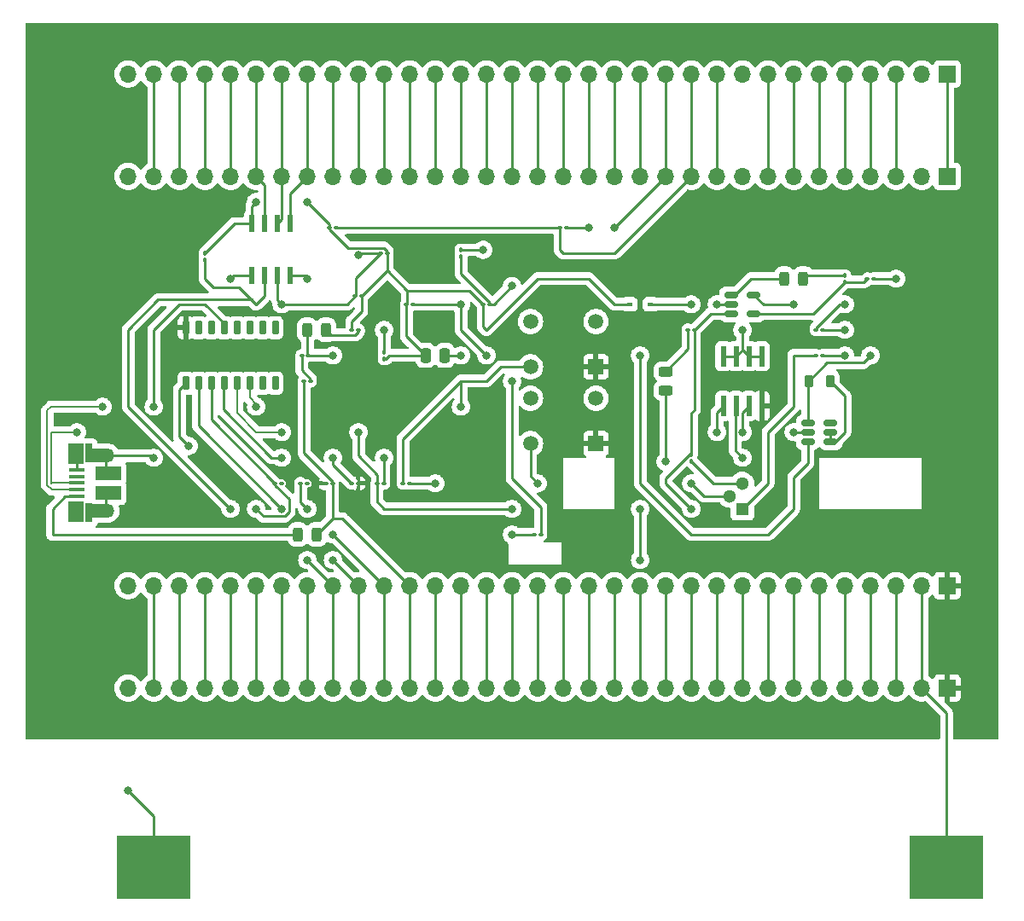
<source format=gtl>
%TF.GenerationSoftware,KiCad,Pcbnew,(6.0.2)*%
%TF.CreationDate,2022-04-12T17:30:22+02:00*%
%TF.ProjectId,main,6d61696e-2e6b-4696-9361-645f70636258,rev?*%
%TF.SameCoordinates,Original*%
%TF.FileFunction,Copper,L1,Top*%
%TF.FilePolarity,Positive*%
%FSLAX46Y46*%
G04 Gerber Fmt 4.6, Leading zero omitted, Abs format (unit mm)*
G04 Created by KiCad (PCBNEW (6.0.2)) date 2022-04-12 17:30:22*
%MOMM*%
%LPD*%
G01*
G04 APERTURE LIST*
G04 Aperture macros list*
%AMRoundRect*
0 Rectangle with rounded corners*
0 $1 Rounding radius*
0 $2 $3 $4 $5 $6 $7 $8 $9 X,Y pos of 4 corners*
0 Add a 4 corners polygon primitive as box body*
4,1,4,$2,$3,$4,$5,$6,$7,$8,$9,$2,$3,0*
0 Add four circle primitives for the rounded corners*
1,1,$1+$1,$2,$3*
1,1,$1+$1,$4,$5*
1,1,$1+$1,$6,$7*
1,1,$1+$1,$8,$9*
0 Add four rect primitives between the rounded corners*
20,1,$1+$1,$2,$3,$4,$5,0*
20,1,$1+$1,$4,$5,$6,$7,0*
20,1,$1+$1,$6,$7,$8,$9,0*
20,1,$1+$1,$8,$9,$2,$3,0*%
G04 Aperture macros list end*
%TA.AperFunction,SMDPad,CuDef*%
%ADD10RoundRect,0.100000X0.130000X0.100000X-0.130000X0.100000X-0.130000X-0.100000X0.130000X-0.100000X0*%
%TD*%
%TA.AperFunction,SMDPad,CuDef*%
%ADD11R,7.340000X6.350000*%
%TD*%
%TA.AperFunction,SMDPad,CuDef*%
%ADD12R,0.533400X1.701800*%
%TD*%
%TA.AperFunction,SMDPad,CuDef*%
%ADD13RoundRect,0.100000X-0.100000X0.130000X-0.100000X-0.130000X0.100000X-0.130000X0.100000X0.130000X0*%
%TD*%
%TA.AperFunction,SMDPad,CuDef*%
%ADD14RoundRect,0.100000X-0.130000X-0.100000X0.130000X-0.100000X0.130000X0.100000X-0.130000X0.100000X0*%
%TD*%
%TA.AperFunction,SMDPad,CuDef*%
%ADD15RoundRect,0.100000X0.100000X-0.130000X0.100000X0.130000X-0.100000X0.130000X-0.100000X-0.130000X0*%
%TD*%
%TA.AperFunction,SMDPad,CuDef*%
%ADD16RoundRect,0.243750X0.456250X-0.243750X0.456250X0.243750X-0.456250X0.243750X-0.456250X-0.243750X0*%
%TD*%
%TA.AperFunction,ComponentPad*%
%ADD17R,1.700000X1.700000*%
%TD*%
%TA.AperFunction,ComponentPad*%
%ADD18O,1.700000X1.700000*%
%TD*%
%TA.AperFunction,SMDPad,CuDef*%
%ADD19RoundRect,0.243750X-0.243750X-0.456250X0.243750X-0.456250X0.243750X0.456250X-0.243750X0.456250X0*%
%TD*%
%TA.AperFunction,SMDPad,CuDef*%
%ADD20RoundRect,0.039900X-0.245100X0.945100X-0.245100X-0.945100X0.245100X-0.945100X0.245100X0.945100X0*%
%TD*%
%TA.AperFunction,ComponentPad*%
%ADD21R,1.498000X1.498000*%
%TD*%
%TA.AperFunction,ComponentPad*%
%ADD22C,1.498000*%
%TD*%
%TA.AperFunction,SMDPad,CuDef*%
%ADD23RoundRect,0.250000X-0.250000X-0.475000X0.250000X-0.475000X0.250000X0.475000X-0.250000X0.475000X0*%
%TD*%
%TA.AperFunction,SMDPad,CuDef*%
%ADD24RoundRect,0.150000X-0.512500X-0.150000X0.512500X-0.150000X0.512500X0.150000X-0.512500X0.150000X0*%
%TD*%
%TA.AperFunction,SMDPad,CuDef*%
%ADD25R,1.650000X0.400000*%
%TD*%
%TA.AperFunction,ComponentPad*%
%ADD26O,1.500000X1.100000*%
%TD*%
%TA.AperFunction,SMDPad,CuDef*%
%ADD27R,0.700000X1.825000*%
%TD*%
%TA.AperFunction,SMDPad,CuDef*%
%ADD28R,1.500000X2.000000*%
%TD*%
%TA.AperFunction,ComponentPad*%
%ADD29O,1.700000X1.350000*%
%TD*%
%TA.AperFunction,SMDPad,CuDef*%
%ADD30R,2.000000X1.350000*%
%TD*%
%TA.AperFunction,SMDPad,CuDef*%
%ADD31R,2.500000X1.430000*%
%TD*%
%TA.AperFunction,SMDPad,CuDef*%
%ADD32R,0.600000X0.450000*%
%TD*%
%TA.AperFunction,SMDPad,CuDef*%
%ADD33RoundRect,0.218750X0.218750X0.381250X-0.218750X0.381250X-0.218750X-0.381250X0.218750X-0.381250X0*%
%TD*%
%TA.AperFunction,SMDPad,CuDef*%
%ADD34RoundRect,0.049600X0.260400X-0.605400X0.260400X0.605400X-0.260400X0.605400X-0.260400X-0.605400X0*%
%TD*%
%TA.AperFunction,ComponentPad*%
%ADD35R,1.300000X1.300000*%
%TD*%
%TA.AperFunction,ComponentPad*%
%ADD36C,1.300000*%
%TD*%
%TA.AperFunction,ViaPad*%
%ADD37C,0.800000*%
%TD*%
%TA.AperFunction,Conductor*%
%ADD38C,0.250000*%
%TD*%
%TA.AperFunction,Conductor*%
%ADD39C,0.200000*%
%TD*%
G04 APERTURE END LIST*
D10*
%TO.P,LDR1,1*%
%TO.N,/PC1*%
X160340000Y-96520000D03*
%TO.P,LDR1,2*%
%TO.N,GND*%
X159700000Y-96520000D03*
%TD*%
D11*
%TO.P,BT1,1,+*%
%TO.N,Net-(BT1-Pad1)*%
X121920000Y-129540000D03*
%TO.P,BT1,2,-*%
%TO.N,GND*%
X200580000Y-129540000D03*
%TD*%
D12*
%TO.P,TSensor,1,SDA*%
%TO.N,/Sensing/I2CBUS*%
X131665000Y-70825800D03*
%TO.P,TSensor,2,SCL*%
%TO.N,/PA8*%
X132935000Y-70825800D03*
%TO.P,TSensor,3,O.S.*%
%TO.N,/Sensing/I2CBUS*%
X134205000Y-70825800D03*
%TO.P,TSensor,4,GND*%
%TO.N,GND*%
X135475000Y-70825800D03*
%TO.P,TSensor,5,A2*%
%TO.N,/PC5*%
X135475000Y-65644200D03*
%TO.P,TSensor,6,A1*%
%TO.N,/PB0*%
X134205000Y-65644200D03*
%TO.P,TSensor,7,A0*%
%TO.N,/PB1*%
X132935000Y-65644200D03*
%TO.P,TSensor,8,+Vs*%
%TO.N,/Power/Output*%
X131665000Y-65644200D03*
%TD*%
D13*
%TO.P,R5,1*%
%TO.N,Net-(D2-Pad2)*%
X190500000Y-70800000D03*
%TO.P,R5,2*%
%TO.N,Net-(C1-Pad1)*%
X190500000Y-71440000D03*
%TD*%
D14*
%TO.P,R17,1*%
%TO.N,Net-(R16-Pad2)*%
X136610000Y-78740000D03*
%TO.P,R17,2*%
%TO.N,GND*%
X137250000Y-78740000D03*
%TD*%
D15*
%TO.P,R7,1*%
%TO.N,Net-(R6-Pad2)*%
X152400000Y-68900000D03*
%TO.P,R7,2*%
%TO.N,GND*%
X152400000Y-68260000D03*
%TD*%
D14*
%TO.P,R1,1*%
%TO.N,Net-(R1-Pad1)*%
X187640000Y-76200000D03*
%TO.P,R1,2*%
%TO.N,GND*%
X188280000Y-76200000D03*
%TD*%
D16*
%TO.P,D1,1,K*%
%TO.N,Net-(D1-Pad1)*%
X172720000Y-82217500D03*
%TO.P,D1,2,A*%
%TO.N,Net-(D1-Pad2)*%
X172720000Y-80342500D03*
%TD*%
D14*
%TO.P,R14,1*%
%TO.N,/microcontroller_interfacing/EEPROM MODE TP*%
X146655000Y-91440000D03*
%TO.P,R14,2*%
%TO.N,GND*%
X147295000Y-91440000D03*
%TD*%
D15*
%TO.P,R4,1*%
%TO.N,Net-(Q1-Pad3)*%
X175260000Y-89220000D03*
%TO.P,R4,2*%
%TO.N,Net-(BT1-Pad1)*%
X175260000Y-88580000D03*
%TD*%
D17*
%TO.P,J2,1,Pin_1*%
%TO.N,+3V0*%
X200660000Y-60960000D03*
D18*
%TO.P,J2,2,Pin_2*%
%TO.N,GND*%
X198120000Y-60960000D03*
%TO.P,J2,3,Pin_3*%
%TO.N,/VBAT*%
X195580000Y-60960000D03*
%TO.P,J2,4,Pin_4*%
%TO.N,/PC13*%
X193040000Y-60960000D03*
%TO.P,J2,5,Pin_5*%
%TO.N,/PC14*%
X190500000Y-60960000D03*
%TO.P,J2,6,Pin_6*%
%TO.N,/PC15*%
X187960000Y-60960000D03*
%TO.P,J2,7,Pin_7*%
%TO.N,/PF0*%
X185420000Y-60960000D03*
%TO.P,J2,8,Pin_8*%
%TO.N,/PF1*%
X182880000Y-60960000D03*
%TO.P,J2,9,Pin_9*%
%TO.N,GND*%
X180340000Y-60960000D03*
%TO.P,J2,10,Pin_10*%
%TO.N,/NRST*%
X177800000Y-60960000D03*
%TO.P,J2,11,Pin_11*%
%TO.N,/PC0*%
X175260000Y-60960000D03*
%TO.P,J2,12,Pin_12*%
%TO.N,/PC1*%
X172720000Y-60960000D03*
%TO.P,J2,13,Pin_13*%
%TO.N,/PC2*%
X170180000Y-60960000D03*
%TO.P,J2,14,Pin_14*%
%TO.N,/PC3*%
X167640000Y-60960000D03*
%TO.P,J2,15,Pin_15*%
%TO.N,/PA0*%
X165100000Y-60960000D03*
%TO.P,J2,16,Pin_16*%
%TO.N,/PA1*%
X162560000Y-60960000D03*
%TO.P,J2,17,Pin_17*%
%TO.N,/PA2*%
X160020000Y-60960000D03*
%TO.P,J2,18,Pin_18*%
%TO.N,/PA3*%
X157480000Y-60960000D03*
%TO.P,J2,19,Pin_19*%
%TO.N,/PF4*%
X154940000Y-60960000D03*
%TO.P,J2,20,Pin_20*%
%TO.N,/PF5*%
X152400000Y-60960000D03*
%TO.P,J2,21,Pin_21*%
%TO.N,/PA4*%
X149860000Y-60960000D03*
%TO.P,J2,22,Pin_22*%
%TO.N,/PA5*%
X147320000Y-60960000D03*
%TO.P,J2,23,Pin_23*%
%TO.N,/PA6*%
X144780000Y-60960000D03*
%TO.P,J2,24,Pin_24*%
%TO.N,/PA7*%
X142240000Y-60960000D03*
%TO.P,J2,25,Pin_25*%
%TO.N,/PC4*%
X139700000Y-60960000D03*
%TO.P,J2,26,Pin_26*%
%TO.N,/PC5*%
X137160000Y-60960000D03*
%TO.P,J2,27,Pin_27*%
%TO.N,/PB0*%
X134620000Y-60960000D03*
%TO.P,J2,28,Pin_28*%
%TO.N,/PB1*%
X132080000Y-60960000D03*
%TO.P,J2,29,Pin_29*%
%TO.N,/PB2*%
X129540000Y-60960000D03*
%TO.P,J2,30,Pin_30*%
%TO.N,/PB10*%
X127000000Y-60960000D03*
%TO.P,J2,31,Pin_31*%
%TO.N,/PB11*%
X124460000Y-60960000D03*
%TO.P,J2,32,Pin_32*%
%TO.N,/PB12*%
X121920000Y-60960000D03*
%TO.P,J2,33,Pin_33*%
%TO.N,GND*%
X119380000Y-60960000D03*
%TD*%
D14*
%TO.P,R19,1*%
%TO.N,/PA9*%
X133955000Y-91440000D03*
%TO.P,R19,2*%
%TO.N,/microcontroller_interfacing/FTDI IN TP*%
X134595000Y-91440000D03*
%TD*%
D19*
%TO.P,D4,1,A*%
%TO.N,/microcontroller_interfacing/USB Test Point*%
X136222500Y-96520000D03*
%TO.P,D4,2,K*%
%TO.N,/PA11*%
X138097500Y-96520000D03*
%TD*%
D14*
%TO.P,R6,1*%
%TO.N,/Power/Output*%
X154620000Y-73660000D03*
%TO.P,R6,2*%
%TO.N,Net-(R6-Pad2)*%
X155260000Y-73660000D03*
%TD*%
D15*
%TO.P,C3,1*%
%TO.N,/Power/Output*%
X144780000Y-79060000D03*
%TO.P,C3,2*%
%TO.N,GND*%
X144780000Y-78420000D03*
%TD*%
D10*
%TO.P,R3,1*%
%TO.N,Net-(BT1-Pad1)*%
X175580000Y-76200000D03*
%TO.P,R3,2*%
%TO.N,Net-(D1-Pad2)*%
X174940000Y-76200000D03*
%TD*%
D14*
%TO.P,R20,1*%
%TO.N,/PA10*%
X136495000Y-91440000D03*
%TO.P,R20,2*%
%TO.N,/microcontroller_interfacing/FTDI OUT TP*%
X137135000Y-91440000D03*
%TD*%
D20*
%TO.P,EEPROM1,1,A0*%
%TO.N,GND*%
X182245000Y-78805000D03*
%TO.P,EEPROM1,2,A1*%
X180975000Y-78805000D03*
%TO.P,EEPROM1,3,A2*%
X179705000Y-78805000D03*
%TO.P,EEPROM1,4,GND*%
X178435000Y-78805000D03*
%TO.P,EEPROM1,5,SDA*%
%TO.N,/Sensing/I2CBUS*%
X178435000Y-83755000D03*
%TO.P,EEPROM1,6,SCL*%
%TO.N,/PA8*%
X179705000Y-83755000D03*
%TO.P,EEPROM1,7,WP*%
%TO.N,/microcontroller_interfacing/EEPROM MODE TP*%
X180975000Y-83755000D03*
%TO.P,EEPROM1,8,VCC*%
%TO.N,+5V*%
X182245000Y-83755000D03*
%TD*%
D21*
%TO.P,SW2,1,A*%
%TO.N,+5V*%
X165810000Y-87495000D03*
D22*
%TO.P,SW2,2,B*%
%TO.N,Net-(FTDI(UART)1-Pad13)*%
X159310000Y-87495000D03*
%TO.P,SW2,3*%
%TO.N,N/C*%
X165810000Y-82995000D03*
%TO.P,SW2,4*%
X159310000Y-82995000D03*
%TD*%
D14*
%TO.P,R9,1*%
%TO.N,/Power/Output*%
X139380000Y-66040000D03*
%TO.P,R9,2*%
%TO.N,/PC0*%
X140020000Y-66040000D03*
%TD*%
D23*
%TO.P,C2,1*%
%TO.N,/Power/Output*%
X148910000Y-78740000D03*
%TO.P,C2,2*%
%TO.N,GND*%
X150810000Y-78740000D03*
%TD*%
D17*
%TO.P,J1,1,Pin_1*%
%TO.N,+3V0*%
X200660000Y-50800000D03*
D18*
%TO.P,J1,2,Pin_2*%
%TO.N,GND*%
X198120000Y-50800000D03*
%TO.P,J1,3,Pin_3*%
%TO.N,/VBAT*%
X195580000Y-50800000D03*
%TO.P,J1,4,Pin_4*%
%TO.N,/PC13*%
X193040000Y-50800000D03*
%TO.P,J1,5,Pin_5*%
%TO.N,/PC14*%
X190500000Y-50800000D03*
%TO.P,J1,6,Pin_6*%
%TO.N,/PC15*%
X187960000Y-50800000D03*
%TO.P,J1,7,Pin_7*%
%TO.N,/PF0*%
X185420000Y-50800000D03*
%TO.P,J1,8,Pin_8*%
%TO.N,/PF1*%
X182880000Y-50800000D03*
%TO.P,J1,9,Pin_9*%
%TO.N,GND*%
X180340000Y-50800000D03*
%TO.P,J1,10,Pin_10*%
%TO.N,/NRST*%
X177800000Y-50800000D03*
%TO.P,J1,11,Pin_11*%
%TO.N,/PC0*%
X175260000Y-50800000D03*
%TO.P,J1,12,Pin_12*%
%TO.N,/PC1*%
X172720000Y-50800000D03*
%TO.P,J1,13,Pin_13*%
%TO.N,/PC2*%
X170180000Y-50800000D03*
%TO.P,J1,14,Pin_14*%
%TO.N,/PC3*%
X167640000Y-50800000D03*
%TO.P,J1,15,Pin_15*%
%TO.N,/PA0*%
X165100000Y-50800000D03*
%TO.P,J1,16,Pin_16*%
%TO.N,/PA1*%
X162560000Y-50800000D03*
%TO.P,J1,17,Pin_17*%
%TO.N,/PA2*%
X160020000Y-50800000D03*
%TO.P,J1,18,Pin_18*%
%TO.N,/PA3*%
X157480000Y-50800000D03*
%TO.P,J1,19,Pin_19*%
%TO.N,/PF4*%
X154940000Y-50800000D03*
%TO.P,J1,20,Pin_20*%
%TO.N,/PF5*%
X152400000Y-50800000D03*
%TO.P,J1,21,Pin_21*%
%TO.N,/PA4*%
X149860000Y-50800000D03*
%TO.P,J1,22,Pin_22*%
%TO.N,/PA5*%
X147320000Y-50800000D03*
%TO.P,J1,23,Pin_23*%
%TO.N,/PA6*%
X144780000Y-50800000D03*
%TO.P,J1,24,Pin_24*%
%TO.N,/PA7*%
X142240000Y-50800000D03*
%TO.P,J1,25,Pin_25*%
%TO.N,/PC4*%
X139700000Y-50800000D03*
%TO.P,J1,26,Pin_26*%
%TO.N,/PC5*%
X137160000Y-50800000D03*
%TO.P,J1,27,Pin_27*%
%TO.N,/PB0*%
X134620000Y-50800000D03*
%TO.P,J1,28,Pin_28*%
%TO.N,/PB1*%
X132080000Y-50800000D03*
%TO.P,J1,29,Pin_29*%
%TO.N,/PB2*%
X129540000Y-50800000D03*
%TO.P,J1,30,Pin_30*%
%TO.N,/PB10*%
X127000000Y-50800000D03*
%TO.P,J1,31,Pin_31*%
%TO.N,/PB11*%
X124460000Y-50800000D03*
%TO.P,J1,32,Pin_32*%
%TO.N,/PB12*%
X121920000Y-50800000D03*
%TO.P,J1,33,Pin_33*%
%TO.N,GND*%
X119380000Y-50800000D03*
%TD*%
D10*
%TO.P,R10,1*%
%TO.N,/Power/Output*%
X142560000Y-72870000D03*
%TO.P,R10,2*%
%TO.N,/Sensing/I2CBUS*%
X141920000Y-72870000D03*
%TD*%
D14*
%TO.P,LDR2,1*%
%TO.N,/PC0*%
X162240000Y-66040000D03*
%TO.P,LDR2,2*%
%TO.N,GND*%
X162880000Y-66040000D03*
%TD*%
D21*
%TO.P,SW1,1,A*%
%TO.N,+5V*%
X165810000Y-79875000D03*
D22*
%TO.P,SW1,2,B*%
%TO.N,/microcontroller_interfacing/EEPROM MODE TP*%
X159310000Y-79875000D03*
%TO.P,SW1,3*%
%TO.N,N/C*%
X165810000Y-75375000D03*
%TO.P,SW1,4*%
X159310000Y-75375000D03*
%TD*%
D24*
%TO.P,U1,1,STAT*%
%TO.N,Net-(D2-Pad1)*%
X179202500Y-72710000D03*
%TO.P,U1,2,VSS*%
%TO.N,GND*%
X179202500Y-73660000D03*
%TO.P,U1,3,VBAT*%
%TO.N,Net-(BT1-Pad1)*%
X179202500Y-74610000D03*
%TO.P,U1,4,VDD*%
%TO.N,Net-(C1-Pad1)*%
X181477500Y-74610000D03*
%TO.P,U1,5,PROG*%
%TO.N,Net-(R1-Pad1)*%
X181477500Y-72710000D03*
%TD*%
D25*
%TO.P,J5,1,VBUS*%
%TO.N,/microcontroller_interfacing/USB Test Point*%
X114300000Y-92715000D03*
%TO.P,J5,2,D-*%
%TO.N,USB D-*%
X114300000Y-92065000D03*
%TO.P,J5,3,D+*%
%TO.N,USB D+*%
X114300000Y-91415000D03*
%TO.P,J5,4,ID*%
%TO.N,unconnected-(J5-Pad4)*%
X114300000Y-90765000D03*
%TO.P,J5,5,GND*%
%TO.N,GND*%
X114300000Y-90115000D03*
D26*
%TO.P,J5,6,Shield*%
X114180000Y-93835000D03*
D27*
X115500000Y-94365000D03*
D28*
X114200000Y-94265000D03*
D26*
X114180000Y-88995000D03*
D29*
X117180000Y-94145000D03*
D30*
X116250000Y-88665000D03*
D27*
X115500000Y-88415000D03*
D31*
X117450000Y-90455000D03*
D29*
X117180000Y-88685000D03*
D31*
X117450000Y-92375000D03*
D30*
X116250000Y-94145000D03*
D28*
X114180000Y-88515000D03*
%TD*%
D10*
%TO.P,R2,1*%
%TO.N,GND*%
X188280000Y-78740000D03*
%TO.P,R2,2*%
%TO.N,Net-(Q1-Pad1)*%
X187640000Y-78740000D03*
%TD*%
D17*
%TO.P,J4,1,Pin_1*%
%TO.N,+5V*%
X200660000Y-111760000D03*
D18*
%TO.P,J4,2,Pin_2*%
%TO.N,GND*%
X198120000Y-111760000D03*
%TO.P,J4,3,Pin_3*%
%TO.N,/PB9*%
X195580000Y-111760000D03*
%TO.P,J4,4,Pin_4*%
%TO.N,/PB8*%
X193040000Y-111760000D03*
%TO.P,J4,5,Pin_5*%
%TO.N,VDD*%
X190500000Y-111760000D03*
%TO.P,J4,6,Pin_6*%
%TO.N,/BOOT*%
X187960000Y-111760000D03*
%TO.P,J4,7,Pin_7*%
%TO.N,/PB7*%
X185420000Y-111760000D03*
%TO.P,J4,8,Pin_8*%
%TO.N,/PB6*%
X182880000Y-111760000D03*
%TO.P,J4,9,Pin_9*%
%TO.N,/PB5*%
X180340000Y-111760000D03*
%TO.P,J4,10,Pin_10*%
%TO.N,/PB4*%
X177800000Y-111760000D03*
%TO.P,J4,11,Pin_11*%
%TO.N,/PB3*%
X175260000Y-111760000D03*
%TO.P,J4,12,Pin_12*%
%TO.N,/PD2*%
X172720000Y-111760000D03*
%TO.P,J4,13,Pin_13*%
%TO.N,/PC12*%
X170180000Y-111760000D03*
%TO.P,J4,14,Pin_14*%
%TO.N,/PC11*%
X167640000Y-111760000D03*
%TO.P,J4,15,Pin_15*%
%TO.N,/PC10*%
X165100000Y-111760000D03*
%TO.P,J4,16,Pin_16*%
%TO.N,/PA15*%
X162560000Y-111760000D03*
%TO.P,J4,17,Pin_17*%
%TO.N,/PA14*%
X160020000Y-111760000D03*
%TO.P,J4,18,Pin_18*%
%TO.N,/PF7*%
X157480000Y-111760000D03*
%TO.P,J4,19,Pin_19*%
%TO.N,/PF6*%
X154940000Y-111760000D03*
%TO.P,J4,20,Pin_20*%
%TO.N,/PA13*%
X152400000Y-111760000D03*
%TO.P,J4,21,Pin_21*%
%TO.N,/PA12*%
X149860000Y-111760000D03*
%TO.P,J4,22,Pin_22*%
%TO.N,/PA11*%
X147320000Y-111760000D03*
%TO.P,J4,23,Pin_23*%
%TO.N,/PA10*%
X144780000Y-111760000D03*
%TO.P,J4,24,Pin_24*%
%TO.N,/PA9*%
X142240000Y-111760000D03*
%TO.P,J4,25,Pin_25*%
%TO.N,/PA8*%
X139700000Y-111760000D03*
%TO.P,J4,26,Pin_26*%
%TO.N,/PC9*%
X137160000Y-111760000D03*
%TO.P,J4,27,Pin_27*%
%TO.N,/PC8*%
X134620000Y-111760000D03*
%TO.P,J4,28,Pin_28*%
%TO.N,/PC7*%
X132080000Y-111760000D03*
%TO.P,J4,29,Pin_29*%
%TO.N,/PC6*%
X129540000Y-111760000D03*
%TO.P,J4,30,Pin_30*%
%TO.N,/PB15*%
X127000000Y-111760000D03*
%TO.P,J4,31,Pin_31*%
%TO.N,/PB14*%
X124460000Y-111760000D03*
%TO.P,J4,32,Pin_32*%
%TO.N,/PB13*%
X121920000Y-111760000D03*
%TO.P,J4,33,Pin_33*%
%TO.N,GND*%
X119380000Y-111760000D03*
%TD*%
D10*
%TO.P,R11,1*%
%TO.N,/Power/Output*%
X145100000Y-68580000D03*
%TO.P,R11,2*%
%TO.N,/Sensing/I2CBUS*%
X144460000Y-68580000D03*
%TD*%
D24*
%TO.P,U2,1,SW*%
%TO.N,Net-(D3-Pad2)*%
X186822500Y-85410000D03*
%TO.P,U2,2,GND*%
%TO.N,GND*%
X186822500Y-86360000D03*
%TO.P,U2,3,FB*%
%TO.N,Net-(R6-Pad2)*%
X186822500Y-87310000D03*
%TO.P,U2,4,EN*%
%TO.N,Net-(L1-Pad1)*%
X189097500Y-87310000D03*
%TO.P,U2,5,Vin*%
X189097500Y-86360000D03*
%TO.P,U2,6,OC*%
%TO.N,unconnected-(U2-Pad6)*%
X189097500Y-85410000D03*
%TD*%
D32*
%TO.P,D3,1,K*%
%TO.N,/Power/Output*%
X169130000Y-73660000D03*
%TO.P,D3,2,A*%
%TO.N,Net-(D3-Pad2)*%
X171230000Y-73660000D03*
%TD*%
D14*
%TO.P,C1,1*%
%TO.N,Net-(C1-Pad1)*%
X192720000Y-71120000D03*
%TO.P,C1,2*%
%TO.N,GND*%
X193360000Y-71120000D03*
%TD*%
%TO.P,C4,1*%
%TO.N,Net-(C4-Pad1)*%
X141575000Y-91440000D03*
%TO.P,C4,2*%
%TO.N,+5V*%
X142215000Y-91440000D03*
%TD*%
D17*
%TO.P,J3,1,Pin_1*%
%TO.N,+5V*%
X200660000Y-101600000D03*
D18*
%TO.P,J3,2,Pin_2*%
%TO.N,GND*%
X198120000Y-101600000D03*
%TO.P,J3,3,Pin_3*%
%TO.N,/PB9*%
X195580000Y-101600000D03*
%TO.P,J3,4,Pin_4*%
%TO.N,/PB8*%
X193040000Y-101600000D03*
%TO.P,J3,5,Pin_5*%
%TO.N,VDD*%
X190500000Y-101600000D03*
%TO.P,J3,6,Pin_6*%
%TO.N,/BOOT*%
X187960000Y-101600000D03*
%TO.P,J3,7,Pin_7*%
%TO.N,/PB7*%
X185420000Y-101600000D03*
%TO.P,J3,8,Pin_8*%
%TO.N,/PB6*%
X182880000Y-101600000D03*
%TO.P,J3,9,Pin_9*%
%TO.N,/PB5*%
X180340000Y-101600000D03*
%TO.P,J3,10,Pin_10*%
%TO.N,/PB4*%
X177800000Y-101600000D03*
%TO.P,J3,11,Pin_11*%
%TO.N,/PB3*%
X175260000Y-101600000D03*
%TO.P,J3,12,Pin_12*%
%TO.N,/PD2*%
X172720000Y-101600000D03*
%TO.P,J3,13,Pin_13*%
%TO.N,/PC12*%
X170180000Y-101600000D03*
%TO.P,J3,14,Pin_14*%
%TO.N,/PC11*%
X167640000Y-101600000D03*
%TO.P,J3,15,Pin_15*%
%TO.N,/PC10*%
X165100000Y-101600000D03*
%TO.P,J3,16,Pin_16*%
%TO.N,/PA15*%
X162560000Y-101600000D03*
%TO.P,J3,17,Pin_17*%
%TO.N,/PA14*%
X160020000Y-101600000D03*
%TO.P,J3,18,Pin_18*%
%TO.N,/PF7*%
X157480000Y-101600000D03*
%TO.P,J3,19,Pin_19*%
%TO.N,/PF6*%
X154940000Y-101600000D03*
%TO.P,J3,20,Pin_20*%
%TO.N,/PA13*%
X152400000Y-101600000D03*
%TO.P,J3,21,Pin_21*%
%TO.N,/PA12*%
X149860000Y-101600000D03*
%TO.P,J3,22,Pin_22*%
%TO.N,/PA11*%
X147320000Y-101600000D03*
%TO.P,J3,23,Pin_23*%
%TO.N,/PA10*%
X144780000Y-101600000D03*
%TO.P,J3,24,Pin_24*%
%TO.N,/PA9*%
X142240000Y-101600000D03*
%TO.P,J3,25,Pin_25*%
%TO.N,/PA8*%
X139700000Y-101600000D03*
%TO.P,J3,26,Pin_26*%
%TO.N,/PC9*%
X137160000Y-101600000D03*
%TO.P,J3,27,Pin_27*%
%TO.N,/PC8*%
X134620000Y-101600000D03*
%TO.P,J3,28,Pin_28*%
%TO.N,/PC7*%
X132080000Y-101600000D03*
%TO.P,J3,29,Pin_29*%
%TO.N,/PC6*%
X129540000Y-101600000D03*
%TO.P,J3,30,Pin_30*%
%TO.N,/PB15*%
X127000000Y-101600000D03*
%TO.P,J3,31,Pin_31*%
%TO.N,/PB14*%
X124460000Y-101600000D03*
%TO.P,J3,32,Pin_32*%
%TO.N,/PB13*%
X121920000Y-101600000D03*
%TO.P,J3,33,Pin_33*%
%TO.N,GND*%
X119380000Y-101600000D03*
%TD*%
D19*
%TO.P,LED1,1,K*%
%TO.N,GND*%
X137160000Y-76200000D03*
%TO.P,LED1,2,A*%
%TO.N,Net-(LED1-Pad2)*%
X139035000Y-76200000D03*
%TD*%
D14*
%TO.P,R15,1*%
%TO.N,+5V*%
X139035000Y-91440000D03*
%TO.P,R15,2*%
%TO.N,/PA11*%
X139675000Y-91440000D03*
%TD*%
%TO.P,R13,1*%
%TO.N,/Power/Output*%
X141600000Y-76200000D03*
%TO.P,R13,2*%
%TO.N,Net-(LED1-Pad2)*%
X142240000Y-76200000D03*
%TD*%
%TO.P,R16,1*%
%TO.N,/PA11*%
X136840000Y-81280000D03*
%TO.P,R16,2*%
%TO.N,Net-(R16-Pad2)*%
X137480000Y-81280000D03*
%TD*%
D19*
%TO.P,D2,1,K*%
%TO.N,Net-(D2-Pad1)*%
X184482500Y-71120000D03*
%TO.P,D2,2,A*%
%TO.N,Net-(D2-Pad2)*%
X186357500Y-71120000D03*
%TD*%
D14*
%TO.P,R8,1*%
%TO.N,/Power/Output*%
X147000000Y-73660000D03*
%TO.P,R8,2*%
%TO.N,/PC1*%
X147640000Y-73660000D03*
%TD*%
D33*
%TO.P,L1,1*%
%TO.N,Net-(L1-Pad1)*%
X189022500Y-81280000D03*
%TO.P,L1,2*%
%TO.N,Net-(D3-Pad2)*%
X186897500Y-81280000D03*
%TD*%
D34*
%TO.P,FTDI(UART)1,1,GND*%
%TO.N,GND*%
X125095000Y-81490000D03*
%TO.P,FTDI(UART)1,2,TXD*%
%TO.N,/PA10*%
X126365000Y-81490000D03*
%TO.P,FTDI(UART)1,3,RXD*%
%TO.N,/PA9*%
X127635000Y-81490000D03*
%TO.P,FTDI(UART)1,4,V3*%
%TO.N,Net-(C4-Pad1)*%
X128905000Y-81490000D03*
%TO.P,FTDI(UART)1,5,UD+*%
%TO.N,USB D+*%
X130175000Y-81490000D03*
%TO.P,FTDI(UART)1,6,UD-*%
%TO.N,USB D-*%
X131445000Y-81490000D03*
%TO.P,FTDI(UART)1,7,NC*%
%TO.N,unconnected-(FTDI(UART)1-Pad7)*%
X132715000Y-81490000D03*
%TO.P,FTDI(UART)1,8,NC*%
%TO.N,unconnected-(FTDI(UART)1-Pad8)*%
X133985000Y-81490000D03*
%TO.P,FTDI(UART)1,9,~{CTS}*%
%TO.N,unconnected-(FTDI(UART)1-Pad9)*%
X133985000Y-75990000D03*
%TO.P,FTDI(UART)1,10,~{DSR}*%
%TO.N,unconnected-(FTDI(UART)1-Pad10)*%
X132715000Y-75990000D03*
%TO.P,FTDI(UART)1,11,~{RI}*%
%TO.N,unconnected-(FTDI(UART)1-Pad11)*%
X131445000Y-75990000D03*
%TO.P,FTDI(UART)1,12,~{DCD}*%
%TO.N,unconnected-(FTDI(UART)1-Pad12)*%
X130175000Y-75990000D03*
%TO.P,FTDI(UART)1,13,~{DTR}*%
%TO.N,Net-(FTDI(UART)1-Pad13)*%
X128905000Y-75990000D03*
%TO.P,FTDI(UART)1,14,~{RTS}*%
%TO.N,unconnected-(FTDI(UART)1-Pad14)*%
X127635000Y-75990000D03*
%TO.P,FTDI(UART)1,15,R232*%
%TO.N,unconnected-(FTDI(UART)1-Pad15)*%
X126365000Y-75990000D03*
%TO.P,FTDI(UART)1,16,VCC*%
%TO.N,+5V*%
X125095000Y-75990000D03*
%TD*%
D14*
%TO.P,R18,1*%
%TO.N,Net-(FTDI(UART)1-Pad13)*%
X144115000Y-91440000D03*
%TO.P,R18,2*%
%TO.N,GND*%
X144755000Y-91440000D03*
%TD*%
D35*
%TO.P,Q1,1,E*%
%TO.N,Net-(Q1-Pad1)*%
X180340000Y-93980000D03*
D36*
%TO.P,Q1,2,B*%
%TO.N,Net-(D1-Pad1)*%
X179070000Y-92710000D03*
%TO.P,Q1,3,C*%
%TO.N,Net-(Q1-Pad3)*%
X180340000Y-91440000D03*
%TD*%
D13*
%TO.P,R12,1*%
%TO.N,/Power/Output*%
X127000000Y-68605000D03*
%TO.P,R12,2*%
%TO.N,/PA8*%
X127000000Y-69245000D03*
%TD*%
D37*
%TO.N,GND*%
X185420000Y-86360000D03*
X157480000Y-96520000D03*
X139700000Y-78740000D03*
X137160000Y-71120000D03*
X177800000Y-73660000D03*
X165100000Y-66040000D03*
X149860000Y-91440000D03*
X190500000Y-78740000D03*
X154620000Y-68260000D03*
X121920000Y-88900000D03*
X195580000Y-71120000D03*
X152400000Y-78740000D03*
X144780000Y-76200000D03*
X125390000Y-87720000D03*
X180340000Y-76200000D03*
X144780000Y-88900000D03*
X190500000Y-76200000D03*
%TO.N,/PC1*%
X167640000Y-66040000D03*
X154940000Y-78740000D03*
X157480000Y-81280000D03*
X152400000Y-73660000D03*
%TO.N,/PA10*%
X134620000Y-93980000D03*
X139700000Y-96520000D03*
X137160000Y-93980000D03*
%TO.N,/PA9*%
X139700000Y-99060000D03*
X132080000Y-93980000D03*
%TO.N,/PA8*%
X137160000Y-99060000D03*
X129540000Y-93980000D03*
X180340000Y-88900000D03*
%TO.N,Net-(BT1-Pad1)*%
X170180000Y-99060000D03*
X170180000Y-93980000D03*
X119380000Y-121920000D03*
X175260000Y-93980000D03*
%TO.N,/Power/Output*%
X132080000Y-63500000D03*
X137160000Y-63500000D03*
%TO.N,Net-(C4-Pad1)*%
X139700000Y-88900000D03*
X134620000Y-88900000D03*
%TO.N,Net-(D1-Pad1)*%
X172720000Y-89293011D03*
X175260000Y-91440000D03*
%TO.N,Net-(D3-Pad2)*%
X175260000Y-73660000D03*
X193040000Y-78740000D03*
%TO.N,USB D-*%
X132080000Y-83820000D03*
X116840000Y-83820000D03*
%TO.N,USB D+*%
X114300000Y-86360000D03*
X134620000Y-86360000D03*
%TO.N,Net-(R1-Pad1)*%
X190500000Y-73660000D03*
X185420000Y-73660000D03*
%TO.N,Net-(R6-Pad2)*%
X157480000Y-71844500D03*
X170180000Y-78740000D03*
%TO.N,/Sensing/I2CBUS*%
X177800000Y-86360000D03*
X129540000Y-71120000D03*
X134620000Y-73660000D03*
X142240000Y-68779980D03*
%TO.N,/microcontroller_interfacing/EEPROM MODE TP*%
X152400000Y-83820000D03*
X180340000Y-86360000D03*
%TO.N,Net-(FTDI(UART)1-Pad13)*%
X142240000Y-86360000D03*
X160020000Y-91440000D03*
X157480000Y-93980000D03*
X121920000Y-83820000D03*
%TD*%
D38*
%TO.N,+3V0*%
X200660000Y-50800000D02*
X200660000Y-60960000D01*
%TO.N,GND*%
X186822500Y-86360000D02*
X185420000Y-86360000D01*
X121705000Y-88685000D02*
X121920000Y-88900000D01*
X135475000Y-70825800D02*
X136865800Y-70825800D01*
X117180000Y-92645000D02*
X117450000Y-92375000D01*
X152400000Y-68260000D02*
X154620000Y-68260000D01*
X137164520Y-78740000D02*
X137250000Y-78740000D01*
X144755000Y-91440000D02*
X144755000Y-88925000D01*
X179202500Y-73660000D02*
X177800000Y-73660000D01*
X180340000Y-78170000D02*
X179705000Y-78805000D01*
X200580000Y-129540000D02*
X200580000Y-114220000D01*
X147295000Y-91440000D02*
X149860000Y-91440000D01*
X178435000Y-78805000D02*
X179705000Y-78805000D01*
X125095000Y-81490000D02*
X124460000Y-82125000D01*
X124460000Y-82125000D02*
X124460000Y-86790000D01*
X114300000Y-90115000D02*
X114300000Y-89115000D01*
X188280000Y-76200000D02*
X190500000Y-76200000D01*
X144755000Y-88925000D02*
X144780000Y-88900000D01*
X182245000Y-78805000D02*
X180975000Y-78805000D01*
X188280000Y-78740000D02*
X190500000Y-78740000D01*
X193360000Y-71120000D02*
X195580000Y-71120000D01*
X150810000Y-78740000D02*
X152400000Y-78740000D01*
X137164520Y-76204520D02*
X137164520Y-78740000D01*
X162880000Y-66040000D02*
X165100000Y-66040000D01*
X114300000Y-89115000D02*
X114180000Y-88995000D01*
X117180000Y-90185000D02*
X117450000Y-90455000D01*
X159700000Y-96520000D02*
X157480000Y-96520000D01*
X124460000Y-86790000D02*
X125390000Y-87720000D01*
X144780000Y-78420000D02*
X144780000Y-76200000D01*
X136865800Y-70825800D02*
X137160000Y-71120000D01*
X180975000Y-78805000D02*
X180340000Y-78170000D01*
X117180000Y-94145000D02*
X117180000Y-92645000D01*
X200580000Y-114220000D02*
X198120000Y-111760000D01*
X137250000Y-78740000D02*
X139700000Y-78740000D01*
X117180000Y-88685000D02*
X121705000Y-88685000D01*
X180340000Y-76200000D02*
X180340000Y-78170000D01*
X117180000Y-88685000D02*
X117180000Y-90185000D01*
X198120000Y-101600000D02*
X198120000Y-111760000D01*
X137160000Y-76200000D02*
X137164520Y-76204520D01*
%TO.N,/VBAT*%
X195580000Y-60960000D02*
X195580000Y-50800000D01*
%TO.N,/PC13*%
X193040000Y-50800000D02*
X193040000Y-60960000D01*
%TO.N,/PC14*%
X190500000Y-60960000D02*
X190500000Y-50800000D01*
%TO.N,/PC15*%
X187960000Y-60960000D02*
X187960000Y-50800000D01*
%TO.N,/PF0*%
X185420000Y-50800000D02*
X185420000Y-60960000D01*
%TO.N,/PF1*%
X182880000Y-60960000D02*
X182880000Y-50800000D01*
%TO.N,/NRST*%
X177800000Y-60960000D02*
X177800000Y-50800000D01*
%TO.N,/PC0*%
X175260000Y-60960000D02*
X167640000Y-68580000D01*
X175260000Y-50800000D02*
X175260000Y-60960000D01*
X162560000Y-68580000D02*
X162240000Y-68260000D01*
X167640000Y-68580000D02*
X162560000Y-68580000D01*
X140020000Y-66040000D02*
X162240000Y-66040000D01*
X162240000Y-68260000D02*
X162240000Y-66040000D01*
%TO.N,/PC1*%
X152400000Y-76200000D02*
X154940000Y-78740000D01*
X152400000Y-73660000D02*
X152400000Y-76200000D01*
X160340000Y-93799639D02*
X160340000Y-96520000D01*
X147640000Y-73660000D02*
X152400000Y-73660000D01*
X157480000Y-81280000D02*
X157480000Y-90939639D01*
X172720000Y-50800000D02*
X172720000Y-60960000D01*
X172720000Y-60960000D02*
X167640000Y-66040000D01*
X157480000Y-90939639D02*
X160340000Y-93799639D01*
%TO.N,/PC2*%
X170180000Y-50800000D02*
X170180000Y-60960000D01*
%TO.N,/PC3*%
X167640000Y-60960000D02*
X167640000Y-50800000D01*
%TO.N,/PA0*%
X165100000Y-50800000D02*
X165100000Y-60960000D01*
%TO.N,/PA1*%
X162560000Y-50800000D02*
X162560000Y-60960000D01*
%TO.N,/PA2*%
X160020000Y-50800000D02*
X160020000Y-60960000D01*
%TO.N,/PA3*%
X157480000Y-50800000D02*
X157480000Y-60960000D01*
%TO.N,/PF4*%
X154940000Y-50800000D02*
X154940000Y-60960000D01*
%TO.N,/PF5*%
X152400000Y-50800000D02*
X152400000Y-60960000D01*
%TO.N,/PA4*%
X149860000Y-50800000D02*
X149860000Y-60960000D01*
%TO.N,/PA5*%
X147320000Y-50800000D02*
X147320000Y-60960000D01*
%TO.N,/PA6*%
X144780000Y-50800000D02*
X144780000Y-60960000D01*
%TO.N,/PA7*%
X142240000Y-50800000D02*
X142240000Y-60960000D01*
%TO.N,/PC4*%
X139700000Y-50800000D02*
X139700000Y-60960000D01*
%TO.N,/PC5*%
X137160000Y-50800000D02*
X137160000Y-60960000D01*
X135475000Y-62645000D02*
X137160000Y-60960000D01*
X135475000Y-65644200D02*
X135475000Y-62645000D01*
%TO.N,/PB0*%
X134620000Y-60960000D02*
X134620000Y-65229200D01*
X134620000Y-50800000D02*
X134620000Y-60960000D01*
X134620000Y-65229200D02*
X134205000Y-65644200D01*
%TO.N,/PB1*%
X132935000Y-61815000D02*
X132935000Y-65644200D01*
X132080000Y-60960000D02*
X132935000Y-61815000D01*
X132080000Y-50800000D02*
X132080000Y-60960000D01*
%TO.N,/PB2*%
X129540000Y-50800000D02*
X129540000Y-60960000D01*
%TO.N,/PB10*%
X127000000Y-50800000D02*
X127000000Y-60960000D01*
%TO.N,/PB11*%
X124460000Y-50800000D02*
X124460000Y-60960000D01*
%TO.N,/PB12*%
X121920000Y-50800000D02*
X121920000Y-60960000D01*
%TO.N,/PB9*%
X195580000Y-101600000D02*
X195580000Y-111760000D01*
%TO.N,/PB8*%
X193040000Y-101600000D02*
X193040000Y-111760000D01*
%TO.N,VDD*%
X190500000Y-101600000D02*
X190500000Y-111760000D01*
%TO.N,/BOOT*%
X187960000Y-101600000D02*
X187960000Y-111760000D01*
%TO.N,/PB7*%
X185420000Y-101600000D02*
X185420000Y-111760000D01*
%TO.N,/PB6*%
X182880000Y-101600000D02*
X182880000Y-111760000D01*
%TO.N,/PB5*%
X180340000Y-101600000D02*
X180340000Y-111760000D01*
%TO.N,/PB4*%
X177800000Y-101600000D02*
X177800000Y-111760000D01*
%TO.N,/PB3*%
X175260000Y-101600000D02*
X175260000Y-111760000D01*
%TO.N,/PD2*%
X172720000Y-101600000D02*
X172720000Y-111760000D01*
%TO.N,/PC12*%
X170180000Y-101600000D02*
X170180000Y-111760000D01*
%TO.N,/PC11*%
X167640000Y-101600000D02*
X167640000Y-111760000D01*
%TO.N,/PC10*%
X165100000Y-101600000D02*
X165100000Y-111760000D01*
%TO.N,/PA15*%
X162560000Y-101600000D02*
X162560000Y-111760000D01*
%TO.N,/PA14*%
X160020000Y-101600000D02*
X160020000Y-111760000D01*
%TO.N,/PF7*%
X157480000Y-101600000D02*
X157480000Y-111760000D01*
%TO.N,/PF6*%
X154940000Y-101600000D02*
X154940000Y-111760000D01*
%TO.N,/PA13*%
X152400000Y-101600000D02*
X152400000Y-111760000D01*
%TO.N,/PA12*%
X149860000Y-101600000D02*
X149860000Y-111760000D01*
%TO.N,/PA11*%
X136840000Y-81280000D02*
X136840000Y-88414639D01*
X139675000Y-91249639D02*
X139675000Y-91440000D01*
X139675000Y-94942500D02*
X140662500Y-94942500D01*
X136840000Y-88414639D02*
X139675000Y-91249639D01*
X147320000Y-111760000D02*
X147320000Y-101600000D01*
X140662500Y-94942500D02*
X147320000Y-101600000D01*
X139675000Y-91440000D02*
X139675000Y-94942500D01*
X139675000Y-94942500D02*
X138097500Y-96520000D01*
%TO.N,/PA10*%
X144780000Y-101600000D02*
X144780000Y-111760000D01*
X126365000Y-81490000D02*
X126365000Y-85725000D01*
X126365000Y-85725000D02*
X134620000Y-93980000D01*
X136495000Y-93315000D02*
X137160000Y-93980000D01*
X139700000Y-96520000D02*
X144780000Y-101600000D01*
X136495000Y-91440000D02*
X136495000Y-93315000D01*
%TO.N,/PA9*%
X127635000Y-85120000D02*
X127635000Y-81490000D01*
X132804511Y-94704511D02*
X132080000Y-93980000D01*
X133955000Y-91630361D02*
X135344511Y-93019872D01*
X133955000Y-91440000D02*
X127635000Y-85120000D01*
X142240000Y-101600000D02*
X142240000Y-111760000D01*
X142240000Y-101600000D02*
X139700000Y-99060000D01*
X133955000Y-91440000D02*
X133955000Y-91630361D01*
X135344511Y-93019872D02*
X135344511Y-94280103D01*
X134920103Y-94704511D02*
X132804511Y-94704511D01*
X135344511Y-94280103D02*
X134920103Y-94704511D01*
%TO.N,/PA8*%
X122369520Y-73210480D02*
X119380000Y-76200000D01*
X119380000Y-83820000D02*
X129540000Y-93980000D01*
X179615489Y-83844511D02*
X179615489Y-88175489D01*
X137160000Y-99060000D02*
X139700000Y-101600000D01*
X119380000Y-76200000D02*
X119380000Y-83820000D01*
X131630480Y-73210480D02*
X122369520Y-73210480D01*
X179705000Y-83755000D02*
X179615489Y-83844511D01*
X132080000Y-73660000D02*
X132935000Y-72805000D01*
X127000000Y-71120000D02*
X127881211Y-72001211D01*
X132935000Y-72805000D02*
X132935000Y-70825800D01*
X130421211Y-72001211D02*
X132080000Y-73660000D01*
X179615489Y-88175489D02*
X180340000Y-88900000D01*
X127000000Y-69245000D02*
X127000000Y-71120000D01*
X127881211Y-72001211D02*
X130421211Y-72001211D01*
X139700000Y-101600000D02*
X139700000Y-111760000D01*
X132080000Y-73660000D02*
X131630480Y-73210480D01*
%TO.N,/PC9*%
X137160000Y-101600000D02*
X137160000Y-111760000D01*
%TO.N,/PC8*%
X134620000Y-101600000D02*
X134620000Y-111760000D01*
%TO.N,/PC7*%
X132080000Y-101600000D02*
X132080000Y-111760000D01*
%TO.N,/PC6*%
X129540000Y-111760000D02*
X129540000Y-101600000D01*
%TO.N,/PB15*%
X127000000Y-101600000D02*
X127000000Y-111760000D01*
%TO.N,/PB14*%
X124460000Y-111760000D02*
X124460000Y-101600000D01*
%TO.N,/PB13*%
X121920000Y-101600000D02*
X121920000Y-111760000D01*
%TO.N,Net-(BT1-Pad1)*%
X121920000Y-124460000D02*
X119380000Y-121920000D01*
X175260000Y-84460000D02*
X175580000Y-84140000D01*
X175260000Y-84460000D02*
X175260000Y-88580000D01*
X175069639Y-88580000D02*
X172720000Y-90929639D01*
X172720000Y-91440000D02*
X175260000Y-93980000D01*
X179202500Y-74610000D02*
X177170000Y-74610000D01*
X175260000Y-88580000D02*
X175069639Y-88580000D01*
X177170000Y-74610000D02*
X175580000Y-76200000D01*
X172720000Y-90929639D02*
X172720000Y-91440000D01*
X170180000Y-93980000D02*
X170180000Y-99060000D01*
X175580000Y-84140000D02*
X175580000Y-76200000D01*
X121920000Y-129540000D02*
X121920000Y-124460000D01*
%TO.N,Net-(C1-Pad1)*%
X192720000Y-71120000D02*
X192400000Y-71440000D01*
X187330000Y-74610000D02*
X181477500Y-74610000D01*
X190500000Y-71440000D02*
X187330000Y-74610000D01*
X192400000Y-71440000D02*
X190500000Y-71440000D01*
%TO.N,/Power/Output*%
X144970361Y-79060000D02*
X145290361Y-78740000D01*
X139380000Y-65720000D02*
X137160000Y-63500000D01*
X147085480Y-72315480D02*
X147085480Y-73660000D01*
X145290361Y-78740000D02*
X148910000Y-78740000D01*
X144780000Y-79060000D02*
X144970361Y-79060000D01*
X153275480Y-72315480D02*
X154620000Y-73660000D01*
X147085480Y-73660000D02*
X147000000Y-73660000D01*
X131665000Y-65644200D02*
X131665000Y-63915000D01*
X160020000Y-71120000D02*
X165100000Y-71120000D01*
X129960800Y-65644200D02*
X127000000Y-68605000D01*
X145100000Y-68389639D02*
X145100000Y-68580000D01*
X142560000Y-74381321D02*
X141600000Y-75341321D01*
X147085480Y-72315480D02*
X153275480Y-72315480D01*
X131665000Y-63915000D02*
X132080000Y-63500000D01*
X144765841Y-68055480D02*
X145100000Y-68389639D01*
X148910000Y-78740000D02*
X147000000Y-76830000D01*
X139380000Y-66040000D02*
X139380000Y-65720000D01*
X160020000Y-71120000D02*
X154940000Y-76200000D01*
X142560000Y-72870000D02*
X145100000Y-70330000D01*
X154940000Y-76200000D02*
X154620000Y-75880000D01*
X139380000Y-66040000D02*
X139380000Y-66230361D01*
X145100000Y-70330000D02*
X147085480Y-72315480D01*
X154620000Y-75880000D02*
X154620000Y-73660000D01*
X131665000Y-65644200D02*
X129960800Y-65644200D01*
X167640000Y-73660000D02*
X169130000Y-73660000D01*
X141600000Y-75341321D02*
X141600000Y-76200000D01*
X139380000Y-66230361D02*
X141205119Y-68055480D01*
X141205119Y-68055480D02*
X144765841Y-68055480D01*
X147000000Y-76830000D02*
X147000000Y-73660000D01*
X142560000Y-72870000D02*
X142560000Y-74381321D01*
X165100000Y-71120000D02*
X167640000Y-73660000D01*
X145100000Y-70330000D02*
X145100000Y-68580000D01*
%TO.N,Net-(C4-Pad1)*%
X133595386Y-88900000D02*
X134620000Y-88900000D01*
X128815489Y-81579511D02*
X128815489Y-84120103D01*
X139700000Y-89565000D02*
X139700000Y-88900000D01*
X128815489Y-84120103D02*
X133595386Y-88900000D01*
X128905000Y-81490000D02*
X128815489Y-81579511D01*
X141575000Y-91440000D02*
X139700000Y-89565000D01*
%TO.N,Net-(D1-Pad1)*%
X176530000Y-92710000D02*
X175260000Y-91440000D01*
X176530000Y-92710000D02*
X179070000Y-92710000D01*
X172720000Y-89293011D02*
X172720000Y-82217500D01*
%TO.N,Net-(D1-Pad2)*%
X174940000Y-76200000D02*
X174940000Y-78122500D01*
X174940000Y-78122500D02*
X172720000Y-80342500D01*
%TO.N,Net-(D2-Pad1)*%
X179586072Y-72710000D02*
X181176072Y-71120000D01*
X181176072Y-71120000D02*
X184482500Y-71120000D01*
X179202500Y-72710000D02*
X179586072Y-72710000D01*
%TO.N,Net-(D2-Pad2)*%
X186677500Y-70800000D02*
X190500000Y-70800000D01*
X186357500Y-71120000D02*
X186677500Y-70800000D01*
%TO.N,Net-(D3-Pad2)*%
X188712989Y-79464511D02*
X186897500Y-81280000D01*
X193040000Y-78740000D02*
X192315489Y-79464511D01*
X192315489Y-79464511D02*
X188712989Y-79464511D01*
X171230000Y-73660000D02*
X175260000Y-73660000D01*
X186822500Y-81355000D02*
X186822500Y-85410000D01*
X186897500Y-81280000D02*
X186822500Y-81355000D01*
%TO.N,/microcontroller_interfacing/USB Test Point*%
X111885020Y-93980000D02*
X113150020Y-92715000D01*
X136222500Y-96520000D02*
X111885020Y-96520000D01*
X113150020Y-92715000D02*
X114300000Y-92715000D01*
X111885020Y-96520000D02*
X111885020Y-93980000D01*
D39*
%TO.N,USB D-*%
X111360480Y-84219520D02*
X111360480Y-91605486D01*
X131445000Y-81490000D02*
X131445000Y-82949520D01*
X111360480Y-91605486D02*
X111819994Y-92065000D01*
X111760000Y-83820000D02*
X111360480Y-84219520D01*
X132080000Y-83584520D02*
X131445000Y-82949520D01*
X111819994Y-92065000D02*
X114300000Y-92065000D01*
X132080000Y-83820000D02*
X132080000Y-83584520D01*
X116840000Y-83820000D02*
X111760000Y-83820000D01*
%TO.N,USB D+*%
X132080000Y-86360000D02*
X130175000Y-84455000D01*
X130175000Y-84455000D02*
X130175000Y-81490000D01*
X111760000Y-91440000D02*
X111760000Y-86360000D01*
X111760000Y-86360000D02*
X114300000Y-86360000D01*
X111785000Y-91415000D02*
X111760000Y-91440000D01*
X134620000Y-86360000D02*
X132080000Y-86360000D01*
X114300000Y-91415000D02*
X111785000Y-91415000D01*
D38*
%TO.N,Net-(LED1-Pad2)*%
X142240000Y-76390361D02*
X142240000Y-76200000D01*
X141905841Y-76724520D02*
X142240000Y-76390361D01*
X139559520Y-76724520D02*
X141905841Y-76724520D01*
X139035000Y-76200000D02*
X139559520Y-76724520D01*
%TO.N,Net-(Q1-Pad1)*%
X185420000Y-78740000D02*
X187640000Y-78740000D01*
X185420000Y-83820000D02*
X185420000Y-78740000D01*
X180340000Y-93980000D02*
X182880000Y-91440000D01*
X182880000Y-86360000D02*
X185420000Y-83820000D01*
X182880000Y-91440000D02*
X182880000Y-86360000D01*
%TO.N,Net-(Q1-Pad3)*%
X175260000Y-89220000D02*
X177480000Y-91440000D01*
X177480000Y-91440000D02*
X180340000Y-91440000D01*
%TO.N,Net-(R1-Pad1)*%
X187640000Y-76200000D02*
X187640000Y-76009639D01*
X182427500Y-73660000D02*
X185420000Y-73660000D01*
X189989639Y-73660000D02*
X190500000Y-73660000D01*
X181477500Y-72710000D02*
X182427500Y-73660000D01*
X187640000Y-76009639D02*
X189989639Y-73660000D01*
%TO.N,Net-(R6-Pad2)*%
X186822500Y-89446522D02*
X185420000Y-90849022D01*
X185420000Y-93980000D02*
X182880000Y-96520000D01*
X155260000Y-73469639D02*
X155260000Y-73660000D01*
X186822500Y-87310000D02*
X186822500Y-89446522D01*
X157480000Y-71844500D02*
X155664500Y-73660000D01*
X185420000Y-90849022D02*
X185420000Y-93980000D01*
X155664500Y-73660000D02*
X155260000Y-73660000D01*
X152400000Y-70609639D02*
X155260000Y-73469639D01*
X175260000Y-96520000D02*
X170180000Y-91440000D01*
X152400000Y-68900000D02*
X152400000Y-70609639D01*
X182880000Y-96520000D02*
X175260000Y-96520000D01*
X170180000Y-91440000D02*
X170180000Y-78740000D01*
%TO.N,/Sensing/I2CBUS*%
X144460000Y-68580000D02*
X142005480Y-71034520D01*
X177800000Y-84390000D02*
X177800000Y-86360000D01*
X134205000Y-73245000D02*
X134620000Y-73660000D01*
X142005480Y-71034520D02*
X142005480Y-72784520D01*
X144460000Y-68580000D02*
X142240000Y-68580000D01*
X134205000Y-70825800D02*
X134205000Y-73245000D01*
X142005480Y-72784520D02*
X141920000Y-72870000D01*
X141920000Y-72870000D02*
X141130000Y-73660000D01*
X178435000Y-83755000D02*
X177800000Y-84390000D01*
X131665000Y-70825800D02*
X129834200Y-70825800D01*
X129834200Y-70825800D02*
X129540000Y-71120000D01*
X142240000Y-68580000D02*
X142240000Y-68779980D01*
X141130000Y-73660000D02*
X134620000Y-73660000D01*
%TO.N,/microcontroller_interfacing/EEPROM MODE TP*%
X152400000Y-83820000D02*
X152400000Y-81280000D01*
X180975000Y-83755000D02*
X180340000Y-84390000D01*
X152400000Y-81280000D02*
X154940000Y-81280000D01*
X146655000Y-91440000D02*
X146655000Y-87025000D01*
X146655000Y-87025000D02*
X152400000Y-81280000D01*
X159310000Y-79875000D02*
X156345000Y-79875000D01*
X180340000Y-84390000D02*
X180340000Y-86360000D01*
X156345000Y-79875000D02*
X154940000Y-81280000D01*
%TO.N,Net-(R16-Pad2)*%
X136610000Y-80219639D02*
X137480000Y-81089639D01*
X137480000Y-81089639D02*
X137480000Y-81280000D01*
X136610000Y-78740000D02*
X136610000Y-80219639D01*
%TO.N,Net-(FTDI(UART)1-Pad13)*%
X159310000Y-90730000D02*
X160020000Y-91440000D01*
X121920000Y-76200000D02*
X121920000Y-83820000D01*
X124460000Y-73660000D02*
X121920000Y-76200000D01*
X144055489Y-91499511D02*
X144055489Y-93255489D01*
X127000000Y-73660000D02*
X124460000Y-73660000D01*
X144115000Y-90581321D02*
X144115000Y-91440000D01*
X144115000Y-91440000D02*
X144055489Y-91499511D01*
X144780000Y-93980000D02*
X144055489Y-93255489D01*
X142240000Y-86360000D02*
X142240000Y-88706321D01*
X128905000Y-75565000D02*
X127000000Y-73660000D01*
X157480000Y-93980000D02*
X144780000Y-93980000D01*
X142240000Y-88706321D02*
X144115000Y-90581321D01*
X159310000Y-87495000D02*
X159310000Y-90730000D01*
X128905000Y-75990000D02*
X128905000Y-75565000D01*
%TO.N,Net-(L1-Pad1)*%
X189550000Y-87310000D02*
X189097500Y-87310000D01*
X189097500Y-86360000D02*
X189097500Y-87310000D01*
X189022500Y-81280000D02*
X190500000Y-82757500D01*
X190500000Y-82757500D02*
X190500000Y-86360000D01*
X190500000Y-86360000D02*
X189550000Y-87310000D01*
%TD*%
%TA.AperFunction,Conductor*%
%TO.N,+5V*%
G36*
X205682121Y-45740002D02*
G01*
X205728614Y-45793658D01*
X205740000Y-45846000D01*
X205740000Y-116714000D01*
X205719998Y-116782121D01*
X205666342Y-116828614D01*
X205614000Y-116840000D01*
X201339500Y-116840000D01*
X201271379Y-116819998D01*
X201224886Y-116766342D01*
X201213500Y-116714000D01*
X201213500Y-114298763D01*
X201214027Y-114287579D01*
X201215701Y-114280091D01*
X201213562Y-114212032D01*
X201213500Y-114208075D01*
X201213500Y-114180144D01*
X201212994Y-114176138D01*
X201212061Y-114164292D01*
X201210922Y-114128037D01*
X201210673Y-114120110D01*
X201205022Y-114100658D01*
X201201014Y-114081306D01*
X201199467Y-114069063D01*
X201198474Y-114061203D01*
X201195556Y-114053832D01*
X201182200Y-114020097D01*
X201178355Y-114008870D01*
X201177721Y-114006687D01*
X201166018Y-113966407D01*
X201161984Y-113959585D01*
X201161981Y-113959579D01*
X201155706Y-113948968D01*
X201147010Y-113931218D01*
X201142472Y-113919756D01*
X201142469Y-113919751D01*
X201139552Y-113912383D01*
X201113573Y-113876625D01*
X201107057Y-113866707D01*
X201088575Y-113835457D01*
X201084542Y-113828637D01*
X201070218Y-113814313D01*
X201057376Y-113799278D01*
X201045472Y-113782893D01*
X201011406Y-113754711D01*
X201002627Y-113746722D01*
X200442905Y-113187000D01*
X200408879Y-113124688D01*
X200406213Y-113099884D01*
X200914000Y-113099884D01*
X200918475Y-113115123D01*
X200919865Y-113116328D01*
X200927548Y-113117999D01*
X201554669Y-113117999D01*
X201561490Y-113117629D01*
X201612352Y-113112105D01*
X201627604Y-113108479D01*
X201748054Y-113063324D01*
X201763649Y-113054786D01*
X201865724Y-112978285D01*
X201878285Y-112965724D01*
X201954786Y-112863649D01*
X201963324Y-112848054D01*
X202008478Y-112727606D01*
X202012105Y-112712351D01*
X202017631Y-112661486D01*
X202018000Y-112654672D01*
X202018000Y-112032115D01*
X202013525Y-112016876D01*
X202012135Y-112015671D01*
X202004452Y-112014000D01*
X200932115Y-112014000D01*
X200916876Y-112018475D01*
X200915671Y-112019865D01*
X200914000Y-112027548D01*
X200914000Y-113099884D01*
X200406213Y-113099884D01*
X200406000Y-113097905D01*
X200406000Y-111487885D01*
X200914000Y-111487885D01*
X200918475Y-111503124D01*
X200919865Y-111504329D01*
X200927548Y-111506000D01*
X201999884Y-111506000D01*
X202015123Y-111501525D01*
X202016328Y-111500135D01*
X202017999Y-111492452D01*
X202017999Y-110865331D01*
X202017629Y-110858510D01*
X202012105Y-110807648D01*
X202008479Y-110792396D01*
X201963324Y-110671946D01*
X201954786Y-110656351D01*
X201878285Y-110554276D01*
X201865724Y-110541715D01*
X201763649Y-110465214D01*
X201748054Y-110456676D01*
X201627606Y-110411522D01*
X201612351Y-110407895D01*
X201561486Y-110402369D01*
X201554672Y-110402000D01*
X200932115Y-110402000D01*
X200916876Y-110406475D01*
X200915671Y-110407865D01*
X200914000Y-110415548D01*
X200914000Y-111487885D01*
X200406000Y-111487885D01*
X200406000Y-110420116D01*
X200401525Y-110404877D01*
X200400135Y-110403672D01*
X200392452Y-110402001D01*
X199765331Y-110402001D01*
X199758510Y-110402371D01*
X199707648Y-110407895D01*
X199692396Y-110411521D01*
X199571946Y-110456676D01*
X199556351Y-110465214D01*
X199454276Y-110541715D01*
X199441715Y-110554276D01*
X199365214Y-110656351D01*
X199356676Y-110671946D01*
X199315297Y-110782322D01*
X199272655Y-110839087D01*
X199206093Y-110863786D01*
X199136744Y-110848578D01*
X199104121Y-110822891D01*
X199053151Y-110766876D01*
X199053145Y-110766870D01*
X199049670Y-110763051D01*
X199045619Y-110759852D01*
X199045615Y-110759848D01*
X198878414Y-110627800D01*
X198878410Y-110627798D01*
X198874359Y-110624598D01*
X198869835Y-110622101D01*
X198869831Y-110622098D01*
X198818608Y-110593822D01*
X198768636Y-110543390D01*
X198753500Y-110483513D01*
X198753500Y-102880427D01*
X198773502Y-102812306D01*
X198814618Y-102772550D01*
X198817994Y-102770896D01*
X198999860Y-102641173D01*
X199067331Y-102573938D01*
X199108479Y-102532933D01*
X199170851Y-102499017D01*
X199241658Y-102504205D01*
X199298419Y-102546851D01*
X199315401Y-102577954D01*
X199356676Y-102688054D01*
X199365214Y-102703649D01*
X199441715Y-102805724D01*
X199454276Y-102818285D01*
X199556351Y-102894786D01*
X199571946Y-102903324D01*
X199692394Y-102948478D01*
X199707649Y-102952105D01*
X199758514Y-102957631D01*
X199765328Y-102958000D01*
X200387885Y-102958000D01*
X200403124Y-102953525D01*
X200404329Y-102952135D01*
X200406000Y-102944452D01*
X200406000Y-102939884D01*
X200914000Y-102939884D01*
X200918475Y-102955123D01*
X200919865Y-102956328D01*
X200927548Y-102957999D01*
X201554669Y-102957999D01*
X201561490Y-102957629D01*
X201612352Y-102952105D01*
X201627604Y-102948479D01*
X201748054Y-102903324D01*
X201763649Y-102894786D01*
X201865724Y-102818285D01*
X201878285Y-102805724D01*
X201954786Y-102703649D01*
X201963324Y-102688054D01*
X202008478Y-102567606D01*
X202012105Y-102552351D01*
X202017631Y-102501486D01*
X202018000Y-102494672D01*
X202018000Y-101872115D01*
X202013525Y-101856876D01*
X202012135Y-101855671D01*
X202004452Y-101854000D01*
X200932115Y-101854000D01*
X200916876Y-101858475D01*
X200915671Y-101859865D01*
X200914000Y-101867548D01*
X200914000Y-102939884D01*
X200406000Y-102939884D01*
X200406000Y-101327885D01*
X200914000Y-101327885D01*
X200918475Y-101343124D01*
X200919865Y-101344329D01*
X200927548Y-101346000D01*
X201999884Y-101346000D01*
X202015123Y-101341525D01*
X202016328Y-101340135D01*
X202017999Y-101332452D01*
X202017999Y-100705331D01*
X202017629Y-100698510D01*
X202012105Y-100647648D01*
X202008479Y-100632396D01*
X201963324Y-100511946D01*
X201954786Y-100496351D01*
X201878285Y-100394276D01*
X201865724Y-100381715D01*
X201763649Y-100305214D01*
X201748054Y-100296676D01*
X201627606Y-100251522D01*
X201612351Y-100247895D01*
X201561486Y-100242369D01*
X201554672Y-100242000D01*
X200932115Y-100242000D01*
X200916876Y-100246475D01*
X200915671Y-100247865D01*
X200914000Y-100255548D01*
X200914000Y-101327885D01*
X200406000Y-101327885D01*
X200406000Y-100260116D01*
X200401525Y-100244877D01*
X200400135Y-100243672D01*
X200392452Y-100242001D01*
X199765331Y-100242001D01*
X199758510Y-100242371D01*
X199707648Y-100247895D01*
X199692396Y-100251521D01*
X199571946Y-100296676D01*
X199556351Y-100305214D01*
X199454276Y-100381715D01*
X199441715Y-100394276D01*
X199365214Y-100496351D01*
X199356676Y-100511946D01*
X199315297Y-100622322D01*
X199272655Y-100679087D01*
X199206093Y-100703786D01*
X199136744Y-100688578D01*
X199104121Y-100662891D01*
X199053151Y-100606876D01*
X199053145Y-100606870D01*
X199049670Y-100603051D01*
X199045619Y-100599852D01*
X199045615Y-100599848D01*
X198878414Y-100467800D01*
X198878410Y-100467798D01*
X198874359Y-100464598D01*
X198678789Y-100356638D01*
X198673920Y-100354914D01*
X198673916Y-100354912D01*
X198473087Y-100283795D01*
X198473083Y-100283794D01*
X198468212Y-100282069D01*
X198463119Y-100281162D01*
X198463116Y-100281161D01*
X198253373Y-100243800D01*
X198253367Y-100243799D01*
X198248284Y-100242894D01*
X198174452Y-100241992D01*
X198030081Y-100240228D01*
X198030079Y-100240228D01*
X198024911Y-100240165D01*
X197804091Y-100273955D01*
X197591756Y-100343357D01*
X197393607Y-100446507D01*
X197389474Y-100449610D01*
X197389471Y-100449612D01*
X197306450Y-100511946D01*
X197214965Y-100580635D01*
X197060629Y-100742138D01*
X196953201Y-100899621D01*
X196898293Y-100944621D01*
X196827768Y-100952792D01*
X196764021Y-100921538D01*
X196743324Y-100897054D01*
X196662822Y-100772617D01*
X196662820Y-100772614D01*
X196660014Y-100768277D01*
X196509670Y-100603051D01*
X196505619Y-100599852D01*
X196505615Y-100599848D01*
X196338414Y-100467800D01*
X196338410Y-100467798D01*
X196334359Y-100464598D01*
X196138789Y-100356638D01*
X196133920Y-100354914D01*
X196133916Y-100354912D01*
X195933087Y-100283795D01*
X195933083Y-100283794D01*
X195928212Y-100282069D01*
X195923119Y-100281162D01*
X195923116Y-100281161D01*
X195713373Y-100243800D01*
X195713367Y-100243799D01*
X195708284Y-100242894D01*
X195634452Y-100241992D01*
X195490081Y-100240228D01*
X195490079Y-100240228D01*
X195484911Y-100240165D01*
X195264091Y-100273955D01*
X195051756Y-100343357D01*
X194853607Y-100446507D01*
X194849474Y-100449610D01*
X194849471Y-100449612D01*
X194766450Y-100511946D01*
X194674965Y-100580635D01*
X194520629Y-100742138D01*
X194413201Y-100899621D01*
X194358293Y-100944621D01*
X194287768Y-100952792D01*
X194224021Y-100921538D01*
X194203324Y-100897054D01*
X194122822Y-100772617D01*
X194122820Y-100772614D01*
X194120014Y-100768277D01*
X193969670Y-100603051D01*
X193965619Y-100599852D01*
X193965615Y-100599848D01*
X193798414Y-100467800D01*
X193798410Y-100467798D01*
X193794359Y-100464598D01*
X193598789Y-100356638D01*
X193593920Y-100354914D01*
X193593916Y-100354912D01*
X193393087Y-100283795D01*
X193393083Y-100283794D01*
X193388212Y-100282069D01*
X193383119Y-100281162D01*
X193383116Y-100281161D01*
X193173373Y-100243800D01*
X193173367Y-100243799D01*
X193168284Y-100242894D01*
X193094452Y-100241992D01*
X192950081Y-100240228D01*
X192950079Y-100240228D01*
X192944911Y-100240165D01*
X192724091Y-100273955D01*
X192511756Y-100343357D01*
X192313607Y-100446507D01*
X192309474Y-100449610D01*
X192309471Y-100449612D01*
X192226450Y-100511946D01*
X192134965Y-100580635D01*
X191980629Y-100742138D01*
X191873201Y-100899621D01*
X191818293Y-100944621D01*
X191747768Y-100952792D01*
X191684021Y-100921538D01*
X191663324Y-100897054D01*
X191582822Y-100772617D01*
X191582820Y-100772614D01*
X191580014Y-100768277D01*
X191429670Y-100603051D01*
X191425619Y-100599852D01*
X191425615Y-100599848D01*
X191258414Y-100467800D01*
X191258410Y-100467798D01*
X191254359Y-100464598D01*
X191058789Y-100356638D01*
X191053920Y-100354914D01*
X191053916Y-100354912D01*
X190853087Y-100283795D01*
X190853083Y-100283794D01*
X190848212Y-100282069D01*
X190843119Y-100281162D01*
X190843116Y-100281161D01*
X190633373Y-100243800D01*
X190633367Y-100243799D01*
X190628284Y-100242894D01*
X190554452Y-100241992D01*
X190410081Y-100240228D01*
X190410079Y-100240228D01*
X190404911Y-100240165D01*
X190184091Y-100273955D01*
X189971756Y-100343357D01*
X189773607Y-100446507D01*
X189769474Y-100449610D01*
X189769471Y-100449612D01*
X189686450Y-100511946D01*
X189594965Y-100580635D01*
X189440629Y-100742138D01*
X189333201Y-100899621D01*
X189278293Y-100944621D01*
X189207768Y-100952792D01*
X189144021Y-100921538D01*
X189123324Y-100897054D01*
X189042822Y-100772617D01*
X189042820Y-100772614D01*
X189040014Y-100768277D01*
X188889670Y-100603051D01*
X188885619Y-100599852D01*
X188885615Y-100599848D01*
X188718414Y-100467800D01*
X188718410Y-100467798D01*
X188714359Y-100464598D01*
X188518789Y-100356638D01*
X188513920Y-100354914D01*
X188513916Y-100354912D01*
X188313087Y-100283795D01*
X188313083Y-100283794D01*
X188308212Y-100282069D01*
X188303119Y-100281162D01*
X188303116Y-100281161D01*
X188093373Y-100243800D01*
X188093367Y-100243799D01*
X188088284Y-100242894D01*
X188014452Y-100241992D01*
X187870081Y-100240228D01*
X187870079Y-100240228D01*
X187864911Y-100240165D01*
X187644091Y-100273955D01*
X187431756Y-100343357D01*
X187233607Y-100446507D01*
X187229474Y-100449610D01*
X187229471Y-100449612D01*
X187146450Y-100511946D01*
X187054965Y-100580635D01*
X186900629Y-100742138D01*
X186793201Y-100899621D01*
X186738293Y-100944621D01*
X186667768Y-100952792D01*
X186604021Y-100921538D01*
X186583324Y-100897054D01*
X186502822Y-100772617D01*
X186502820Y-100772614D01*
X186500014Y-100768277D01*
X186349670Y-100603051D01*
X186345619Y-100599852D01*
X186345615Y-100599848D01*
X186178414Y-100467800D01*
X186178410Y-100467798D01*
X186174359Y-100464598D01*
X185978789Y-100356638D01*
X185973920Y-100354914D01*
X185973916Y-100354912D01*
X185773087Y-100283795D01*
X185773083Y-100283794D01*
X185768212Y-100282069D01*
X185763119Y-100281162D01*
X185763116Y-100281161D01*
X185553373Y-100243800D01*
X185553367Y-100243799D01*
X185548284Y-100242894D01*
X185474452Y-100241992D01*
X185330081Y-100240228D01*
X185330079Y-100240228D01*
X185324911Y-100240165D01*
X185104091Y-100273955D01*
X184891756Y-100343357D01*
X184693607Y-100446507D01*
X184689474Y-100449610D01*
X184689471Y-100449612D01*
X184606450Y-100511946D01*
X184514965Y-100580635D01*
X184360629Y-100742138D01*
X184253201Y-100899621D01*
X184198293Y-100944621D01*
X184127768Y-100952792D01*
X184064021Y-100921538D01*
X184043324Y-100897054D01*
X183962822Y-100772617D01*
X183962820Y-100772614D01*
X183960014Y-100768277D01*
X183809670Y-100603051D01*
X183805619Y-100599852D01*
X183805615Y-100599848D01*
X183638414Y-100467800D01*
X183638410Y-100467798D01*
X183634359Y-100464598D01*
X183438789Y-100356638D01*
X183433920Y-100354914D01*
X183433916Y-100354912D01*
X183233087Y-100283795D01*
X183233083Y-100283794D01*
X183228212Y-100282069D01*
X183223119Y-100281162D01*
X183223116Y-100281161D01*
X183013373Y-100243800D01*
X183013367Y-100243799D01*
X183008284Y-100242894D01*
X182934452Y-100241992D01*
X182790081Y-100240228D01*
X182790079Y-100240228D01*
X182784911Y-100240165D01*
X182564091Y-100273955D01*
X182351756Y-100343357D01*
X182153607Y-100446507D01*
X182149474Y-100449610D01*
X182149471Y-100449612D01*
X182066450Y-100511946D01*
X181974965Y-100580635D01*
X181820629Y-100742138D01*
X181713201Y-100899621D01*
X181658293Y-100944621D01*
X181587768Y-100952792D01*
X181524021Y-100921538D01*
X181503324Y-100897054D01*
X181422822Y-100772617D01*
X181422820Y-100772614D01*
X181420014Y-100768277D01*
X181269670Y-100603051D01*
X181265619Y-100599852D01*
X181265615Y-100599848D01*
X181098414Y-100467800D01*
X181098410Y-100467798D01*
X181094359Y-100464598D01*
X180898789Y-100356638D01*
X180893920Y-100354914D01*
X180893916Y-100354912D01*
X180693087Y-100283795D01*
X180693083Y-100283794D01*
X180688212Y-100282069D01*
X180683119Y-100281162D01*
X180683116Y-100281161D01*
X180473373Y-100243800D01*
X180473367Y-100243799D01*
X180468284Y-100242894D01*
X180394452Y-100241992D01*
X180250081Y-100240228D01*
X180250079Y-100240228D01*
X180244911Y-100240165D01*
X180024091Y-100273955D01*
X179811756Y-100343357D01*
X179613607Y-100446507D01*
X179609474Y-100449610D01*
X179609471Y-100449612D01*
X179526450Y-100511946D01*
X179434965Y-100580635D01*
X179280629Y-100742138D01*
X179173201Y-100899621D01*
X179118293Y-100944621D01*
X179047768Y-100952792D01*
X178984021Y-100921538D01*
X178963324Y-100897054D01*
X178882822Y-100772617D01*
X178882820Y-100772614D01*
X178880014Y-100768277D01*
X178729670Y-100603051D01*
X178725619Y-100599852D01*
X178725615Y-100599848D01*
X178558414Y-100467800D01*
X178558410Y-100467798D01*
X178554359Y-100464598D01*
X178358789Y-100356638D01*
X178353920Y-100354914D01*
X178353916Y-100354912D01*
X178153087Y-100283795D01*
X178153083Y-100283794D01*
X178148212Y-100282069D01*
X178143119Y-100281162D01*
X178143116Y-100281161D01*
X177933373Y-100243800D01*
X177933367Y-100243799D01*
X177928284Y-100242894D01*
X177854452Y-100241992D01*
X177710081Y-100240228D01*
X177710079Y-100240228D01*
X177704911Y-100240165D01*
X177484091Y-100273955D01*
X177271756Y-100343357D01*
X177073607Y-100446507D01*
X177069474Y-100449610D01*
X177069471Y-100449612D01*
X176986450Y-100511946D01*
X176894965Y-100580635D01*
X176740629Y-100742138D01*
X176633201Y-100899621D01*
X176578293Y-100944621D01*
X176507768Y-100952792D01*
X176444021Y-100921538D01*
X176423324Y-100897054D01*
X176342822Y-100772617D01*
X176342820Y-100772614D01*
X176340014Y-100768277D01*
X176189670Y-100603051D01*
X176185619Y-100599852D01*
X176185615Y-100599848D01*
X176018414Y-100467800D01*
X176018410Y-100467798D01*
X176014359Y-100464598D01*
X175818789Y-100356638D01*
X175813920Y-100354914D01*
X175813916Y-100354912D01*
X175613087Y-100283795D01*
X175613083Y-100283794D01*
X175608212Y-100282069D01*
X175603119Y-100281162D01*
X175603116Y-100281161D01*
X175393373Y-100243800D01*
X175393367Y-100243799D01*
X175388284Y-100242894D01*
X175314452Y-100241992D01*
X175170081Y-100240228D01*
X175170079Y-100240228D01*
X175164911Y-100240165D01*
X174944091Y-100273955D01*
X174731756Y-100343357D01*
X174533607Y-100446507D01*
X174529474Y-100449610D01*
X174529471Y-100449612D01*
X174446450Y-100511946D01*
X174354965Y-100580635D01*
X174200629Y-100742138D01*
X174093201Y-100899621D01*
X174038293Y-100944621D01*
X173967768Y-100952792D01*
X173904021Y-100921538D01*
X173883324Y-100897054D01*
X173802822Y-100772617D01*
X173802820Y-100772614D01*
X173800014Y-100768277D01*
X173649670Y-100603051D01*
X173645619Y-100599852D01*
X173645615Y-100599848D01*
X173478414Y-100467800D01*
X173478410Y-100467798D01*
X173474359Y-100464598D01*
X173278789Y-100356638D01*
X173273920Y-100354914D01*
X173273916Y-100354912D01*
X173073087Y-100283795D01*
X173073083Y-100283794D01*
X173068212Y-100282069D01*
X173063119Y-100281162D01*
X173063116Y-100281161D01*
X172853373Y-100243800D01*
X172853367Y-100243799D01*
X172848284Y-100242894D01*
X172774452Y-100241992D01*
X172630081Y-100240228D01*
X172630079Y-100240228D01*
X172624911Y-100240165D01*
X172404091Y-100273955D01*
X172191756Y-100343357D01*
X171993607Y-100446507D01*
X171989474Y-100449610D01*
X171989471Y-100449612D01*
X171906450Y-100511946D01*
X171814965Y-100580635D01*
X171660629Y-100742138D01*
X171553201Y-100899621D01*
X171498293Y-100944621D01*
X171427768Y-100952792D01*
X171364021Y-100921538D01*
X171343324Y-100897054D01*
X171262822Y-100772617D01*
X171262820Y-100772614D01*
X171260014Y-100768277D01*
X171109670Y-100603051D01*
X171105619Y-100599852D01*
X171105615Y-100599848D01*
X170938414Y-100467800D01*
X170938410Y-100467798D01*
X170934359Y-100464598D01*
X170738789Y-100356638D01*
X170733920Y-100354914D01*
X170733916Y-100354912D01*
X170533087Y-100283795D01*
X170533083Y-100283794D01*
X170528212Y-100282069D01*
X170523119Y-100281162D01*
X170523116Y-100281161D01*
X170313373Y-100243800D01*
X170313367Y-100243799D01*
X170308284Y-100242894D01*
X170234452Y-100241992D01*
X170090081Y-100240228D01*
X170090079Y-100240228D01*
X170084911Y-100240165D01*
X169864091Y-100273955D01*
X169651756Y-100343357D01*
X169453607Y-100446507D01*
X169449474Y-100449610D01*
X169449471Y-100449612D01*
X169366450Y-100511946D01*
X169274965Y-100580635D01*
X169120629Y-100742138D01*
X169013201Y-100899621D01*
X168958293Y-100944621D01*
X168887768Y-100952792D01*
X168824021Y-100921538D01*
X168803324Y-100897054D01*
X168722822Y-100772617D01*
X168722820Y-100772614D01*
X168720014Y-100768277D01*
X168569670Y-100603051D01*
X168565619Y-100599852D01*
X168565615Y-100599848D01*
X168398414Y-100467800D01*
X168398410Y-100467798D01*
X168394359Y-100464598D01*
X168198789Y-100356638D01*
X168193920Y-100354914D01*
X168193916Y-100354912D01*
X167993087Y-100283795D01*
X167993083Y-100283794D01*
X167988212Y-100282069D01*
X167983119Y-100281162D01*
X167983116Y-100281161D01*
X167773373Y-100243800D01*
X167773367Y-100243799D01*
X167768284Y-100242894D01*
X167694452Y-100241992D01*
X167550081Y-100240228D01*
X167550079Y-100240228D01*
X167544911Y-100240165D01*
X167324091Y-100273955D01*
X167111756Y-100343357D01*
X166913607Y-100446507D01*
X166909474Y-100449610D01*
X166909471Y-100449612D01*
X166826450Y-100511946D01*
X166734965Y-100580635D01*
X166580629Y-100742138D01*
X166473201Y-100899621D01*
X166418293Y-100944621D01*
X166347768Y-100952792D01*
X166284021Y-100921538D01*
X166263324Y-100897054D01*
X166182822Y-100772617D01*
X166182820Y-100772614D01*
X166180014Y-100768277D01*
X166029670Y-100603051D01*
X166025619Y-100599852D01*
X166025615Y-100599848D01*
X165858414Y-100467800D01*
X165858410Y-100467798D01*
X165854359Y-100464598D01*
X165658789Y-100356638D01*
X165653920Y-100354914D01*
X165653916Y-100354912D01*
X165453087Y-100283795D01*
X165453083Y-100283794D01*
X165448212Y-100282069D01*
X165443119Y-100281162D01*
X165443116Y-100281161D01*
X165233373Y-100243800D01*
X165233367Y-100243799D01*
X165228284Y-100242894D01*
X165154452Y-100241992D01*
X165010081Y-100240228D01*
X165010079Y-100240228D01*
X165004911Y-100240165D01*
X164784091Y-100273955D01*
X164571756Y-100343357D01*
X164373607Y-100446507D01*
X164369474Y-100449610D01*
X164369471Y-100449612D01*
X164286450Y-100511946D01*
X164194965Y-100580635D01*
X164040629Y-100742138D01*
X163933201Y-100899621D01*
X163878293Y-100944621D01*
X163807768Y-100952792D01*
X163744021Y-100921538D01*
X163723324Y-100897054D01*
X163642822Y-100772617D01*
X163642820Y-100772614D01*
X163640014Y-100768277D01*
X163489670Y-100603051D01*
X163485619Y-100599852D01*
X163485615Y-100599848D01*
X163318414Y-100467800D01*
X163318410Y-100467798D01*
X163314359Y-100464598D01*
X163118789Y-100356638D01*
X163113920Y-100354914D01*
X163113916Y-100354912D01*
X162913087Y-100283795D01*
X162913083Y-100283794D01*
X162908212Y-100282069D01*
X162903119Y-100281162D01*
X162903116Y-100281161D01*
X162693373Y-100243800D01*
X162693367Y-100243799D01*
X162688284Y-100242894D01*
X162614452Y-100241992D01*
X162470081Y-100240228D01*
X162470079Y-100240228D01*
X162464911Y-100240165D01*
X162244091Y-100273955D01*
X162031756Y-100343357D01*
X161833607Y-100446507D01*
X161829474Y-100449610D01*
X161829471Y-100449612D01*
X161746450Y-100511946D01*
X161654965Y-100580635D01*
X161500629Y-100742138D01*
X161393201Y-100899621D01*
X161338293Y-100944621D01*
X161267768Y-100952792D01*
X161204021Y-100921538D01*
X161183324Y-100897054D01*
X161102822Y-100772617D01*
X161102820Y-100772614D01*
X161100014Y-100768277D01*
X160949670Y-100603051D01*
X160945619Y-100599852D01*
X160945615Y-100599848D01*
X160778414Y-100467800D01*
X160778410Y-100467798D01*
X160774359Y-100464598D01*
X160578789Y-100356638D01*
X160573920Y-100354914D01*
X160573916Y-100354912D01*
X160373087Y-100283795D01*
X160373083Y-100283794D01*
X160368212Y-100282069D01*
X160363119Y-100281162D01*
X160363116Y-100281161D01*
X160153373Y-100243800D01*
X160153367Y-100243799D01*
X160148284Y-100242894D01*
X160074452Y-100241992D01*
X159930081Y-100240228D01*
X159930079Y-100240228D01*
X159924911Y-100240165D01*
X159704091Y-100273955D01*
X159491756Y-100343357D01*
X159293607Y-100446507D01*
X159289474Y-100449610D01*
X159289471Y-100449612D01*
X159206450Y-100511946D01*
X159114965Y-100580635D01*
X158960629Y-100742138D01*
X158853201Y-100899621D01*
X158798293Y-100944621D01*
X158727768Y-100952792D01*
X158664021Y-100921538D01*
X158643324Y-100897054D01*
X158562822Y-100772617D01*
X158562820Y-100772614D01*
X158560014Y-100768277D01*
X158409670Y-100603051D01*
X158405619Y-100599852D01*
X158405615Y-100599848D01*
X158238414Y-100467800D01*
X158238410Y-100467798D01*
X158234359Y-100464598D01*
X158038789Y-100356638D01*
X158033920Y-100354914D01*
X158033916Y-100354912D01*
X157833087Y-100283795D01*
X157833083Y-100283794D01*
X157828212Y-100282069D01*
X157823119Y-100281162D01*
X157823116Y-100281161D01*
X157613373Y-100243800D01*
X157613367Y-100243799D01*
X157608284Y-100242894D01*
X157534452Y-100241992D01*
X157390081Y-100240228D01*
X157390079Y-100240228D01*
X157384911Y-100240165D01*
X157164091Y-100273955D01*
X156951756Y-100343357D01*
X156753607Y-100446507D01*
X156749474Y-100449610D01*
X156749471Y-100449612D01*
X156666450Y-100511946D01*
X156574965Y-100580635D01*
X156420629Y-100742138D01*
X156313201Y-100899621D01*
X156258293Y-100944621D01*
X156187768Y-100952792D01*
X156124021Y-100921538D01*
X156103324Y-100897054D01*
X156022822Y-100772617D01*
X156022820Y-100772614D01*
X156020014Y-100768277D01*
X155869670Y-100603051D01*
X155865619Y-100599852D01*
X155865615Y-100599848D01*
X155698414Y-100467800D01*
X155698410Y-100467798D01*
X155694359Y-100464598D01*
X155498789Y-100356638D01*
X155493920Y-100354914D01*
X155493916Y-100354912D01*
X155293087Y-100283795D01*
X155293083Y-100283794D01*
X155288212Y-100282069D01*
X155283119Y-100281162D01*
X155283116Y-100281161D01*
X155073373Y-100243800D01*
X155073367Y-100243799D01*
X155068284Y-100242894D01*
X154994452Y-100241992D01*
X154850081Y-100240228D01*
X154850079Y-100240228D01*
X154844911Y-100240165D01*
X154624091Y-100273955D01*
X154411756Y-100343357D01*
X154213607Y-100446507D01*
X154209474Y-100449610D01*
X154209471Y-100449612D01*
X154126450Y-100511946D01*
X154034965Y-100580635D01*
X153880629Y-100742138D01*
X153773201Y-100899621D01*
X153718293Y-100944621D01*
X153647768Y-100952792D01*
X153584021Y-100921538D01*
X153563324Y-100897054D01*
X153482822Y-100772617D01*
X153482820Y-100772614D01*
X153480014Y-100768277D01*
X153329670Y-100603051D01*
X153325619Y-100599852D01*
X153325615Y-100599848D01*
X153158414Y-100467800D01*
X153158410Y-100467798D01*
X153154359Y-100464598D01*
X152958789Y-100356638D01*
X152953920Y-100354914D01*
X152953916Y-100354912D01*
X152753087Y-100283795D01*
X152753083Y-100283794D01*
X152748212Y-100282069D01*
X152743119Y-100281162D01*
X152743116Y-100281161D01*
X152533373Y-100243800D01*
X152533367Y-100243799D01*
X152528284Y-100242894D01*
X152454452Y-100241992D01*
X152310081Y-100240228D01*
X152310079Y-100240228D01*
X152304911Y-100240165D01*
X152084091Y-100273955D01*
X151871756Y-100343357D01*
X151673607Y-100446507D01*
X151669474Y-100449610D01*
X151669471Y-100449612D01*
X151586450Y-100511946D01*
X151494965Y-100580635D01*
X151340629Y-100742138D01*
X151233201Y-100899621D01*
X151178293Y-100944621D01*
X151107768Y-100952792D01*
X151044021Y-100921538D01*
X151023324Y-100897054D01*
X150942822Y-100772617D01*
X150942820Y-100772614D01*
X150940014Y-100768277D01*
X150789670Y-100603051D01*
X150785619Y-100599852D01*
X150785615Y-100599848D01*
X150618414Y-100467800D01*
X150618410Y-100467798D01*
X150614359Y-100464598D01*
X150418789Y-100356638D01*
X150413920Y-100354914D01*
X150413916Y-100354912D01*
X150213087Y-100283795D01*
X150213083Y-100283794D01*
X150208212Y-100282069D01*
X150203119Y-100281162D01*
X150203116Y-100281161D01*
X149993373Y-100243800D01*
X149993367Y-100243799D01*
X149988284Y-100242894D01*
X149914452Y-100241992D01*
X149770081Y-100240228D01*
X149770079Y-100240228D01*
X149764911Y-100240165D01*
X149544091Y-100273955D01*
X149331756Y-100343357D01*
X149133607Y-100446507D01*
X149129474Y-100449610D01*
X149129471Y-100449612D01*
X149046450Y-100511946D01*
X148954965Y-100580635D01*
X148800629Y-100742138D01*
X148693201Y-100899621D01*
X148638293Y-100944621D01*
X148567768Y-100952792D01*
X148504021Y-100921538D01*
X148483324Y-100897054D01*
X148402822Y-100772617D01*
X148402820Y-100772614D01*
X148400014Y-100768277D01*
X148249670Y-100603051D01*
X148245619Y-100599852D01*
X148245615Y-100599848D01*
X148078414Y-100467800D01*
X148078410Y-100467798D01*
X148074359Y-100464598D01*
X147878789Y-100356638D01*
X147873920Y-100354914D01*
X147873916Y-100354912D01*
X147673087Y-100283795D01*
X147673083Y-100283794D01*
X147668212Y-100282069D01*
X147663119Y-100281162D01*
X147663116Y-100281161D01*
X147453373Y-100243800D01*
X147453367Y-100243799D01*
X147448284Y-100242894D01*
X147374452Y-100241992D01*
X147230081Y-100240228D01*
X147230079Y-100240228D01*
X147224911Y-100240165D01*
X147004091Y-100273955D01*
X146991532Y-100278060D01*
X146920568Y-100280210D01*
X146863294Y-100247389D01*
X141166152Y-94550247D01*
X141158612Y-94541961D01*
X141154500Y-94535482D01*
X141104848Y-94488856D01*
X141102007Y-94486102D01*
X141082270Y-94466365D01*
X141079073Y-94463885D01*
X141070051Y-94456180D01*
X141049001Y-94436413D01*
X141037821Y-94425914D01*
X141030875Y-94422095D01*
X141030872Y-94422093D01*
X141020066Y-94416152D01*
X141003547Y-94405301D01*
X141003083Y-94404941D01*
X140987541Y-94392886D01*
X140980272Y-94389741D01*
X140980268Y-94389738D01*
X140946963Y-94375326D01*
X140936313Y-94370109D01*
X140897560Y-94348805D01*
X140877937Y-94343767D01*
X140859234Y-94337363D01*
X140847920Y-94332467D01*
X140847919Y-94332467D01*
X140840645Y-94329319D01*
X140832822Y-94328080D01*
X140832812Y-94328077D01*
X140796976Y-94322401D01*
X140785356Y-94319995D01*
X140750211Y-94310972D01*
X140750210Y-94310972D01*
X140742530Y-94309000D01*
X140722276Y-94309000D01*
X140702565Y-94307449D01*
X140690386Y-94305520D01*
X140682557Y-94304280D01*
X140674665Y-94305026D01*
X140669439Y-94305520D01*
X140643321Y-94307989D01*
X140638539Y-94308441D01*
X140626681Y-94309000D01*
X140434500Y-94309000D01*
X140366379Y-94288998D01*
X140319886Y-94235342D01*
X140308500Y-94183000D01*
X140308500Y-91373594D01*
X140328502Y-91305473D01*
X140382158Y-91258980D01*
X140452432Y-91248876D01*
X140517012Y-91278370D01*
X140523595Y-91284499D01*
X141155230Y-91916134D01*
X141182658Y-91937409D01*
X141243694Y-91984754D01*
X141243697Y-91984756D01*
X141249959Y-91989613D01*
X141257236Y-91992762D01*
X141387069Y-92048946D01*
X141396855Y-92053181D01*
X141554943Y-92078219D01*
X141562835Y-92077473D01*
X141568062Y-92076979D01*
X141714292Y-92063157D01*
X141714529Y-92065661D01*
X141778698Y-92071221D01*
X141918647Y-92129189D01*
X141934468Y-92133428D01*
X141997040Y-92141666D01*
X142011221Y-92139454D01*
X142015000Y-92126296D01*
X142015000Y-91946473D01*
X142035002Y-91878352D01*
X142046486Y-91863147D01*
X142048629Y-91860717D01*
X142103120Y-91798909D01*
X142175785Y-91656296D01*
X142178229Y-91657541D01*
X142181082Y-91653638D01*
X142400046Y-91653638D01*
X142415000Y-91710866D01*
X142415000Y-92125914D01*
X142419044Y-92139685D01*
X142432583Y-92141714D01*
X142495533Y-92133428D01*
X142511348Y-92129190D01*
X142643993Y-92074247D01*
X142658176Y-92066059D01*
X142772080Y-91978656D01*
X142783656Y-91967080D01*
X142871059Y-91853176D01*
X142879247Y-91838993D01*
X142934189Y-91706351D01*
X142938428Y-91690531D01*
X142942716Y-91657960D01*
X142940505Y-91643778D01*
X142927348Y-91640000D01*
X142433115Y-91640000D01*
X142411301Y-91646405D01*
X142400046Y-91653638D01*
X142181082Y-91653638D01*
X142212346Y-91610865D01*
X142217942Y-91608705D01*
X142202420Y-91574715D01*
X142204173Y-91529296D01*
X142208972Y-91507828D01*
X142208972Y-91507825D01*
X142210701Y-91500091D01*
X142205673Y-91340110D01*
X142206388Y-91340088D01*
X142214709Y-91275675D01*
X142215560Y-91274663D01*
X142206488Y-91270520D01*
X142175836Y-91222675D01*
X142401088Y-91222675D01*
X142412573Y-91231144D01*
X142420865Y-91238329D01*
X142428548Y-91240000D01*
X142926965Y-91240000D01*
X142940736Y-91235956D01*
X142942765Y-91222417D01*
X142938428Y-91189467D01*
X142934190Y-91173652D01*
X142879247Y-91041007D01*
X142871059Y-91026824D01*
X142783656Y-90912920D01*
X142772080Y-90901344D01*
X142658176Y-90813941D01*
X142643993Y-90805753D01*
X142511350Y-90750810D01*
X142495532Y-90746572D01*
X142432960Y-90738334D01*
X142418779Y-90740546D01*
X142415000Y-90753704D01*
X142415000Y-91175296D01*
X142401088Y-91222675D01*
X142175836Y-91222675D01*
X142168003Y-91210448D01*
X142163231Y-91194021D01*
X142163229Y-91194016D01*
X142161018Y-91186406D01*
X142117467Y-91112764D01*
X142083576Y-91055458D01*
X142079542Y-91048637D01*
X142051905Y-91021000D01*
X142017879Y-90958688D01*
X142015000Y-90931905D01*
X142015000Y-90754086D01*
X142010956Y-90740315D01*
X141997417Y-90738286D01*
X141934470Y-90746572D01*
X141918652Y-90750810D01*
X141899604Y-90758700D01*
X141829014Y-90766289D01*
X141762291Y-90731386D01*
X140517950Y-89487045D01*
X140483924Y-89424733D01*
X140488989Y-89353918D01*
X140497921Y-89334959D01*
X140534527Y-89271556D01*
X140593542Y-89089928D01*
X140597814Y-89049287D01*
X140612814Y-88906565D01*
X140613504Y-88900000D01*
X140606710Y-88835356D01*
X140594232Y-88716635D01*
X140594232Y-88716633D01*
X140593542Y-88710072D01*
X140534527Y-88528444D01*
X140516748Y-88497649D01*
X140473432Y-88422625D01*
X140439040Y-88363056D01*
X140431380Y-88354548D01*
X140315675Y-88226045D01*
X140315674Y-88226044D01*
X140311253Y-88221134D01*
X140169990Y-88118500D01*
X140162094Y-88112763D01*
X140162093Y-88112762D01*
X140156752Y-88108882D01*
X140150724Y-88106198D01*
X140150722Y-88106197D01*
X139988319Y-88033891D01*
X139988318Y-88033891D01*
X139982288Y-88031206D01*
X139888887Y-88011353D01*
X139801944Y-87992872D01*
X139801939Y-87992872D01*
X139795487Y-87991500D01*
X139604513Y-87991500D01*
X139598061Y-87992872D01*
X139598056Y-87992872D01*
X139511112Y-88011353D01*
X139417712Y-88031206D01*
X139411682Y-88033891D01*
X139411681Y-88033891D01*
X139249278Y-88106197D01*
X139249276Y-88106198D01*
X139243248Y-88108882D01*
X139237907Y-88112762D01*
X139237906Y-88112763D01*
X139230010Y-88118500D01*
X139088747Y-88221134D01*
X139084326Y-88226044D01*
X139084325Y-88226045D01*
X138968621Y-88354548D01*
X138960960Y-88363056D01*
X138926568Y-88422625D01*
X138883253Y-88497649D01*
X138865473Y-88528444D01*
X138806458Y-88710072D01*
X138805768Y-88716633D01*
X138805768Y-88716635D01*
X138793290Y-88835356D01*
X138786496Y-88900000D01*
X138787186Y-88906565D01*
X138802187Y-89049287D01*
X138806458Y-89089928D01*
X138834230Y-89175398D01*
X138834521Y-89176295D01*
X138836549Y-89247263D01*
X138799886Y-89308061D01*
X138736174Y-89339387D01*
X138665640Y-89331294D01*
X138625593Y-89304327D01*
X137510405Y-88189139D01*
X137476379Y-88126827D01*
X137473500Y-88100044D01*
X137473500Y-86360000D01*
X141326496Y-86360000D01*
X141327186Y-86366565D01*
X141345220Y-86538145D01*
X141346458Y-86549928D01*
X141405473Y-86731556D01*
X141500960Y-86896944D01*
X141574137Y-86978215D01*
X141604853Y-87042221D01*
X141606500Y-87062524D01*
X141606500Y-88627554D01*
X141605973Y-88638737D01*
X141604298Y-88646230D01*
X141604547Y-88654156D01*
X141604547Y-88654157D01*
X141606438Y-88714304D01*
X141606500Y-88718263D01*
X141606500Y-88746177D01*
X141606997Y-88750111D01*
X141606997Y-88750112D01*
X141607005Y-88750177D01*
X141607938Y-88762014D01*
X141609327Y-88806210D01*
X141611914Y-88815114D01*
X141614978Y-88825660D01*
X141618987Y-88845021D01*
X141621526Y-88865118D01*
X141624445Y-88872489D01*
X141624445Y-88872491D01*
X141637804Y-88906233D01*
X141641649Y-88917463D01*
X141653982Y-88959914D01*
X141658015Y-88966733D01*
X141658017Y-88966738D01*
X141664293Y-88977349D01*
X141672988Y-88995097D01*
X141680448Y-89013938D01*
X141685110Y-89020354D01*
X141685110Y-89020355D01*
X141706436Y-89049708D01*
X141712952Y-89059628D01*
X141730872Y-89089928D01*
X141735458Y-89097683D01*
X141749779Y-89112004D01*
X141762619Y-89127037D01*
X141774528Y-89143428D01*
X141780634Y-89148479D01*
X141808605Y-89171619D01*
X141817384Y-89179609D01*
X143444595Y-90806820D01*
X143478621Y-90869132D01*
X143481500Y-90895915D01*
X143481500Y-91196254D01*
X143467746Y-91249820D01*
X143468532Y-91250131D01*
X143466068Y-91256354D01*
X143465914Y-91256955D01*
X143465615Y-91257498D01*
X143465611Y-91257507D01*
X143461794Y-91264451D01*
X143459823Y-91272127D01*
X143459822Y-91272130D01*
X143456756Y-91284073D01*
X143450352Y-91302777D01*
X143442308Y-91321366D01*
X143441069Y-91329189D01*
X143441066Y-91329199D01*
X143435390Y-91365035D01*
X143432984Y-91376655D01*
X143429963Y-91388423D01*
X143421989Y-91419481D01*
X143421989Y-91439735D01*
X143420438Y-91459445D01*
X143417269Y-91479454D01*
X143418015Y-91487346D01*
X143421430Y-91523472D01*
X143421989Y-91535330D01*
X143421989Y-93176722D01*
X143421462Y-93187905D01*
X143419787Y-93195398D01*
X143420036Y-93203324D01*
X143420036Y-93203325D01*
X143421927Y-93263475D01*
X143421989Y-93267434D01*
X143421989Y-93295345D01*
X143422486Y-93299279D01*
X143422486Y-93299280D01*
X143422494Y-93299345D01*
X143423427Y-93311182D01*
X143424816Y-93355378D01*
X143428758Y-93368945D01*
X143430467Y-93374828D01*
X143434476Y-93394189D01*
X143437015Y-93414286D01*
X143439934Y-93421657D01*
X143439934Y-93421659D01*
X143453293Y-93455401D01*
X143457138Y-93466631D01*
X143466656Y-93499393D01*
X143469471Y-93509082D01*
X143473504Y-93515901D01*
X143473506Y-93515906D01*
X143479782Y-93526517D01*
X143488477Y-93544265D01*
X143495937Y-93563106D01*
X143500599Y-93569522D01*
X143500599Y-93569523D01*
X143521925Y-93598876D01*
X143528441Y-93608796D01*
X143543990Y-93635087D01*
X143550947Y-93646851D01*
X143565268Y-93661172D01*
X143578108Y-93676205D01*
X143590017Y-93692596D01*
X143620005Y-93717404D01*
X143624094Y-93720787D01*
X143632873Y-93728777D01*
X144276343Y-94372247D01*
X144283887Y-94380537D01*
X144288000Y-94387018D01*
X144293777Y-94392443D01*
X144337667Y-94433658D01*
X144340509Y-94436413D01*
X144360230Y-94456134D01*
X144363425Y-94458612D01*
X144372447Y-94466318D01*
X144404679Y-94496586D01*
X144411628Y-94500406D01*
X144422432Y-94506346D01*
X144438956Y-94517199D01*
X144454959Y-94529613D01*
X144495543Y-94547176D01*
X144506173Y-94552383D01*
X144544940Y-94573695D01*
X144552617Y-94575666D01*
X144552622Y-94575668D01*
X144564558Y-94578732D01*
X144583266Y-94585137D01*
X144601855Y-94593181D01*
X144609683Y-94594421D01*
X144609690Y-94594423D01*
X144645524Y-94600099D01*
X144657144Y-94602505D01*
X144691810Y-94611405D01*
X144699970Y-94613500D01*
X144720224Y-94613500D01*
X144739934Y-94615051D01*
X144759943Y-94618220D01*
X144767835Y-94617474D01*
X144803961Y-94614059D01*
X144815819Y-94613500D01*
X156771800Y-94613500D01*
X156839921Y-94633502D01*
X156859147Y-94649843D01*
X156859420Y-94649540D01*
X156864332Y-94653963D01*
X156868747Y-94658866D01*
X156890329Y-94674546D01*
X156991037Y-94747715D01*
X157023248Y-94771118D01*
X157029276Y-94773802D01*
X157029278Y-94773803D01*
X157191681Y-94846109D01*
X157197712Y-94848794D01*
X157289466Y-94868297D01*
X157378056Y-94887128D01*
X157378061Y-94887128D01*
X157384513Y-94888500D01*
X157575487Y-94888500D01*
X157581939Y-94887128D01*
X157581944Y-94887128D01*
X157670534Y-94868297D01*
X157762288Y-94848794D01*
X157768319Y-94846109D01*
X157930722Y-94773803D01*
X157930724Y-94773802D01*
X157936752Y-94771118D01*
X158091253Y-94658866D01*
X158118161Y-94628982D01*
X158214621Y-94521852D01*
X158214625Y-94521847D01*
X158219040Y-94516944D01*
X158286691Y-94399770D01*
X158311223Y-94357279D01*
X158311224Y-94357278D01*
X158314527Y-94351556D01*
X158373542Y-94169928D01*
X158374781Y-94158145D01*
X158392814Y-93986565D01*
X158393504Y-93980000D01*
X158381284Y-93863736D01*
X158374232Y-93796635D01*
X158374232Y-93796633D01*
X158373542Y-93790072D01*
X158314527Y-93608444D01*
X158219040Y-93443056D01*
X158193136Y-93414286D01*
X158095675Y-93306045D01*
X158095674Y-93306044D01*
X158091253Y-93301134D01*
X157956631Y-93203325D01*
X157942094Y-93192763D01*
X157942093Y-93192762D01*
X157936752Y-93188882D01*
X157930724Y-93186198D01*
X157930722Y-93186197D01*
X157768319Y-93113891D01*
X157768318Y-93113891D01*
X157762288Y-93111206D01*
X157668887Y-93091353D01*
X157581944Y-93072872D01*
X157581939Y-93072872D01*
X157575487Y-93071500D01*
X157384513Y-93071500D01*
X157378061Y-93072872D01*
X157378056Y-93072872D01*
X157291113Y-93091353D01*
X157197712Y-93111206D01*
X157191682Y-93113891D01*
X157191681Y-93113891D01*
X157029278Y-93186197D01*
X157029276Y-93186198D01*
X157023248Y-93188882D01*
X157017907Y-93192762D01*
X157017906Y-93192763D01*
X156921563Y-93262761D01*
X156868747Y-93301134D01*
X156864332Y-93306037D01*
X156859420Y-93310460D01*
X156858295Y-93309211D01*
X156804986Y-93342051D01*
X156771800Y-93346500D01*
X145094595Y-93346500D01*
X145026474Y-93326498D01*
X145005500Y-93309595D01*
X144725894Y-93029989D01*
X144691868Y-92967677D01*
X144688989Y-92940894D01*
X144688989Y-92197227D01*
X144708991Y-92129106D01*
X144762647Y-92082613D01*
X144807077Y-92071476D01*
X144833673Y-92069803D01*
X144866739Y-92067723D01*
X144866741Y-92067723D01*
X144874650Y-92067225D01*
X144882186Y-92064776D01*
X144882188Y-92064776D01*
X145019333Y-92020215D01*
X145019336Y-92020214D01*
X145026875Y-92017764D01*
X145162018Y-91932000D01*
X145271586Y-91815321D01*
X145277343Y-91804850D01*
X145293658Y-91775172D01*
X145348695Y-91675060D01*
X145388500Y-91520030D01*
X145388500Y-89630290D01*
X145408502Y-89562169D01*
X145420864Y-89545980D01*
X145514621Y-89441852D01*
X145514622Y-89441851D01*
X145519040Y-89436944D01*
X145595607Y-89304327D01*
X145611223Y-89277279D01*
X145611224Y-89277278D01*
X145614527Y-89271556D01*
X145673542Y-89089928D01*
X145677814Y-89049287D01*
X145692814Y-88906565D01*
X145693504Y-88900000D01*
X145686710Y-88835356D01*
X145674232Y-88716635D01*
X145674232Y-88716633D01*
X145673542Y-88710072D01*
X145614527Y-88528444D01*
X145596748Y-88497649D01*
X145553432Y-88422625D01*
X145519040Y-88363056D01*
X145511380Y-88354548D01*
X145395675Y-88226045D01*
X145395674Y-88226044D01*
X145391253Y-88221134D01*
X145249990Y-88118500D01*
X145242094Y-88112763D01*
X145242093Y-88112762D01*
X145236752Y-88108882D01*
X145230724Y-88106198D01*
X145230722Y-88106197D01*
X145068319Y-88033891D01*
X145068318Y-88033891D01*
X145062288Y-88031206D01*
X144968887Y-88011353D01*
X144881944Y-87992872D01*
X144881939Y-87992872D01*
X144875487Y-87991500D01*
X144684513Y-87991500D01*
X144678061Y-87992872D01*
X144678056Y-87992872D01*
X144591112Y-88011353D01*
X144497712Y-88031206D01*
X144491682Y-88033891D01*
X144491681Y-88033891D01*
X144329278Y-88106197D01*
X144329276Y-88106198D01*
X144323248Y-88108882D01*
X144317907Y-88112762D01*
X144317906Y-88112763D01*
X144310010Y-88118500D01*
X144168747Y-88221134D01*
X144164326Y-88226044D01*
X144164325Y-88226045D01*
X144048621Y-88354548D01*
X144040960Y-88363056D01*
X144006568Y-88422625D01*
X143963253Y-88497649D01*
X143945473Y-88528444D01*
X143886458Y-88710072D01*
X143885768Y-88716633D01*
X143885768Y-88716635D01*
X143873290Y-88835356D01*
X143866496Y-88900000D01*
X143867186Y-88906565D01*
X143882187Y-89049287D01*
X143886458Y-89089928D01*
X143888978Y-89097683D01*
X143900891Y-89134348D01*
X143902919Y-89205315D01*
X143866256Y-89266113D01*
X143802544Y-89297439D01*
X143732010Y-89289346D01*
X143691963Y-89262379D01*
X142910405Y-88480821D01*
X142876379Y-88418509D01*
X142873500Y-88391726D01*
X142873500Y-87062524D01*
X142890407Y-87004943D01*
X146016780Y-87004943D01*
X146017526Y-87012835D01*
X146020941Y-87048961D01*
X146021500Y-87060819D01*
X146021500Y-91479856D01*
X146025034Y-91507828D01*
X146034823Y-91585314D01*
X146036526Y-91598797D01*
X146039443Y-91606164D01*
X146039443Y-91606165D01*
X146042669Y-91614312D01*
X146095448Y-91747617D01*
X146100106Y-91754028D01*
X146100107Y-91754030D01*
X146132714Y-91798909D01*
X146189528Y-91877107D01*
X146312856Y-91979133D01*
X146320023Y-91982506D01*
X146320027Y-91982508D01*
X146376197Y-92008939D01*
X146457682Y-92047283D01*
X146584779Y-92071528D01*
X146599033Y-92074247D01*
X146614906Y-92077275D01*
X146711134Y-92071221D01*
X146766738Y-92067723D01*
X146766740Y-92067723D01*
X146774650Y-92067225D01*
X146782186Y-92064776D01*
X146782188Y-92064776D01*
X146919336Y-92020214D01*
X146919339Y-92020213D01*
X146926875Y-92017764D01*
X146927138Y-92017597D01*
X146993942Y-92007210D01*
X147038141Y-92021711D01*
X147059940Y-92033695D01*
X147214970Y-92073500D01*
X149151800Y-92073500D01*
X149219921Y-92093502D01*
X149239147Y-92109843D01*
X149239420Y-92109540D01*
X149244332Y-92113963D01*
X149248747Y-92118866D01*
X149403248Y-92231118D01*
X149409276Y-92233802D01*
X149409278Y-92233803D01*
X149571681Y-92306109D01*
X149577712Y-92308794D01*
X149671112Y-92328647D01*
X149758056Y-92347128D01*
X149758061Y-92347128D01*
X149764513Y-92348500D01*
X149955487Y-92348500D01*
X149961939Y-92347128D01*
X149961944Y-92347128D01*
X150048888Y-92328647D01*
X150142288Y-92308794D01*
X150148319Y-92306109D01*
X150310722Y-92233803D01*
X150310724Y-92233802D01*
X150316752Y-92231118D01*
X150471253Y-92118866D01*
X150507852Y-92078219D01*
X150594621Y-91981852D01*
X150594622Y-91981851D01*
X150599040Y-91976944D01*
X150678972Y-91838498D01*
X150691223Y-91817279D01*
X150691224Y-91817278D01*
X150694527Y-91811556D01*
X150753542Y-91629928D01*
X150754781Y-91618145D01*
X150772814Y-91446565D01*
X150773504Y-91440000D01*
X150764286Y-91352291D01*
X150754232Y-91256635D01*
X150754232Y-91256633D01*
X150753542Y-91250072D01*
X150694527Y-91068444D01*
X150683092Y-91048637D01*
X150643172Y-90979495D01*
X150599040Y-90903056D01*
X150569004Y-90869697D01*
X150475675Y-90766045D01*
X150475674Y-90766044D01*
X150471253Y-90761134D01*
X150355775Y-90677234D01*
X150322094Y-90652763D01*
X150322093Y-90652762D01*
X150316752Y-90648882D01*
X150310724Y-90646198D01*
X150310722Y-90646197D01*
X150148319Y-90573891D01*
X150148318Y-90573891D01*
X150142288Y-90571206D01*
X150035649Y-90548539D01*
X149961944Y-90532872D01*
X149961939Y-90532872D01*
X149955487Y-90531500D01*
X149764513Y-90531500D01*
X149758061Y-90532872D01*
X149758056Y-90532872D01*
X149684351Y-90548539D01*
X149577712Y-90571206D01*
X149571682Y-90573891D01*
X149571681Y-90573891D01*
X149409278Y-90646197D01*
X149409276Y-90646198D01*
X149403248Y-90648882D01*
X149397907Y-90652762D01*
X149397906Y-90652763D01*
X149364225Y-90677234D01*
X149248747Y-90761134D01*
X149244332Y-90766037D01*
X149239420Y-90770460D01*
X149238295Y-90769211D01*
X149184986Y-90802051D01*
X149151800Y-90806500D01*
X147414500Y-90806500D01*
X147346379Y-90786498D01*
X147299886Y-90732842D01*
X147288500Y-90680500D01*
X147288500Y-87339594D01*
X147308502Y-87271473D01*
X147325405Y-87250499D01*
X151551405Y-83024500D01*
X151613717Y-82990474D01*
X151684533Y-82995539D01*
X151741368Y-83038086D01*
X151766179Y-83104606D01*
X151766500Y-83113595D01*
X151766500Y-83117476D01*
X151746498Y-83185597D01*
X151734142Y-83201779D01*
X151660960Y-83283056D01*
X151631852Y-83333472D01*
X151575132Y-83431715D01*
X151565473Y-83448444D01*
X151506458Y-83630072D01*
X151486496Y-83820000D01*
X151487186Y-83826565D01*
X151505220Y-83998145D01*
X151506458Y-84009928D01*
X151565473Y-84191556D01*
X151568776Y-84197278D01*
X151568777Y-84197279D01*
X151584747Y-84224940D01*
X151660960Y-84356944D01*
X151665375Y-84361847D01*
X151665379Y-84361852D01*
X151758291Y-84465041D01*
X151788747Y-84498866D01*
X151869050Y-84557210D01*
X151933359Y-84603933D01*
X151943248Y-84611118D01*
X151949276Y-84613802D01*
X151949278Y-84613803D01*
X152031895Y-84650586D01*
X152117712Y-84688794D01*
X152200885Y-84706473D01*
X152298056Y-84727128D01*
X152298061Y-84727128D01*
X152304513Y-84728500D01*
X152495487Y-84728500D01*
X152501939Y-84727128D01*
X152501944Y-84727128D01*
X152599115Y-84706473D01*
X152682288Y-84688794D01*
X152768105Y-84650586D01*
X152850722Y-84613803D01*
X152850724Y-84613802D01*
X152856752Y-84611118D01*
X152866642Y-84603933D01*
X152930950Y-84557210D01*
X153011253Y-84498866D01*
X153041709Y-84465041D01*
X153134621Y-84361852D01*
X153134625Y-84361847D01*
X153139040Y-84356944D01*
X153215253Y-84224940D01*
X153231223Y-84197279D01*
X153231224Y-84197278D01*
X153234527Y-84191556D01*
X153293542Y-84009928D01*
X153294781Y-83998145D01*
X153312814Y-83826565D01*
X153313504Y-83820000D01*
X153293542Y-83630072D01*
X153234527Y-83448444D01*
X153224869Y-83431715D01*
X153168148Y-83333472D01*
X153139040Y-83283056D01*
X153065863Y-83201785D01*
X153035147Y-83137779D01*
X153033500Y-83117476D01*
X153033500Y-82039500D01*
X153053502Y-81971379D01*
X153107158Y-81924886D01*
X153159500Y-81913500D01*
X154861233Y-81913500D01*
X154872416Y-81914027D01*
X154879909Y-81915702D01*
X154887835Y-81915453D01*
X154887836Y-81915453D01*
X154947986Y-81913562D01*
X154951945Y-81913500D01*
X154979856Y-81913500D01*
X154983791Y-81913003D01*
X154983856Y-81912995D01*
X154995693Y-81912062D01*
X155027951Y-81911048D01*
X155031970Y-81910922D01*
X155039889Y-81910673D01*
X155059343Y-81905021D01*
X155078700Y-81901013D01*
X155090930Y-81899468D01*
X155090931Y-81899468D01*
X155098797Y-81898474D01*
X155106168Y-81895555D01*
X155106170Y-81895555D01*
X155139912Y-81882196D01*
X155151142Y-81878351D01*
X155185983Y-81868229D01*
X155185984Y-81868229D01*
X155193593Y-81866018D01*
X155200412Y-81861985D01*
X155200417Y-81861983D01*
X155211028Y-81855707D01*
X155228776Y-81847012D01*
X155247617Y-81839552D01*
X155283387Y-81813564D01*
X155293307Y-81807048D01*
X155324535Y-81788580D01*
X155324538Y-81788578D01*
X155331362Y-81784542D01*
X155345683Y-81770221D01*
X155360717Y-81757380D01*
X155368295Y-81751874D01*
X155377107Y-81745472D01*
X155405298Y-81711395D01*
X155413288Y-81702616D01*
X156570500Y-80545405D01*
X156632812Y-80511379D01*
X156659595Y-80508500D01*
X156669155Y-80508500D01*
X156737276Y-80528502D01*
X156783769Y-80582158D01*
X156793873Y-80652432D01*
X156762793Y-80718808D01*
X156740960Y-80743056D01*
X156702490Y-80809688D01*
X156663253Y-80877649D01*
X156645473Y-80908444D01*
X156586458Y-81090072D01*
X156585768Y-81096633D01*
X156585768Y-81096635D01*
X156582227Y-81130328D01*
X156566496Y-81280000D01*
X156567186Y-81286565D01*
X156582107Y-81428526D01*
X156586458Y-81469928D01*
X156645473Y-81651556D01*
X156648776Y-81657278D01*
X156648777Y-81657279D01*
X156665329Y-81685948D01*
X156740960Y-81816944D01*
X156814137Y-81898215D01*
X156844853Y-81962221D01*
X156846500Y-81982524D01*
X156846500Y-90860872D01*
X156845973Y-90872055D01*
X156844298Y-90879548D01*
X156844547Y-90887474D01*
X156844547Y-90887475D01*
X156846438Y-90947625D01*
X156846500Y-90951584D01*
X156846500Y-90979495D01*
X156846997Y-90983429D01*
X156846997Y-90983430D01*
X156847005Y-90983495D01*
X156847938Y-90995332D01*
X156849327Y-91039528D01*
X156851974Y-91048638D01*
X156854978Y-91058978D01*
X156858987Y-91078339D01*
X156861526Y-91098436D01*
X156864445Y-91105807D01*
X156864445Y-91105809D01*
X156877804Y-91139551D01*
X156881649Y-91150781D01*
X156890017Y-91179583D01*
X156893982Y-91193232D01*
X156898015Y-91200051D01*
X156898017Y-91200056D01*
X156904293Y-91210667D01*
X156912988Y-91228415D01*
X156920448Y-91247256D01*
X156925110Y-91253672D01*
X156925110Y-91253673D01*
X156946436Y-91283026D01*
X156952952Y-91292946D01*
X156969760Y-91321366D01*
X156975458Y-91331001D01*
X156989779Y-91345322D01*
X157002619Y-91360355D01*
X157014528Y-91376746D01*
X157028643Y-91388423D01*
X157048605Y-91404937D01*
X157057384Y-91412927D01*
X159669595Y-94025139D01*
X159703621Y-94087451D01*
X159706500Y-94114234D01*
X159706500Y-95760500D01*
X159686498Y-95828621D01*
X159632842Y-95875114D01*
X159580500Y-95886500D01*
X158188200Y-95886500D01*
X158120079Y-95866498D01*
X158100853Y-95850157D01*
X158100580Y-95850460D01*
X158095668Y-95846037D01*
X158091253Y-95841134D01*
X158015368Y-95786000D01*
X157942094Y-95732763D01*
X157942093Y-95732762D01*
X157936752Y-95728882D01*
X157930724Y-95726198D01*
X157930722Y-95726197D01*
X157768319Y-95653891D01*
X157768318Y-95653891D01*
X157762288Y-95651206D01*
X157668888Y-95631353D01*
X157581944Y-95612872D01*
X157581939Y-95612872D01*
X157575487Y-95611500D01*
X157384513Y-95611500D01*
X157378061Y-95612872D01*
X157378056Y-95612872D01*
X157291112Y-95631353D01*
X157197712Y-95651206D01*
X157191682Y-95653891D01*
X157191681Y-95653891D01*
X157029278Y-95726197D01*
X157029276Y-95726198D01*
X157023248Y-95728882D01*
X156868747Y-95841134D01*
X156864326Y-95846044D01*
X156864325Y-95846045D01*
X156830492Y-95883621D01*
X156740960Y-95983056D01*
X156645473Y-96148444D01*
X156586458Y-96330072D01*
X156585768Y-96336633D01*
X156585768Y-96336635D01*
X156569093Y-96495292D01*
X156566496Y-96520000D01*
X156567186Y-96526565D01*
X156583961Y-96686166D01*
X156586458Y-96709928D01*
X156645473Y-96891556D01*
X156740960Y-97056944D01*
X156745378Y-97061851D01*
X156745379Y-97061852D01*
X156832149Y-97158220D01*
X156868747Y-97198866D01*
X156924844Y-97239623D01*
X156989607Y-97286676D01*
X157023248Y-97311118D01*
X157031046Y-97314590D01*
X157031903Y-97315319D01*
X157035001Y-97317107D01*
X157034674Y-97317673D01*
X157085143Y-97360566D01*
X157105802Y-97429187D01*
X157113908Y-99425271D01*
X157114166Y-99488901D01*
X162424861Y-99510157D01*
X162409012Y-99060000D01*
X169266496Y-99060000D01*
X169286458Y-99249928D01*
X169345473Y-99431556D01*
X169440960Y-99596944D01*
X169568747Y-99738866D01*
X169723248Y-99851118D01*
X169729276Y-99853802D01*
X169729278Y-99853803D01*
X169891681Y-99926109D01*
X169897712Y-99928794D01*
X169991112Y-99948647D01*
X170078056Y-99967128D01*
X170078061Y-99967128D01*
X170084513Y-99968500D01*
X170275487Y-99968500D01*
X170281939Y-99967128D01*
X170281944Y-99967128D01*
X170368888Y-99948647D01*
X170462288Y-99928794D01*
X170468319Y-99926109D01*
X170630722Y-99853803D01*
X170630724Y-99853802D01*
X170636752Y-99851118D01*
X170791253Y-99738866D01*
X170919040Y-99596944D01*
X171014527Y-99431556D01*
X171073542Y-99249928D01*
X171093504Y-99060000D01*
X171073542Y-98870072D01*
X171014527Y-98688444D01*
X170919040Y-98523056D01*
X170845863Y-98441785D01*
X170815147Y-98377779D01*
X170813500Y-98357476D01*
X170813500Y-94682524D01*
X170833502Y-94614403D01*
X170845858Y-94598221D01*
X170919040Y-94516944D01*
X170986691Y-94399770D01*
X171011223Y-94357279D01*
X171011224Y-94357278D01*
X171014527Y-94351556D01*
X171073542Y-94169928D01*
X171074781Y-94158145D01*
X171092814Y-93986565D01*
X171093504Y-93980000D01*
X171081284Y-93863736D01*
X171074232Y-93796635D01*
X171074232Y-93796633D01*
X171073542Y-93790072D01*
X171014527Y-93608444D01*
X170919040Y-93443056D01*
X170893872Y-93415104D01*
X170810774Y-93322814D01*
X170804264Y-93309250D01*
X170804160Y-93309227D01*
X170790484Y-93300575D01*
X170642094Y-93192763D01*
X170642093Y-93192762D01*
X170636752Y-93188882D01*
X170630724Y-93186198D01*
X170630722Y-93186197D01*
X170468319Y-93113891D01*
X170468318Y-93113891D01*
X170462288Y-93111206D01*
X170368887Y-93091353D01*
X170281944Y-93072872D01*
X170281939Y-93072872D01*
X170275487Y-93071500D01*
X170084513Y-93071500D01*
X170078061Y-93072872D01*
X170078056Y-93072872D01*
X169991113Y-93091353D01*
X169897712Y-93111206D01*
X169891682Y-93113891D01*
X169891681Y-93113891D01*
X169729278Y-93186197D01*
X169729276Y-93186198D01*
X169723248Y-93188882D01*
X169717907Y-93192762D01*
X169717906Y-93192763D01*
X169703369Y-93203325D01*
X169568747Y-93301134D01*
X169564326Y-93306044D01*
X169564325Y-93306045D01*
X169466865Y-93414286D01*
X169440960Y-93443056D01*
X169345473Y-93608444D01*
X169286458Y-93790072D01*
X169285768Y-93796633D01*
X169285768Y-93796635D01*
X169278716Y-93863736D01*
X169266496Y-93980000D01*
X169267186Y-93986565D01*
X169285220Y-94158145D01*
X169286458Y-94169928D01*
X169345473Y-94351556D01*
X169348776Y-94357278D01*
X169348777Y-94357279D01*
X169373309Y-94399770D01*
X169440960Y-94516944D01*
X169514137Y-94598215D01*
X169544853Y-94662221D01*
X169546500Y-94682524D01*
X169546500Y-98357476D01*
X169526498Y-98425597D01*
X169514142Y-98441779D01*
X169440960Y-98523056D01*
X169345473Y-98688444D01*
X169286458Y-98870072D01*
X169266496Y-99060000D01*
X162409012Y-99060000D01*
X162346056Y-97271822D01*
X162333339Y-97271940D01*
X162333338Y-97271940D01*
X161418566Y-97280449D01*
X160749055Y-97286676D01*
X160680752Y-97267308D01*
X160633762Y-97214087D01*
X160623005Y-97143910D01*
X160651896Y-97079058D01*
X160680370Y-97054296D01*
X160702022Y-97040555D01*
X160747018Y-97012000D01*
X160856586Y-96895321D01*
X160933695Y-96755060D01*
X160973500Y-96600030D01*
X160973500Y-93980000D01*
X162560000Y-93980000D01*
X167640000Y-93980000D01*
X167640000Y-88900000D01*
X166909045Y-88900000D01*
X166840924Y-88879998D01*
X166794431Y-88826342D01*
X166784327Y-88756068D01*
X166813821Y-88691488D01*
X166833480Y-88673174D01*
X166914724Y-88612285D01*
X166927285Y-88599724D01*
X167003786Y-88497649D01*
X167012324Y-88482054D01*
X167057478Y-88361606D01*
X167061105Y-88346351D01*
X167066631Y-88295486D01*
X167067000Y-88288672D01*
X167067000Y-87767115D01*
X167062525Y-87751876D01*
X167061135Y-87750671D01*
X167053452Y-87749000D01*
X164571116Y-87749000D01*
X164555877Y-87753475D01*
X164554672Y-87754865D01*
X164553001Y-87762548D01*
X164553001Y-88288669D01*
X164553371Y-88295490D01*
X164558895Y-88346352D01*
X164562521Y-88361604D01*
X164607676Y-88482054D01*
X164616214Y-88497649D01*
X164692715Y-88599724D01*
X164705276Y-88612285D01*
X164786520Y-88673174D01*
X164829035Y-88730033D01*
X164834061Y-88800852D01*
X164800001Y-88863145D01*
X164737670Y-88897135D01*
X164710955Y-88900000D01*
X162560000Y-88900000D01*
X162560000Y-93980000D01*
X160973500Y-93980000D01*
X160973500Y-93878406D01*
X160974027Y-93867223D01*
X160975702Y-93859730D01*
X160975000Y-93837375D01*
X160973562Y-93791640D01*
X160973500Y-93787682D01*
X160973500Y-93759783D01*
X160972996Y-93755792D01*
X160972063Y-93743950D01*
X160971736Y-93733526D01*
X160970674Y-93699750D01*
X160968462Y-93692136D01*
X160968461Y-93692131D01*
X160965023Y-93680298D01*
X160961012Y-93660934D01*
X160959467Y-93648703D01*
X160958474Y-93640842D01*
X160955557Y-93633475D01*
X160955556Y-93633470D01*
X160942198Y-93599731D01*
X160938354Y-93588504D01*
X160932431Y-93568120D01*
X160926018Y-93546046D01*
X160915707Y-93528611D01*
X160907012Y-93510863D01*
X160899552Y-93492022D01*
X160873564Y-93456252D01*
X160867048Y-93446332D01*
X160848580Y-93415104D01*
X160848578Y-93415101D01*
X160844542Y-93408277D01*
X160830221Y-93393956D01*
X160817380Y-93378922D01*
X160805472Y-93362532D01*
X160771395Y-93334341D01*
X160762626Y-93326361D01*
X159999859Y-92563593D01*
X159965835Y-92501283D01*
X159970900Y-92430467D01*
X160013447Y-92373632D01*
X160079967Y-92348821D01*
X160088956Y-92348500D01*
X160115487Y-92348500D01*
X160121939Y-92347128D01*
X160121944Y-92347128D01*
X160208888Y-92328647D01*
X160302288Y-92308794D01*
X160308319Y-92306109D01*
X160470722Y-92233803D01*
X160470724Y-92233802D01*
X160476752Y-92231118D01*
X160631253Y-92118866D01*
X160667852Y-92078219D01*
X160754621Y-91981852D01*
X160754622Y-91981851D01*
X160759040Y-91976944D01*
X160838972Y-91838498D01*
X160851223Y-91817279D01*
X160851224Y-91817278D01*
X160854527Y-91811556D01*
X160913542Y-91629928D01*
X160914781Y-91618145D01*
X160932814Y-91446565D01*
X160933504Y-91440000D01*
X160924286Y-91352291D01*
X160914232Y-91256635D01*
X160914232Y-91256633D01*
X160913542Y-91250072D01*
X160854527Y-91068444D01*
X160843092Y-91048637D01*
X160803172Y-90979495D01*
X160759040Y-90903056D01*
X160729004Y-90869697D01*
X160635675Y-90766045D01*
X160635674Y-90766044D01*
X160631253Y-90761134D01*
X160515775Y-90677234D01*
X160482094Y-90652763D01*
X160482093Y-90652762D01*
X160476752Y-90648882D01*
X160470724Y-90646198D01*
X160470722Y-90646197D01*
X160308319Y-90573891D01*
X160308318Y-90573891D01*
X160302288Y-90571206D01*
X160195649Y-90548539D01*
X160121944Y-90532872D01*
X160121939Y-90532872D01*
X160115487Y-90531500D01*
X160069500Y-90531500D01*
X160001379Y-90511498D01*
X159954886Y-90457842D01*
X159943500Y-90405500D01*
X159943500Y-88652134D01*
X159963502Y-88584013D01*
X159997229Y-88548921D01*
X160116882Y-88465139D01*
X160116885Y-88465137D01*
X160121393Y-88461980D01*
X160276980Y-88306393D01*
X160403186Y-88126151D01*
X160407889Y-88116067D01*
X160493854Y-87931715D01*
X160493855Y-87931713D01*
X160496177Y-87926733D01*
X160502439Y-87903365D01*
X160522852Y-87827181D01*
X160553126Y-87714197D01*
X160572303Y-87495000D01*
X160553126Y-87275803D01*
X160538947Y-87222885D01*
X164553000Y-87222885D01*
X164557475Y-87238124D01*
X164558865Y-87239329D01*
X164566548Y-87241000D01*
X165537885Y-87241000D01*
X165553124Y-87236525D01*
X165554329Y-87235135D01*
X165556000Y-87227452D01*
X165556000Y-87222885D01*
X166064000Y-87222885D01*
X166068475Y-87238124D01*
X166069865Y-87239329D01*
X166077548Y-87241000D01*
X167048884Y-87241000D01*
X167064123Y-87236525D01*
X167065328Y-87235135D01*
X167066999Y-87227452D01*
X167066999Y-86701331D01*
X167066629Y-86694510D01*
X167061105Y-86643648D01*
X167057479Y-86628396D01*
X167012324Y-86507946D01*
X167003786Y-86492351D01*
X166927285Y-86390276D01*
X166914724Y-86377715D01*
X166812649Y-86301214D01*
X166797054Y-86292676D01*
X166676606Y-86247522D01*
X166661351Y-86243895D01*
X166610486Y-86238369D01*
X166603672Y-86238000D01*
X166082115Y-86238000D01*
X166066876Y-86242475D01*
X166065671Y-86243865D01*
X166064000Y-86251548D01*
X166064000Y-87222885D01*
X165556000Y-87222885D01*
X165556000Y-86256116D01*
X165551525Y-86240877D01*
X165550135Y-86239672D01*
X165542452Y-86238001D01*
X165016331Y-86238001D01*
X165009510Y-86238371D01*
X164958648Y-86243895D01*
X164943396Y-86247521D01*
X164822946Y-86292676D01*
X164807351Y-86301214D01*
X164705276Y-86377715D01*
X164692715Y-86390276D01*
X164616214Y-86492351D01*
X164607676Y-86507946D01*
X164562522Y-86628394D01*
X164558895Y-86643649D01*
X164553369Y-86694514D01*
X164553000Y-86701328D01*
X164553000Y-87222885D01*
X160538947Y-87222885D01*
X160496177Y-87063267D01*
X160492264Y-87054875D01*
X160405509Y-86868830D01*
X160405507Y-86868827D01*
X160403186Y-86863849D01*
X160276980Y-86683607D01*
X160121393Y-86528020D01*
X160116885Y-86524863D01*
X160116882Y-86524861D01*
X159945661Y-86404971D01*
X159945658Y-86404969D01*
X159941152Y-86401814D01*
X159936170Y-86399491D01*
X159936165Y-86399488D01*
X159746715Y-86311146D01*
X159746713Y-86311145D01*
X159741733Y-86308823D01*
X159736425Y-86307401D01*
X159736423Y-86307400D01*
X159634052Y-86279970D01*
X159529197Y-86251874D01*
X159310000Y-86232697D01*
X159090803Y-86251874D01*
X158985948Y-86279970D01*
X158883577Y-86307400D01*
X158883575Y-86307401D01*
X158878267Y-86308823D01*
X158873287Y-86311145D01*
X158873285Y-86311146D01*
X158683830Y-86399491D01*
X158683827Y-86399493D01*
X158678849Y-86401814D01*
X158498607Y-86528020D01*
X158343020Y-86683607D01*
X158339861Y-86688119D01*
X158336328Y-86692329D01*
X158334396Y-86690708D01*
X158287201Y-86728397D01*
X158216578Y-86735672D01*
X158153233Y-86703612D01*
X158117277Y-86642393D01*
X158113500Y-86611775D01*
X158113500Y-83878225D01*
X158133502Y-83810104D01*
X158187158Y-83763611D01*
X158257432Y-83753507D01*
X158322012Y-83783001D01*
X158335714Y-83798186D01*
X158336328Y-83797671D01*
X158339861Y-83801881D01*
X158343020Y-83806393D01*
X158498607Y-83961980D01*
X158503115Y-83965137D01*
X158503118Y-83965139D01*
X158673839Y-84084679D01*
X158678848Y-84088186D01*
X158683830Y-84090509D01*
X158683835Y-84090512D01*
X158873285Y-84178854D01*
X158878267Y-84181177D01*
X158883575Y-84182599D01*
X158883577Y-84182600D01*
X158931053Y-84195321D01*
X159090803Y-84238126D01*
X159310000Y-84257303D01*
X159529197Y-84238126D01*
X159688947Y-84195321D01*
X159736423Y-84182600D01*
X159736425Y-84182599D01*
X159741733Y-84181177D01*
X159746715Y-84178854D01*
X159936165Y-84090512D01*
X159936170Y-84090509D01*
X159941152Y-84088186D01*
X159946161Y-84084679D01*
X160116882Y-83965139D01*
X160116885Y-83965137D01*
X160121393Y-83961980D01*
X160276980Y-83806393D01*
X160403186Y-83626151D01*
X160417946Y-83594500D01*
X160493854Y-83431715D01*
X160493855Y-83431713D01*
X160496177Y-83426733D01*
X160508436Y-83380984D01*
X160533901Y-83285944D01*
X160553126Y-83214197D01*
X160572303Y-82995000D01*
X164547697Y-82995000D01*
X164566874Y-83214197D01*
X164586099Y-83285944D01*
X164611565Y-83380984D01*
X164623823Y-83426733D01*
X164626145Y-83431713D01*
X164626146Y-83431715D01*
X164702055Y-83594500D01*
X164716814Y-83626151D01*
X164843020Y-83806393D01*
X164998607Y-83961980D01*
X165003115Y-83965137D01*
X165003118Y-83965139D01*
X165173839Y-84084679D01*
X165178848Y-84088186D01*
X165183830Y-84090509D01*
X165183835Y-84090512D01*
X165373285Y-84178854D01*
X165378267Y-84181177D01*
X165383575Y-84182599D01*
X165383577Y-84182600D01*
X165431053Y-84195321D01*
X165590803Y-84238126D01*
X165810000Y-84257303D01*
X166029197Y-84238126D01*
X166188947Y-84195321D01*
X166236423Y-84182600D01*
X166236425Y-84182599D01*
X166241733Y-84181177D01*
X166246715Y-84178854D01*
X166436165Y-84090512D01*
X166436170Y-84090509D01*
X166441152Y-84088186D01*
X166446161Y-84084679D01*
X166616882Y-83965139D01*
X166616885Y-83965137D01*
X166621393Y-83961980D01*
X166776980Y-83806393D01*
X166903186Y-83626151D01*
X166917946Y-83594500D01*
X166993854Y-83431715D01*
X166993855Y-83431713D01*
X166996177Y-83426733D01*
X167008436Y-83380984D01*
X167033901Y-83285944D01*
X167053126Y-83214197D01*
X167072303Y-82995000D01*
X167053126Y-82775803D01*
X167008161Y-82607990D01*
X166997600Y-82568577D01*
X166997599Y-82568575D01*
X166996177Y-82563267D01*
X166993854Y-82558285D01*
X166905509Y-82368830D01*
X166905507Y-82368827D01*
X166903186Y-82363849D01*
X166776980Y-82183607D01*
X166621393Y-82028020D01*
X166616885Y-82024863D01*
X166616882Y-82024861D01*
X166445661Y-81904971D01*
X166445658Y-81904969D01*
X166441152Y-81901814D01*
X166436170Y-81899491D01*
X166436165Y-81899488D01*
X166246715Y-81811146D01*
X166246713Y-81811145D01*
X166241733Y-81808823D01*
X166236425Y-81807401D01*
X166236423Y-81807400D01*
X166166185Y-81788580D01*
X166029197Y-81751874D01*
X165810000Y-81732697D01*
X165590803Y-81751874D01*
X165453815Y-81788580D01*
X165383577Y-81807400D01*
X165383575Y-81807401D01*
X165378267Y-81808823D01*
X165373287Y-81811145D01*
X165373285Y-81811146D01*
X165183830Y-81899491D01*
X165183827Y-81899493D01*
X165178849Y-81901814D01*
X164998607Y-82028020D01*
X164843020Y-82183607D01*
X164716814Y-82363849D01*
X164714493Y-82368827D01*
X164714491Y-82368830D01*
X164626146Y-82558285D01*
X164623823Y-82563267D01*
X164622401Y-82568575D01*
X164622400Y-82568577D01*
X164611839Y-82607990D01*
X164566874Y-82775803D01*
X164547697Y-82995000D01*
X160572303Y-82995000D01*
X160553126Y-82775803D01*
X160508161Y-82607990D01*
X160497600Y-82568577D01*
X160497599Y-82568575D01*
X160496177Y-82563267D01*
X160493854Y-82558285D01*
X160405509Y-82368830D01*
X160405507Y-82368827D01*
X160403186Y-82363849D01*
X160276980Y-82183607D01*
X160121393Y-82028020D01*
X160116885Y-82024863D01*
X160116882Y-82024861D01*
X159945661Y-81904971D01*
X159945658Y-81904969D01*
X159941152Y-81901814D01*
X159936170Y-81899491D01*
X159936165Y-81899488D01*
X159746715Y-81811146D01*
X159746713Y-81811145D01*
X159741733Y-81808823D01*
X159736425Y-81807401D01*
X159736423Y-81807400D01*
X159666185Y-81788580D01*
X159529197Y-81751874D01*
X159310000Y-81732697D01*
X159090803Y-81751874D01*
X158953815Y-81788580D01*
X158883577Y-81807400D01*
X158883575Y-81807401D01*
X158878267Y-81808823D01*
X158873287Y-81811145D01*
X158873285Y-81811146D01*
X158683830Y-81899491D01*
X158683827Y-81899493D01*
X158678849Y-81901814D01*
X158498607Y-82028020D01*
X158343020Y-82183607D01*
X158339861Y-82188119D01*
X158336328Y-82192329D01*
X158334396Y-82190708D01*
X158287201Y-82228397D01*
X158216578Y-82235672D01*
X158153233Y-82203612D01*
X158117277Y-82142393D01*
X158113500Y-82111775D01*
X158113500Y-81982524D01*
X158133502Y-81914403D01*
X158145858Y-81898221D01*
X158219040Y-81816944D01*
X158294671Y-81685948D01*
X158311223Y-81657279D01*
X158311224Y-81657278D01*
X158314527Y-81651556D01*
X158373542Y-81469928D01*
X158377894Y-81428526D01*
X158392814Y-81286565D01*
X158393504Y-81280000D01*
X158377773Y-81130328D01*
X158374232Y-81096635D01*
X158374232Y-81096633D01*
X158373542Y-81090072D01*
X158362695Y-81056689D01*
X158348725Y-81013693D01*
X158346698Y-80942725D01*
X158383360Y-80881928D01*
X158447072Y-80850602D01*
X158517606Y-80858695D01*
X158540829Y-80871544D01*
X158654210Y-80950934D01*
X158678848Y-80968186D01*
X158683830Y-80970509D01*
X158683835Y-80970512D01*
X158868642Y-81056689D01*
X158878267Y-81061177D01*
X158883575Y-81062599D01*
X158883577Y-81062600D01*
X158906664Y-81068786D01*
X159090803Y-81118126D01*
X159310000Y-81137303D01*
X159529197Y-81118126D01*
X159713336Y-81068786D01*
X159736423Y-81062600D01*
X159736425Y-81062599D01*
X159741733Y-81061177D01*
X159751358Y-81056689D01*
X159936165Y-80970512D01*
X159936170Y-80970509D01*
X159941152Y-80968186D01*
X159951739Y-80960773D01*
X160116882Y-80845139D01*
X160116885Y-80845137D01*
X160121393Y-80841980D01*
X160276980Y-80686393D01*
X160289390Y-80668669D01*
X164553001Y-80668669D01*
X164553371Y-80675490D01*
X164558895Y-80726352D01*
X164562521Y-80741604D01*
X164607676Y-80862054D01*
X164616214Y-80877649D01*
X164692715Y-80979724D01*
X164705276Y-80992285D01*
X164807351Y-81068786D01*
X164822946Y-81077324D01*
X164943394Y-81122478D01*
X164958649Y-81126105D01*
X165009514Y-81131631D01*
X165016328Y-81132000D01*
X165537885Y-81132000D01*
X165553124Y-81127525D01*
X165554329Y-81126135D01*
X165556000Y-81118452D01*
X165556000Y-81113884D01*
X166064000Y-81113884D01*
X166068475Y-81129123D01*
X166069865Y-81130328D01*
X166077548Y-81131999D01*
X166603669Y-81131999D01*
X166610490Y-81131629D01*
X166661352Y-81126105D01*
X166676604Y-81122479D01*
X166797054Y-81077324D01*
X166812649Y-81068786D01*
X166914724Y-80992285D01*
X166927285Y-80979724D01*
X167003786Y-80877649D01*
X167012324Y-80862054D01*
X167057478Y-80741606D01*
X167061105Y-80726351D01*
X167066631Y-80675486D01*
X167067000Y-80668672D01*
X167067000Y-80147115D01*
X167062525Y-80131876D01*
X167061135Y-80130671D01*
X167053452Y-80129000D01*
X166082115Y-80129000D01*
X166066876Y-80133475D01*
X166065671Y-80134865D01*
X166064000Y-80142548D01*
X166064000Y-81113884D01*
X165556000Y-81113884D01*
X165556000Y-80147115D01*
X165551525Y-80131876D01*
X165550135Y-80130671D01*
X165542452Y-80129000D01*
X164571116Y-80129000D01*
X164555877Y-80133475D01*
X164554672Y-80134865D01*
X164553001Y-80142548D01*
X164553001Y-80668669D01*
X160289390Y-80668669D01*
X160403186Y-80506151D01*
X160406427Y-80499202D01*
X160493854Y-80311715D01*
X160493855Y-80311713D01*
X160496177Y-80306733D01*
X160553126Y-80094197D01*
X160572303Y-79875000D01*
X160553126Y-79655803D01*
X160538947Y-79602885D01*
X164553000Y-79602885D01*
X164557475Y-79618124D01*
X164558865Y-79619329D01*
X164566548Y-79621000D01*
X165537885Y-79621000D01*
X165553124Y-79616525D01*
X165554329Y-79615135D01*
X165556000Y-79607452D01*
X165556000Y-79602885D01*
X166064000Y-79602885D01*
X166068475Y-79618124D01*
X166069865Y-79619329D01*
X166077548Y-79621000D01*
X167048884Y-79621000D01*
X167064123Y-79616525D01*
X167065328Y-79615135D01*
X167066999Y-79607452D01*
X167066999Y-79081331D01*
X167066629Y-79074510D01*
X167061105Y-79023648D01*
X167057479Y-79008396D01*
X167012324Y-78887946D01*
X167003786Y-78872351D01*
X166927285Y-78770276D01*
X166914724Y-78757715D01*
X166891087Y-78740000D01*
X169266496Y-78740000D01*
X169267186Y-78746565D01*
X169282046Y-78887946D01*
X169286458Y-78929928D01*
X169345473Y-79111556D01*
X169440960Y-79276944D01*
X169514137Y-79358215D01*
X169544853Y-79422221D01*
X169546500Y-79442524D01*
X169546500Y-91361233D01*
X169545973Y-91372416D01*
X169544298Y-91379909D01*
X169544547Y-91387835D01*
X169544547Y-91387836D01*
X169546438Y-91447986D01*
X169546500Y-91451945D01*
X169546500Y-91479856D01*
X169546997Y-91483787D01*
X169546997Y-91483791D01*
X169547005Y-91483856D01*
X169547938Y-91495693D01*
X169549327Y-91539889D01*
X169552173Y-91549684D01*
X169554978Y-91559339D01*
X169558987Y-91578700D01*
X169561526Y-91598797D01*
X169564445Y-91606168D01*
X169564445Y-91606170D01*
X169577804Y-91639912D01*
X169581649Y-91651142D01*
X169593982Y-91693593D01*
X169598015Y-91700412D01*
X169598017Y-91700417D01*
X169604293Y-91711028D01*
X169612988Y-91728776D01*
X169620448Y-91747617D01*
X169625110Y-91754033D01*
X169625110Y-91754034D01*
X169646436Y-91783387D01*
X169652952Y-91793307D01*
X169669390Y-91821101D01*
X169675458Y-91831362D01*
X169689779Y-91845683D01*
X169702619Y-91860716D01*
X169714528Y-91877107D01*
X169736138Y-91894984D01*
X169748605Y-91905298D01*
X169757384Y-91913288D01*
X170953640Y-93109544D01*
X170964601Y-93129617D01*
X170970501Y-93131228D01*
X170993504Y-93149408D01*
X172875828Y-95031733D01*
X174756348Y-96912253D01*
X174763888Y-96920539D01*
X174768000Y-96927018D01*
X174773777Y-96932443D01*
X174817651Y-96973643D01*
X174820493Y-96976398D01*
X174840230Y-96996135D01*
X174843427Y-96998615D01*
X174852447Y-97006318D01*
X174884679Y-97036586D01*
X174891624Y-97040404D01*
X174891628Y-97040407D01*
X174902434Y-97046348D01*
X174918953Y-97057199D01*
X174934959Y-97069614D01*
X174942228Y-97072759D01*
X174942232Y-97072762D01*
X174975537Y-97087174D01*
X174986187Y-97092391D01*
X175024940Y-97113695D01*
X175032615Y-97115666D01*
X175032616Y-97115666D01*
X175044562Y-97118733D01*
X175063267Y-97125137D01*
X175081855Y-97133181D01*
X175089678Y-97134420D01*
X175089688Y-97134423D01*
X175125524Y-97140099D01*
X175137144Y-97142505D01*
X175168959Y-97150673D01*
X175179970Y-97153500D01*
X175200224Y-97153500D01*
X175219934Y-97155051D01*
X175239943Y-97158220D01*
X175247835Y-97157474D01*
X175259263Y-97156394D01*
X175283962Y-97154059D01*
X175295819Y-97153500D01*
X182801233Y-97153500D01*
X182812416Y-97154027D01*
X182819909Y-97155702D01*
X182827835Y-97155453D01*
X182827836Y-97155453D01*
X182887986Y-97153562D01*
X182891945Y-97153500D01*
X182919856Y-97153500D01*
X182923791Y-97153003D01*
X182923856Y-97152995D01*
X182935693Y-97152062D01*
X182967951Y-97151048D01*
X182971970Y-97150922D01*
X182979889Y-97150673D01*
X182999343Y-97145021D01*
X183018700Y-97141013D01*
X183030930Y-97139468D01*
X183030931Y-97139468D01*
X183038797Y-97138474D01*
X183046168Y-97135555D01*
X183046170Y-97135555D01*
X183079912Y-97122196D01*
X183091142Y-97118351D01*
X183125983Y-97108229D01*
X183125984Y-97108229D01*
X183133593Y-97106018D01*
X183140412Y-97101985D01*
X183140417Y-97101983D01*
X183151028Y-97095707D01*
X183168776Y-97087012D01*
X183187617Y-97079552D01*
X183200838Y-97069947D01*
X183223387Y-97053564D01*
X183233307Y-97047048D01*
X183264535Y-97028580D01*
X183264538Y-97028578D01*
X183271362Y-97024542D01*
X183285683Y-97010221D01*
X183300717Y-96997380D01*
X183310694Y-96990131D01*
X183317107Y-96985472D01*
X183345298Y-96951395D01*
X183353288Y-96942616D01*
X185812247Y-94483657D01*
X185820537Y-94476113D01*
X185827018Y-94472000D01*
X185847288Y-94450415D01*
X185873658Y-94422333D01*
X185876413Y-94419491D01*
X185896134Y-94399770D01*
X185898612Y-94396575D01*
X185906318Y-94387553D01*
X185931158Y-94361101D01*
X185936586Y-94355321D01*
X185942938Y-94343767D01*
X185946346Y-94337568D01*
X185957199Y-94321045D01*
X185964753Y-94311306D01*
X185969613Y-94305041D01*
X185987176Y-94264457D01*
X185992383Y-94253827D01*
X186013695Y-94215060D01*
X186015666Y-94207383D01*
X186015668Y-94207378D01*
X186018732Y-94195442D01*
X186025138Y-94176730D01*
X186030034Y-94165417D01*
X186033181Y-94158145D01*
X186040097Y-94114481D01*
X186042504Y-94102860D01*
X186051528Y-94067711D01*
X186051528Y-94067710D01*
X186053500Y-94060030D01*
X186053500Y-94039769D01*
X186055051Y-94020058D01*
X186055723Y-94015819D01*
X186058219Y-94000057D01*
X186056323Y-93980000D01*
X187960000Y-93980000D01*
X198120000Y-93980000D01*
X198120000Y-88900000D01*
X187960000Y-88900000D01*
X187960000Y-93980000D01*
X186056323Y-93980000D01*
X186054059Y-93956046D01*
X186053500Y-93944189D01*
X186053500Y-91163616D01*
X186073502Y-91095495D01*
X186090405Y-91074521D01*
X187214747Y-89950179D01*
X187223037Y-89942635D01*
X187229518Y-89938522D01*
X187276159Y-89888854D01*
X187278913Y-89886013D01*
X187298635Y-89866291D01*
X187301112Y-89863098D01*
X187308817Y-89854077D01*
X187314054Y-89848500D01*
X187339086Y-89821843D01*
X187344199Y-89812542D01*
X187348846Y-89804090D01*
X187359702Y-89787563D01*
X187367257Y-89777824D01*
X187367258Y-89777822D01*
X187372114Y-89771562D01*
X187389674Y-89730982D01*
X187394891Y-89720334D01*
X187412375Y-89688531D01*
X187412376Y-89688529D01*
X187416195Y-89681582D01*
X187419095Y-89670290D01*
X187421233Y-89661960D01*
X187427637Y-89643256D01*
X187432533Y-89631942D01*
X187432533Y-89631941D01*
X187435681Y-89624667D01*
X187436920Y-89616844D01*
X187436923Y-89616834D01*
X187442599Y-89580998D01*
X187445005Y-89569378D01*
X187454028Y-89534233D01*
X187454028Y-89534232D01*
X187456000Y-89526552D01*
X187456000Y-89506298D01*
X187457551Y-89486587D01*
X187459480Y-89474408D01*
X187460720Y-89466579D01*
X187456559Y-89422560D01*
X187456000Y-89410703D01*
X187456000Y-88205178D01*
X187476002Y-88137057D01*
X187529658Y-88090564D01*
X187546847Y-88084181D01*
X187590988Y-88071357D01*
X187590990Y-88071356D01*
X187598601Y-88069145D01*
X187658212Y-88033891D01*
X187734980Y-87988491D01*
X187734983Y-87988489D01*
X187741807Y-87984453D01*
X187859453Y-87866807D01*
X187861706Y-87862998D01*
X187917996Y-87822345D01*
X187988888Y-87818494D01*
X188050609Y-87853582D01*
X188057276Y-87861276D01*
X188060547Y-87866807D01*
X188178193Y-87984453D01*
X188185017Y-87988489D01*
X188185020Y-87988491D01*
X188261788Y-88033891D01*
X188321399Y-88069145D01*
X188329010Y-88071356D01*
X188329012Y-88071357D01*
X188373154Y-88084181D01*
X188481169Y-88115562D01*
X188487574Y-88116066D01*
X188487579Y-88116067D01*
X188516042Y-88118307D01*
X188516050Y-88118307D01*
X188518498Y-88118500D01*
X189676502Y-88118500D01*
X189678950Y-88118307D01*
X189678958Y-88118307D01*
X189707421Y-88116067D01*
X189707426Y-88116066D01*
X189713831Y-88115562D01*
X189821846Y-88084181D01*
X189865988Y-88071357D01*
X189865990Y-88071356D01*
X189873601Y-88069145D01*
X189933212Y-88033891D01*
X190009980Y-87988491D01*
X190009983Y-87988489D01*
X190016807Y-87984453D01*
X190134453Y-87866807D01*
X190138489Y-87859983D01*
X190138491Y-87859980D01*
X190215108Y-87730427D01*
X190219145Y-87723601D01*
X190222099Y-87713435D01*
X190236528Y-87663769D01*
X190265562Y-87563831D01*
X190268193Y-87530403D01*
X190293479Y-87464062D01*
X190304710Y-87451194D01*
X190585840Y-87170065D01*
X190892258Y-86863647D01*
X190900537Y-86856113D01*
X190907018Y-86852000D01*
X190953644Y-86802348D01*
X190956398Y-86799507D01*
X190976135Y-86779770D01*
X190978615Y-86776573D01*
X190986320Y-86767551D01*
X191016586Y-86735321D01*
X191020405Y-86728375D01*
X191020407Y-86728372D01*
X191026348Y-86717566D01*
X191037199Y-86701047D01*
X191044758Y-86691301D01*
X191049614Y-86685041D01*
X191052759Y-86677772D01*
X191052762Y-86677768D01*
X191067174Y-86644463D01*
X191072391Y-86633813D01*
X191093695Y-86595060D01*
X191096515Y-86584079D01*
X191098733Y-86575438D01*
X191105137Y-86556734D01*
X191110033Y-86545420D01*
X191110033Y-86545419D01*
X191113181Y-86538145D01*
X191114420Y-86530322D01*
X191114423Y-86530312D01*
X191120099Y-86494476D01*
X191122505Y-86482856D01*
X191131528Y-86447711D01*
X191131528Y-86447710D01*
X191133500Y-86440030D01*
X191133500Y-86419776D01*
X191135051Y-86400065D01*
X191136980Y-86387886D01*
X191138220Y-86380057D01*
X191134059Y-86336038D01*
X191133500Y-86324181D01*
X191133500Y-82836268D01*
X191134027Y-82825085D01*
X191135702Y-82817592D01*
X191134937Y-82793235D01*
X191133562Y-82749502D01*
X191133500Y-82745544D01*
X191133500Y-82717644D01*
X191132996Y-82713653D01*
X191132063Y-82701811D01*
X191130923Y-82665536D01*
X191130674Y-82657611D01*
X191128461Y-82649993D01*
X191125021Y-82638152D01*
X191121012Y-82618793D01*
X191119647Y-82607990D01*
X191118474Y-82598703D01*
X191115558Y-82591337D01*
X191115556Y-82591331D01*
X191102200Y-82557598D01*
X191098355Y-82546368D01*
X191088230Y-82511517D01*
X191088230Y-82511516D01*
X191086019Y-82503907D01*
X191075705Y-82486466D01*
X191067008Y-82468713D01*
X191062472Y-82457258D01*
X191059552Y-82449883D01*
X191033563Y-82414112D01*
X191027047Y-82404192D01*
X191015735Y-82385065D01*
X191004542Y-82366138D01*
X190990221Y-82351817D01*
X190977380Y-82336783D01*
X190974827Y-82333269D01*
X190965472Y-82320393D01*
X190959368Y-82315343D01*
X190959363Y-82315338D01*
X190931402Y-82292207D01*
X190922621Y-82284217D01*
X190005404Y-81366999D01*
X189971379Y-81304687D01*
X189968500Y-81277904D01*
X189968500Y-80850428D01*
X189967624Y-80841980D01*
X189962118Y-80788923D01*
X189957978Y-80749018D01*
X189904308Y-80588151D01*
X189815071Y-80443945D01*
X189695053Y-80324136D01*
X189691393Y-80321880D01*
X189651049Y-80264977D01*
X189647816Y-80194054D01*
X189683440Y-80132642D01*
X189746611Y-80100239D01*
X189770203Y-80098011D01*
X192236722Y-80098011D01*
X192247905Y-80098538D01*
X192255398Y-80100213D01*
X192263324Y-80099964D01*
X192263325Y-80099964D01*
X192323475Y-80098073D01*
X192327434Y-80098011D01*
X192355345Y-80098011D01*
X192359280Y-80097514D01*
X192359345Y-80097506D01*
X192371182Y-80096573D01*
X192403440Y-80095559D01*
X192407459Y-80095433D01*
X192415378Y-80095184D01*
X192434832Y-80089532D01*
X192454189Y-80085524D01*
X192466419Y-80083979D01*
X192466420Y-80083979D01*
X192474286Y-80082985D01*
X192481657Y-80080066D01*
X192481659Y-80080066D01*
X192515401Y-80066707D01*
X192526631Y-80062862D01*
X192561472Y-80052740D01*
X192561473Y-80052740D01*
X192569082Y-80050529D01*
X192575901Y-80046496D01*
X192575906Y-80046494D01*
X192586517Y-80040218D01*
X192604265Y-80031523D01*
X192623106Y-80024063D01*
X192658876Y-79998075D01*
X192668796Y-79991559D01*
X192700024Y-79973091D01*
X192700027Y-79973089D01*
X192706851Y-79969053D01*
X192721172Y-79954732D01*
X192736206Y-79941891D01*
X192746183Y-79934642D01*
X192752596Y-79929983D01*
X192780787Y-79895906D01*
X192788777Y-79887127D01*
X192990499Y-79685405D01*
X193052811Y-79651379D01*
X193079594Y-79648500D01*
X193135487Y-79648500D01*
X193141939Y-79647128D01*
X193141944Y-79647128D01*
X193249964Y-79624167D01*
X193322288Y-79608794D01*
X193345856Y-79598301D01*
X193490722Y-79533803D01*
X193490724Y-79533802D01*
X193496752Y-79531118D01*
X193520601Y-79513791D01*
X193594194Y-79460322D01*
X193651253Y-79418866D01*
X193681945Y-79384779D01*
X193774621Y-79281852D01*
X193774625Y-79281847D01*
X193779040Y-79276944D01*
X193874527Y-79111556D01*
X193933542Y-78929928D01*
X193937955Y-78887946D01*
X193952814Y-78746565D01*
X193953504Y-78740000D01*
X193950907Y-78715292D01*
X193934232Y-78556635D01*
X193934232Y-78556633D01*
X193933542Y-78550072D01*
X193874527Y-78368444D01*
X193779040Y-78203056D01*
X193756056Y-78177529D01*
X193655675Y-78066045D01*
X193655674Y-78066044D01*
X193651253Y-78061134D01*
X193526566Y-77970543D01*
X193502094Y-77952763D01*
X193502093Y-77952762D01*
X193496752Y-77948882D01*
X193490724Y-77946198D01*
X193490722Y-77946197D01*
X193328319Y-77873891D01*
X193328318Y-77873891D01*
X193322288Y-77871206D01*
X193228888Y-77851353D01*
X193141944Y-77832872D01*
X193141939Y-77832872D01*
X193135487Y-77831500D01*
X192944513Y-77831500D01*
X192938061Y-77832872D01*
X192938056Y-77832872D01*
X192851112Y-77851353D01*
X192757712Y-77871206D01*
X192751682Y-77873891D01*
X192751681Y-77873891D01*
X192589278Y-77946197D01*
X192589276Y-77946198D01*
X192583248Y-77948882D01*
X192577907Y-77952762D01*
X192577906Y-77952763D01*
X192553434Y-77970543D01*
X192428747Y-78061134D01*
X192424326Y-78066044D01*
X192424325Y-78066045D01*
X192323945Y-78177529D01*
X192300960Y-78203056D01*
X192205473Y-78368444D01*
X192146458Y-78550072D01*
X192145768Y-78556633D01*
X192145768Y-78556635D01*
X192135714Y-78652291D01*
X192131529Y-78692119D01*
X192129093Y-78715292D01*
X192102080Y-78780949D01*
X192092878Y-78791217D01*
X192089989Y-78794106D01*
X192027677Y-78828132D01*
X192000894Y-78831011D01*
X191536521Y-78831011D01*
X191468400Y-78811009D01*
X191421907Y-78757353D01*
X191411211Y-78718182D01*
X191394232Y-78556634D01*
X191394231Y-78556631D01*
X191393542Y-78550072D01*
X191334527Y-78368444D01*
X191239040Y-78203056D01*
X191216056Y-78177529D01*
X191115675Y-78066045D01*
X191115674Y-78066044D01*
X191111253Y-78061134D01*
X190986566Y-77970543D01*
X190962094Y-77952763D01*
X190962093Y-77952762D01*
X190956752Y-77948882D01*
X190950724Y-77946198D01*
X190950722Y-77946197D01*
X190788319Y-77873891D01*
X190788318Y-77873891D01*
X190782288Y-77871206D01*
X190688888Y-77851353D01*
X190601944Y-77832872D01*
X190601939Y-77832872D01*
X190595487Y-77831500D01*
X190404513Y-77831500D01*
X190398061Y-77832872D01*
X190398056Y-77832872D01*
X190311112Y-77851353D01*
X190217712Y-77871206D01*
X190211682Y-77873891D01*
X190211681Y-77873891D01*
X190049278Y-77946197D01*
X190049276Y-77946198D01*
X190043248Y-77948882D01*
X190037907Y-77952762D01*
X190037906Y-77952763D01*
X190013434Y-77970543D01*
X189888747Y-78061134D01*
X189884332Y-78066037D01*
X189879420Y-78070460D01*
X189878295Y-78069211D01*
X189824986Y-78102051D01*
X189791800Y-78106500D01*
X188240144Y-78106500D01*
X188183432Y-78113665D01*
X188129068Y-78120532D01*
X188129065Y-78120533D01*
X188121203Y-78121526D01*
X188113836Y-78124443D01*
X188113835Y-78124443D01*
X188007038Y-78166727D01*
X187936337Y-78173206D01*
X187899955Y-78159991D01*
X187899582Y-78159786D01*
X187875060Y-78146305D01*
X187720030Y-78106500D01*
X185491793Y-78106500D01*
X185468184Y-78104268D01*
X185467881Y-78104210D01*
X185467877Y-78104210D01*
X185460094Y-78102725D01*
X185404049Y-78106251D01*
X185396138Y-78106500D01*
X185380144Y-78106500D01*
X185364270Y-78108506D01*
X185356410Y-78109248D01*
X185328951Y-78110976D01*
X185308263Y-78112277D01*
X185308262Y-78112277D01*
X185300350Y-78112775D01*
X185292809Y-78115225D01*
X185292513Y-78115321D01*
X185269369Y-78120494D01*
X185269065Y-78120532D01*
X185269060Y-78120533D01*
X185261203Y-78121526D01*
X185253838Y-78124442D01*
X185253834Y-78124443D01*
X185208989Y-78142199D01*
X185201570Y-78144871D01*
X185148125Y-78162236D01*
X185141429Y-78166486D01*
X185141428Y-78166486D01*
X185141169Y-78166650D01*
X185120042Y-78177415D01*
X185119754Y-78177529D01*
X185119749Y-78177532D01*
X185112383Y-78180448D01*
X185105975Y-78185104D01*
X185105969Y-78185107D01*
X185066948Y-78213458D01*
X185060411Y-78217901D01*
X185012982Y-78248000D01*
X185007556Y-78253778D01*
X185007555Y-78253779D01*
X185007341Y-78254007D01*
X184989554Y-78269688D01*
X184989309Y-78269866D01*
X184989307Y-78269868D01*
X184982893Y-78274528D01*
X184977839Y-78280637D01*
X184977838Y-78280638D01*
X184947097Y-78317796D01*
X184941866Y-78323730D01*
X184908842Y-78358898D01*
X184908840Y-78358901D01*
X184903414Y-78364679D01*
X184899445Y-78371899D01*
X184886119Y-78391506D01*
X184885920Y-78391746D01*
X184885916Y-78391753D01*
X184880867Y-78397856D01*
X184877493Y-78405027D01*
X184856953Y-78448676D01*
X184853371Y-78455708D01*
X184826305Y-78504940D01*
X184824335Y-78512615D01*
X184824332Y-78512621D01*
X184824256Y-78512919D01*
X184816224Y-78535228D01*
X184816094Y-78535503D01*
X184816091Y-78535511D01*
X184812717Y-78542682D01*
X184807328Y-78570932D01*
X184802195Y-78597843D01*
X184800471Y-78605558D01*
X184786500Y-78659970D01*
X184786500Y-78668207D01*
X184784268Y-78691816D01*
X184782725Y-78699906D01*
X184785945Y-78751094D01*
X184786251Y-78755951D01*
X184786500Y-78763862D01*
X184786500Y-83505405D01*
X184766498Y-83573526D01*
X184749595Y-83594500D01*
X182487747Y-85856348D01*
X182479461Y-85863888D01*
X182472982Y-85868000D01*
X182467557Y-85873777D01*
X182426357Y-85917651D01*
X182423602Y-85920493D01*
X182403865Y-85940230D01*
X182401385Y-85943427D01*
X182393682Y-85952447D01*
X182363414Y-85984679D01*
X182359595Y-85991625D01*
X182359593Y-85991628D01*
X182353652Y-86002434D01*
X182342801Y-86018953D01*
X182330386Y-86034959D01*
X182327241Y-86042228D01*
X182327238Y-86042232D01*
X182312826Y-86075537D01*
X182307609Y-86086187D01*
X182286305Y-86124940D01*
X182284334Y-86132615D01*
X182284334Y-86132616D01*
X182281267Y-86144562D01*
X182274863Y-86163266D01*
X182266819Y-86181855D01*
X182265580Y-86189678D01*
X182265577Y-86189688D01*
X182259901Y-86225524D01*
X182257495Y-86237144D01*
X182253348Y-86253298D01*
X182246500Y-86279970D01*
X182246500Y-86300224D01*
X182244949Y-86319934D01*
X182241780Y-86339943D01*
X182242526Y-86347835D01*
X182245941Y-86383961D01*
X182246500Y-86395819D01*
X182246500Y-91125405D01*
X182226498Y-91193526D01*
X182209595Y-91214500D01*
X181698639Y-91725456D01*
X181636327Y-91759482D01*
X181565512Y-91754417D01*
X181508676Y-91711870D01*
X181483865Y-91645350D01*
X181484848Y-91618281D01*
X181501337Y-91504564D01*
X181501338Y-91504554D01*
X181501869Y-91500891D01*
X181503463Y-91440000D01*
X181488790Y-91280316D01*
X181484510Y-91233730D01*
X181484509Y-91233727D01*
X181483981Y-91227976D01*
X181482163Y-91221531D01*
X181427754Y-91028611D01*
X181427753Y-91028609D01*
X181426186Y-91023052D01*
X181422257Y-91015083D01*
X181334570Y-90837273D01*
X181332015Y-90832092D01*
X181317591Y-90812775D01*
X181224147Y-90687638D01*
X181204622Y-90661491D01*
X181048271Y-90516963D01*
X180868201Y-90403347D01*
X180670441Y-90324449D01*
X180664781Y-90323323D01*
X180664777Y-90323322D01*
X180467282Y-90284038D01*
X180467280Y-90284038D01*
X180461615Y-90282911D01*
X180455840Y-90282835D01*
X180455836Y-90282835D01*
X180349161Y-90281439D01*
X180248716Y-90280124D01*
X180243019Y-90281103D01*
X180243018Y-90281103D01*
X180044564Y-90315203D01*
X180044561Y-90315204D01*
X180038874Y-90316181D01*
X179839116Y-90389875D01*
X179752392Y-90441471D01*
X179672978Y-90488718D01*
X179656134Y-90498739D01*
X179496054Y-90639125D01*
X179405728Y-90753704D01*
X179401942Y-90758506D01*
X179344061Y-90799619D01*
X179302992Y-90806500D01*
X177794594Y-90806500D01*
X177726473Y-90786498D01*
X177705499Y-90769595D01*
X175882317Y-88946413D01*
X175848291Y-88884101D01*
X175853919Y-88815114D01*
X175853696Y-88815057D01*
X175854030Y-88813757D01*
X175854030Y-88813754D01*
X175855665Y-88807387D01*
X175855667Y-88807382D01*
X175855744Y-88807081D01*
X175863776Y-88784772D01*
X175863906Y-88784497D01*
X175863909Y-88784489D01*
X175867283Y-88777318D01*
X175877806Y-88722151D01*
X175879532Y-88714429D01*
X175879565Y-88714304D01*
X175893500Y-88660030D01*
X175893500Y-88651793D01*
X175895732Y-88628184D01*
X175895790Y-88627881D01*
X175895790Y-88627877D01*
X175897275Y-88620094D01*
X175893749Y-88564049D01*
X175893500Y-88556138D01*
X175893500Y-86360000D01*
X176886496Y-86360000D01*
X176887186Y-86366565D01*
X176905220Y-86538145D01*
X176906458Y-86549928D01*
X176965473Y-86731556D01*
X177060960Y-86896944D01*
X177065375Y-86901847D01*
X177065379Y-86901852D01*
X177165687Y-87013255D01*
X177188747Y-87038866D01*
X177275358Y-87101793D01*
X177290002Y-87112432D01*
X177343248Y-87151118D01*
X177349276Y-87153802D01*
X177349278Y-87153803D01*
X177504440Y-87222885D01*
X177517712Y-87228794D01*
X177592299Y-87244648D01*
X177698056Y-87267128D01*
X177698061Y-87267128D01*
X177704513Y-87268500D01*
X177895487Y-87268500D01*
X177901939Y-87267128D01*
X177901944Y-87267128D01*
X178007701Y-87244648D01*
X178082288Y-87228794D01*
X178095560Y-87222885D01*
X178250722Y-87153803D01*
X178250724Y-87153802D01*
X178256752Y-87151118D01*
X178309999Y-87112432D01*
X178324642Y-87101793D01*
X178411253Y-87038866D01*
X178434313Y-87013255D01*
X178534621Y-86901852D01*
X178534625Y-86901847D01*
X178539040Y-86896944D01*
X178634527Y-86731556D01*
X178693542Y-86549928D01*
X178694781Y-86538145D01*
X178712814Y-86366565D01*
X178713504Y-86360000D01*
X178704285Y-86272289D01*
X178694232Y-86176635D01*
X178694232Y-86176633D01*
X178693542Y-86170072D01*
X178634527Y-85988444D01*
X178539040Y-85823056D01*
X178465863Y-85741785D01*
X178435147Y-85677779D01*
X178433500Y-85657476D01*
X178433500Y-85374500D01*
X178453502Y-85306379D01*
X178507158Y-85259886D01*
X178559500Y-85248500D01*
X178722706Y-85248500D01*
X178812142Y-85237677D01*
X178819672Y-85234696D01*
X178824975Y-85233349D01*
X178895924Y-85235969D01*
X178954193Y-85276530D01*
X178981283Y-85342155D01*
X178981989Y-85355473D01*
X178981989Y-88096722D01*
X178981462Y-88107905D01*
X178979787Y-88115398D01*
X178980036Y-88123324D01*
X178980036Y-88123325D01*
X178981927Y-88183475D01*
X178981989Y-88187434D01*
X178981989Y-88215345D01*
X178982486Y-88219279D01*
X178982486Y-88219280D01*
X178982494Y-88219345D01*
X178983427Y-88231182D01*
X178984816Y-88275378D01*
X178990467Y-88294828D01*
X178994476Y-88314189D01*
X178997015Y-88334286D01*
X178999934Y-88341657D01*
X178999934Y-88341659D01*
X179013293Y-88375401D01*
X179017138Y-88386631D01*
X179029471Y-88429082D01*
X179033504Y-88435901D01*
X179033506Y-88435906D01*
X179039782Y-88446517D01*
X179048477Y-88464265D01*
X179055937Y-88483106D01*
X179060599Y-88489522D01*
X179060599Y-88489523D01*
X179081925Y-88518876D01*
X179088441Y-88528796D01*
X179110947Y-88566851D01*
X179125268Y-88581172D01*
X179138108Y-88596205D01*
X179150017Y-88612596D01*
X179168860Y-88628184D01*
X179184094Y-88640787D01*
X179192873Y-88648777D01*
X179392878Y-88848782D01*
X179426904Y-88911094D01*
X179429092Y-88924703D01*
X179431374Y-88946413D01*
X179442187Y-89049287D01*
X179446458Y-89089928D01*
X179505473Y-89271556D01*
X179508776Y-89277278D01*
X179508777Y-89277279D01*
X179524393Y-89304327D01*
X179600960Y-89436944D01*
X179605378Y-89441851D01*
X179605379Y-89441852D01*
X179720204Y-89569378D01*
X179728747Y-89578866D01*
X179883248Y-89691118D01*
X179889276Y-89693802D01*
X179889278Y-89693803D01*
X180047600Y-89764292D01*
X180057712Y-89768794D01*
X180120406Y-89782120D01*
X180238056Y-89807128D01*
X180238061Y-89807128D01*
X180244513Y-89808500D01*
X180435487Y-89808500D01*
X180441939Y-89807128D01*
X180441944Y-89807128D01*
X180559594Y-89782120D01*
X180622288Y-89768794D01*
X180632400Y-89764292D01*
X180790722Y-89693803D01*
X180790724Y-89693802D01*
X180796752Y-89691118D01*
X180951253Y-89578866D01*
X180959796Y-89569378D01*
X181074621Y-89441852D01*
X181074622Y-89441851D01*
X181079040Y-89436944D01*
X181155607Y-89304327D01*
X181171223Y-89277279D01*
X181171224Y-89277278D01*
X181174527Y-89271556D01*
X181233542Y-89089928D01*
X181237814Y-89049287D01*
X181252814Y-88906565D01*
X181253504Y-88900000D01*
X181246710Y-88835356D01*
X181234232Y-88716635D01*
X181234232Y-88716633D01*
X181233542Y-88710072D01*
X181174527Y-88528444D01*
X181156748Y-88497649D01*
X181113432Y-88422625D01*
X181079040Y-88363056D01*
X181071380Y-88354548D01*
X180955675Y-88226045D01*
X180955674Y-88226044D01*
X180951253Y-88221134D01*
X180809990Y-88118500D01*
X180802094Y-88112763D01*
X180802093Y-88112762D01*
X180796752Y-88108882D01*
X180790724Y-88106198D01*
X180790722Y-88106197D01*
X180628319Y-88033891D01*
X180628318Y-88033891D01*
X180622288Y-88031206D01*
X180528887Y-88011353D01*
X180441944Y-87992872D01*
X180441939Y-87992872D01*
X180435487Y-87991500D01*
X180379595Y-87991500D01*
X180311474Y-87971498D01*
X180290500Y-87954595D01*
X180285894Y-87949989D01*
X180251868Y-87887677D01*
X180248989Y-87860894D01*
X180248989Y-87394500D01*
X180268991Y-87326379D01*
X180322647Y-87279886D01*
X180374989Y-87268500D01*
X180435487Y-87268500D01*
X180441939Y-87267128D01*
X180441944Y-87267128D01*
X180547701Y-87244648D01*
X180622288Y-87228794D01*
X180635560Y-87222885D01*
X180790722Y-87153803D01*
X180790724Y-87153802D01*
X180796752Y-87151118D01*
X180849999Y-87112432D01*
X180864642Y-87101793D01*
X180951253Y-87038866D01*
X180974313Y-87013255D01*
X181074621Y-86901852D01*
X181074625Y-86901847D01*
X181079040Y-86896944D01*
X181174527Y-86731556D01*
X181233542Y-86549928D01*
X181234781Y-86538145D01*
X181252814Y-86366565D01*
X181253504Y-86360000D01*
X181244285Y-86272289D01*
X181234232Y-86176635D01*
X181234232Y-86176633D01*
X181233542Y-86170072D01*
X181174527Y-85988444D01*
X181079040Y-85823056D01*
X181005863Y-85741785D01*
X180975147Y-85677779D01*
X180973500Y-85657476D01*
X180973500Y-85374500D01*
X180993502Y-85306379D01*
X181047158Y-85259886D01*
X181099500Y-85248500D01*
X181262706Y-85248500D01*
X181352142Y-85237677D01*
X181359670Y-85234697D01*
X181359672Y-85234696D01*
X181457488Y-85195968D01*
X181491843Y-85182366D01*
X181534234Y-85150189D01*
X181600587Y-85124935D01*
X181670060Y-85139563D01*
X181686595Y-85150189D01*
X181721565Y-85176733D01*
X181736392Y-85185088D01*
X181860453Y-85234207D01*
X181876018Y-85238160D01*
X181953568Y-85247544D01*
X181961123Y-85248000D01*
X181972885Y-85248000D01*
X181988124Y-85243525D01*
X181989329Y-85242135D01*
X181991000Y-85234452D01*
X181991000Y-85229885D01*
X182499000Y-85229885D01*
X182503475Y-85245124D01*
X182504865Y-85246329D01*
X182512548Y-85248000D01*
X182528877Y-85248000D01*
X182536432Y-85247544D01*
X182613982Y-85238160D01*
X182629547Y-85234207D01*
X182753608Y-85185088D01*
X182768440Y-85176731D01*
X182874326Y-85096358D01*
X182886358Y-85084326D01*
X182966731Y-84978440D01*
X182975088Y-84963608D01*
X183024207Y-84839547D01*
X183028160Y-84823982D01*
X183037544Y-84746432D01*
X183038000Y-84738877D01*
X183038000Y-84027115D01*
X183033525Y-84011876D01*
X183032135Y-84010671D01*
X183024452Y-84009000D01*
X182517115Y-84009000D01*
X182501876Y-84013475D01*
X182500671Y-84014865D01*
X182499000Y-84022548D01*
X182499000Y-85229885D01*
X181991000Y-85229885D01*
X181991000Y-83482885D01*
X182499000Y-83482885D01*
X182503475Y-83498124D01*
X182504865Y-83499329D01*
X182512548Y-83501000D01*
X183019885Y-83501000D01*
X183035124Y-83496525D01*
X183036329Y-83495135D01*
X183038000Y-83487452D01*
X183038000Y-82771123D01*
X183037544Y-82763568D01*
X183028160Y-82686018D01*
X183024207Y-82670453D01*
X182975088Y-82546392D01*
X182966731Y-82531560D01*
X182886358Y-82425674D01*
X182874326Y-82413642D01*
X182768440Y-82333269D01*
X182753608Y-82324912D01*
X182629547Y-82275793D01*
X182613982Y-82271840D01*
X182536432Y-82262456D01*
X182528877Y-82262000D01*
X182517115Y-82262000D01*
X182501876Y-82266475D01*
X182500671Y-82267865D01*
X182499000Y-82275548D01*
X182499000Y-83482885D01*
X181991000Y-83482885D01*
X181991000Y-82280115D01*
X181986525Y-82264876D01*
X181985135Y-82263671D01*
X181977452Y-82262000D01*
X181961123Y-82262000D01*
X181953568Y-82262456D01*
X181876018Y-82271840D01*
X181860453Y-82275793D01*
X181736392Y-82324912D01*
X181721565Y-82333267D01*
X181686595Y-82359811D01*
X181620241Y-82385065D01*
X181550768Y-82370437D01*
X181534234Y-82359811D01*
X181533821Y-82359497D01*
X181491843Y-82327634D01*
X181402364Y-82292207D01*
X181359672Y-82275304D01*
X181359670Y-82275303D01*
X181352142Y-82272323D01*
X181262706Y-82261500D01*
X180687294Y-82261500D01*
X180597858Y-82272323D01*
X180590330Y-82275303D01*
X180590328Y-82275304D01*
X180547636Y-82292207D01*
X180458157Y-82327634D01*
X180416178Y-82359498D01*
X180349827Y-82384751D01*
X180280354Y-82370123D01*
X180263829Y-82359503D01*
X180221843Y-82327634D01*
X180132364Y-82292207D01*
X180089672Y-82275304D01*
X180089670Y-82275303D01*
X180082142Y-82272323D01*
X179992706Y-82261500D01*
X179417294Y-82261500D01*
X179327858Y-82272323D01*
X179320330Y-82275303D01*
X179320328Y-82275304D01*
X179277636Y-82292207D01*
X179188157Y-82327634D01*
X179146178Y-82359498D01*
X179079827Y-82384751D01*
X179010354Y-82370123D01*
X178993829Y-82359503D01*
X178951843Y-82327634D01*
X178862364Y-82292207D01*
X178819672Y-82275304D01*
X178819670Y-82275303D01*
X178812142Y-82272323D01*
X178722706Y-82261500D01*
X178147294Y-82261500D01*
X178057858Y-82272323D01*
X178050330Y-82275303D01*
X178050328Y-82275304D01*
X178007636Y-82292207D01*
X177918157Y-82327634D01*
X177798477Y-82418477D01*
X177707634Y-82538157D01*
X177704470Y-82546149D01*
X177657183Y-82665584D01*
X177652323Y-82677858D01*
X177641500Y-82767294D01*
X177641500Y-83600405D01*
X177621498Y-83668526D01*
X177604595Y-83689500D01*
X177407747Y-83886348D01*
X177399461Y-83893888D01*
X177392982Y-83898000D01*
X177387557Y-83903777D01*
X177346357Y-83947651D01*
X177343602Y-83950493D01*
X177323865Y-83970230D01*
X177321385Y-83973427D01*
X177313682Y-83982447D01*
X177283414Y-84014679D01*
X177279595Y-84021625D01*
X177279593Y-84021628D01*
X177273652Y-84032434D01*
X177262801Y-84048953D01*
X177250386Y-84064959D01*
X177247241Y-84072228D01*
X177247238Y-84072232D01*
X177232826Y-84105537D01*
X177227609Y-84116187D01*
X177206305Y-84154940D01*
X177204334Y-84162615D01*
X177204334Y-84162616D01*
X177201267Y-84174562D01*
X177194863Y-84193266D01*
X177189987Y-84204535D01*
X177186819Y-84211855D01*
X177185580Y-84219678D01*
X177185577Y-84219688D01*
X177179901Y-84255524D01*
X177177495Y-84267144D01*
X177175586Y-84274580D01*
X177166500Y-84309970D01*
X177166500Y-84330224D01*
X177164949Y-84349934D01*
X177161780Y-84369943D01*
X177162526Y-84377835D01*
X177165941Y-84413961D01*
X177166500Y-84425819D01*
X177166500Y-85657476D01*
X177146498Y-85725597D01*
X177134142Y-85741779D01*
X177060960Y-85823056D01*
X176965473Y-85988444D01*
X176906458Y-86170072D01*
X176905768Y-86176633D01*
X176905768Y-86176635D01*
X176895715Y-86272289D01*
X176886496Y-86360000D01*
X175893500Y-86360000D01*
X175893500Y-84774594D01*
X175913502Y-84706473D01*
X175930405Y-84685499D01*
X175972247Y-84643657D01*
X175980537Y-84636113D01*
X175987018Y-84632000D01*
X176033659Y-84582332D01*
X176036413Y-84579491D01*
X176056134Y-84559770D01*
X176058612Y-84556575D01*
X176066318Y-84547553D01*
X176091158Y-84521101D01*
X176096586Y-84515321D01*
X176102732Y-84504142D01*
X176106346Y-84497568D01*
X176117199Y-84481045D01*
X176124753Y-84471306D01*
X176129613Y-84465041D01*
X176147176Y-84424457D01*
X176152383Y-84413827D01*
X176173695Y-84375060D01*
X176175666Y-84367383D01*
X176175668Y-84367378D01*
X176178732Y-84355442D01*
X176185138Y-84336730D01*
X176187450Y-84331389D01*
X176193181Y-84318145D01*
X176195070Y-84306223D01*
X176200097Y-84274481D01*
X176202504Y-84262860D01*
X176211528Y-84227711D01*
X176211528Y-84227710D01*
X176213500Y-84220030D01*
X176213500Y-84199769D01*
X176215051Y-84180058D01*
X176215446Y-84177568D01*
X176218219Y-84160057D01*
X176214059Y-84116046D01*
X176213500Y-84104189D01*
X176213500Y-76514594D01*
X176233502Y-76446473D01*
X176250405Y-76425499D01*
X177395499Y-75280405D01*
X177457811Y-75246379D01*
X177484594Y-75243500D01*
X178190050Y-75243500D01*
X178258171Y-75263502D01*
X178271271Y-75274059D01*
X178271325Y-75273989D01*
X178277585Y-75278845D01*
X178283193Y-75284453D01*
X178290017Y-75288489D01*
X178290020Y-75288491D01*
X178358781Y-75329156D01*
X178426399Y-75369145D01*
X178434010Y-75371356D01*
X178434012Y-75371357D01*
X178486231Y-75386528D01*
X178586169Y-75415562D01*
X178592574Y-75416066D01*
X178592579Y-75416067D01*
X178621042Y-75418307D01*
X178621050Y-75418307D01*
X178623498Y-75418500D01*
X179538159Y-75418500D01*
X179606280Y-75438502D01*
X179652773Y-75492158D01*
X179662877Y-75562432D01*
X179631797Y-75628808D01*
X179600960Y-75663056D01*
X179558940Y-75735837D01*
X179515132Y-75811715D01*
X179505473Y-75828444D01*
X179446458Y-76010072D01*
X179445768Y-76016633D01*
X179445768Y-76016635D01*
X179437950Y-76091020D01*
X179426496Y-76200000D01*
X179427186Y-76206565D01*
X179443364Y-76360486D01*
X179446458Y-76389928D01*
X179505473Y-76571556D01*
X179508776Y-76577278D01*
X179508777Y-76577279D01*
X179529226Y-76612697D01*
X179600960Y-76736944D01*
X179674137Y-76818215D01*
X179704853Y-76882221D01*
X179706500Y-76902524D01*
X179706500Y-77185500D01*
X179686498Y-77253621D01*
X179632842Y-77300114D01*
X179580500Y-77311500D01*
X179417294Y-77311500D01*
X179327858Y-77322323D01*
X179320330Y-77325303D01*
X179320328Y-77325304D01*
X179266096Y-77346776D01*
X179188157Y-77377634D01*
X179146178Y-77409498D01*
X179079827Y-77434751D01*
X179010354Y-77420123D01*
X178993829Y-77409503D01*
X178951843Y-77377634D01*
X178873904Y-77346776D01*
X178819672Y-77325304D01*
X178819670Y-77325303D01*
X178812142Y-77322323D01*
X178722706Y-77311500D01*
X178147294Y-77311500D01*
X178057858Y-77322323D01*
X178050330Y-77325303D01*
X178050328Y-77325304D01*
X177996096Y-77346776D01*
X177918157Y-77377634D01*
X177798477Y-77468477D01*
X177707634Y-77588157D01*
X177704470Y-77596149D01*
X177674888Y-77670866D01*
X177652323Y-77727858D01*
X177641500Y-77817294D01*
X177641500Y-79792706D01*
X177652323Y-79882142D01*
X177655303Y-79889670D01*
X177655304Y-79889672D01*
X177675979Y-79941891D01*
X177707634Y-80021843D01*
X177798477Y-80141523D01*
X177918157Y-80232366D01*
X177974410Y-80254638D01*
X178050328Y-80284696D01*
X178050330Y-80284697D01*
X178057858Y-80287677D01*
X178147294Y-80298500D01*
X178722706Y-80298500D01*
X178812142Y-80287677D01*
X178819670Y-80284697D01*
X178819672Y-80284696D01*
X178895590Y-80254638D01*
X178951843Y-80232366D01*
X178993822Y-80200502D01*
X179060173Y-80175249D01*
X179129646Y-80189877D01*
X179146171Y-80200497D01*
X179188157Y-80232366D01*
X179244410Y-80254638D01*
X179320328Y-80284696D01*
X179320330Y-80284697D01*
X179327858Y-80287677D01*
X179417294Y-80298500D01*
X179992706Y-80298500D01*
X180082142Y-80287677D01*
X180089670Y-80284697D01*
X180089672Y-80284696D01*
X180165590Y-80254638D01*
X180221843Y-80232366D01*
X180263822Y-80200502D01*
X180330173Y-80175249D01*
X180399646Y-80189877D01*
X180416171Y-80200497D01*
X180458157Y-80232366D01*
X180514410Y-80254638D01*
X180590328Y-80284696D01*
X180590330Y-80284697D01*
X180597858Y-80287677D01*
X180687294Y-80298500D01*
X181262706Y-80298500D01*
X181352142Y-80287677D01*
X181359670Y-80284697D01*
X181359672Y-80284696D01*
X181435590Y-80254638D01*
X181491843Y-80232366D01*
X181533822Y-80200502D01*
X181600173Y-80175249D01*
X181669646Y-80189877D01*
X181686171Y-80200497D01*
X181728157Y-80232366D01*
X181784410Y-80254638D01*
X181860328Y-80284696D01*
X181860330Y-80284697D01*
X181867858Y-80287677D01*
X181957294Y-80298500D01*
X182532706Y-80298500D01*
X182622142Y-80287677D01*
X182629670Y-80284697D01*
X182629672Y-80284696D01*
X182705590Y-80254638D01*
X182761843Y-80232366D01*
X182881523Y-80141523D01*
X182972366Y-80021843D01*
X183004021Y-79941891D01*
X183024696Y-79889672D01*
X183024697Y-79889670D01*
X183027677Y-79882142D01*
X183038500Y-79792706D01*
X183038500Y-77817294D01*
X183027677Y-77727858D01*
X183005113Y-77670866D01*
X182975530Y-77596149D01*
X182972366Y-77588157D01*
X182881523Y-77468477D01*
X182761843Y-77377634D01*
X182683904Y-77346776D01*
X182629672Y-77325304D01*
X182629670Y-77325303D01*
X182622142Y-77322323D01*
X182532706Y-77311500D01*
X181957294Y-77311500D01*
X181867858Y-77322323D01*
X181860330Y-77325303D01*
X181860328Y-77325304D01*
X181806096Y-77346776D01*
X181728157Y-77377634D01*
X181686178Y-77409498D01*
X181619827Y-77434751D01*
X181550354Y-77420123D01*
X181533829Y-77409503D01*
X181491843Y-77377634D01*
X181413904Y-77346776D01*
X181359672Y-77325304D01*
X181359670Y-77325303D01*
X181352142Y-77322323D01*
X181262706Y-77311500D01*
X181099500Y-77311500D01*
X181031379Y-77291498D01*
X180984886Y-77237842D01*
X180973500Y-77185500D01*
X180973500Y-76902524D01*
X180993502Y-76834403D01*
X181005858Y-76818221D01*
X181079040Y-76736944D01*
X181150774Y-76612697D01*
X181171223Y-76577279D01*
X181171224Y-76577278D01*
X181174527Y-76571556D01*
X181233542Y-76389928D01*
X181236637Y-76360486D01*
X181252814Y-76206565D01*
X181253504Y-76200000D01*
X181242050Y-76091020D01*
X181234232Y-76016635D01*
X181234232Y-76016633D01*
X181233542Y-76010072D01*
X181174527Y-75828444D01*
X181164869Y-75811715D01*
X181121060Y-75735837D01*
X181079040Y-75663056D01*
X181048203Y-75628808D01*
X181017487Y-75564802D01*
X181026252Y-75494349D01*
X181071715Y-75439818D01*
X181141841Y-75418500D01*
X182056502Y-75418500D01*
X182058950Y-75418307D01*
X182058958Y-75418307D01*
X182087421Y-75416067D01*
X182087426Y-75416066D01*
X182093831Y-75415562D01*
X182193769Y-75386528D01*
X182245988Y-75371357D01*
X182245990Y-75371356D01*
X182253601Y-75369145D01*
X182321219Y-75329156D01*
X182389980Y-75288491D01*
X182389983Y-75288489D01*
X182396807Y-75284453D01*
X182402415Y-75278845D01*
X182408675Y-75273989D01*
X182409844Y-75275496D01*
X182463167Y-75246379D01*
X182489950Y-75243500D01*
X187206044Y-75243500D01*
X187274165Y-75263502D01*
X187320658Y-75317158D01*
X187330762Y-75387432D01*
X187301268Y-75452012D01*
X187295139Y-75458595D01*
X187247747Y-75505987D01*
X187239461Y-75513527D01*
X187232982Y-75517639D01*
X187227557Y-75523416D01*
X187186357Y-75567290D01*
X187183602Y-75570132D01*
X187163865Y-75589869D01*
X187161385Y-75593066D01*
X187153682Y-75602086D01*
X187123414Y-75634318D01*
X187119595Y-75641264D01*
X187119593Y-75641267D01*
X187113652Y-75652073D01*
X187102801Y-75668592D01*
X187090386Y-75684598D01*
X187087241Y-75691867D01*
X187087238Y-75691871D01*
X187072826Y-75725176D01*
X187067609Y-75735826D01*
X187046305Y-75774579D01*
X187044334Y-75782254D01*
X187044334Y-75782255D01*
X187041267Y-75794201D01*
X187034863Y-75812905D01*
X187026819Y-75831494D01*
X187025580Y-75839317D01*
X187025577Y-75839327D01*
X187019901Y-75875163D01*
X187017495Y-75886783D01*
X187010973Y-75912188D01*
X187006500Y-75929609D01*
X187006500Y-75949863D01*
X187004949Y-75969573D01*
X187001780Y-75989582D01*
X187002526Y-75997474D01*
X187005941Y-76033600D01*
X187006500Y-76045458D01*
X187006500Y-76239856D01*
X187013665Y-76296568D01*
X187019821Y-76345298D01*
X187021526Y-76358797D01*
X187080448Y-76507617D01*
X187085106Y-76514028D01*
X187085107Y-76514030D01*
X187106436Y-76543387D01*
X187174528Y-76637107D01*
X187297856Y-76739133D01*
X187305023Y-76742506D01*
X187305027Y-76742508D01*
X187361197Y-76768939D01*
X187442682Y-76807283D01*
X187560993Y-76829852D01*
X187590355Y-76835453D01*
X187599906Y-76837275D01*
X187695419Y-76831266D01*
X187751738Y-76827723D01*
X187751740Y-76827723D01*
X187759650Y-76827225D01*
X187767186Y-76824776D01*
X187767188Y-76824776D01*
X187904336Y-76780214D01*
X187904339Y-76780213D01*
X187911875Y-76777764D01*
X187912138Y-76777597D01*
X187978942Y-76767210D01*
X188023141Y-76781711D01*
X188044940Y-76793695D01*
X188199970Y-76833500D01*
X189791800Y-76833500D01*
X189859921Y-76853502D01*
X189879147Y-76869843D01*
X189879420Y-76869540D01*
X189884332Y-76873963D01*
X189888747Y-76878866D01*
X189898152Y-76885699D01*
X190037451Y-76986906D01*
X190043248Y-76991118D01*
X190049276Y-76993802D01*
X190049278Y-76993803D01*
X190211681Y-77066109D01*
X190217712Y-77068794D01*
X190299582Y-77086196D01*
X190398056Y-77107128D01*
X190398061Y-77107128D01*
X190404513Y-77108500D01*
X190595487Y-77108500D01*
X190601939Y-77107128D01*
X190601944Y-77107128D01*
X190700418Y-77086196D01*
X190782288Y-77068794D01*
X190788319Y-77066109D01*
X190950722Y-76993803D01*
X190950724Y-76993802D01*
X190956752Y-76991118D01*
X190962550Y-76986906D01*
X191041026Y-76929889D01*
X191111253Y-76878866D01*
X191147852Y-76838219D01*
X191234621Y-76741852D01*
X191234625Y-76741847D01*
X191239040Y-76736944D01*
X191310774Y-76612697D01*
X191331223Y-76577279D01*
X191331224Y-76577278D01*
X191334527Y-76571556D01*
X191393542Y-76389928D01*
X191396637Y-76360486D01*
X191412814Y-76206565D01*
X191413504Y-76200000D01*
X191402050Y-76091020D01*
X191394232Y-76016635D01*
X191394232Y-76016633D01*
X191393542Y-76010072D01*
X191334527Y-75828444D01*
X191324869Y-75811715D01*
X191281060Y-75735837D01*
X191239040Y-75663056D01*
X191180247Y-75597759D01*
X191115675Y-75526045D01*
X191115674Y-75526044D01*
X191111253Y-75521134D01*
X190969990Y-75418500D01*
X190962094Y-75412763D01*
X190962093Y-75412762D01*
X190956752Y-75408882D01*
X190950724Y-75406198D01*
X190950722Y-75406197D01*
X190788319Y-75333891D01*
X190788318Y-75333891D01*
X190782288Y-75331206D01*
X190688887Y-75311353D01*
X190601944Y-75292872D01*
X190601939Y-75292872D01*
X190595487Y-75291500D01*
X190404513Y-75291500D01*
X190398061Y-75292872D01*
X190398056Y-75292872D01*
X190311113Y-75311353D01*
X190217712Y-75331206D01*
X190211682Y-75333891D01*
X190211681Y-75333891D01*
X190049278Y-75406197D01*
X190049276Y-75406198D01*
X190043248Y-75408882D01*
X190037907Y-75412762D01*
X190037906Y-75412763D01*
X190030010Y-75418500D01*
X189888747Y-75521134D01*
X189884332Y-75526037D01*
X189879420Y-75530460D01*
X189878295Y-75529211D01*
X189824986Y-75562051D01*
X189791800Y-75566500D01*
X189283233Y-75566500D01*
X189215112Y-75546498D01*
X189168619Y-75492842D01*
X189158515Y-75422568D01*
X189188009Y-75357988D01*
X189194138Y-75351405D01*
X190017425Y-74528118D01*
X190079737Y-74494092D01*
X190150552Y-74499157D01*
X190157768Y-74502106D01*
X190211677Y-74526108D01*
X190211685Y-74526111D01*
X190217712Y-74528794D01*
X190311113Y-74548647D01*
X190398056Y-74567128D01*
X190398061Y-74567128D01*
X190404513Y-74568500D01*
X190595487Y-74568500D01*
X190601939Y-74567128D01*
X190601944Y-74567128D01*
X190688887Y-74548647D01*
X190782288Y-74528794D01*
X190847062Y-74499955D01*
X190950722Y-74453803D01*
X190950724Y-74453802D01*
X190956752Y-74451118D01*
X190997675Y-74421386D01*
X191045353Y-74386745D01*
X191111253Y-74338866D01*
X191148095Y-74297949D01*
X191234621Y-74201852D01*
X191234625Y-74201847D01*
X191239040Y-74196944D01*
X191316030Y-74063594D01*
X191331223Y-74037279D01*
X191331224Y-74037278D01*
X191334527Y-74031556D01*
X191393542Y-73849928D01*
X191396281Y-73823873D01*
X191412814Y-73666565D01*
X191413504Y-73660000D01*
X191411020Y-73636362D01*
X191394232Y-73476635D01*
X191394232Y-73476633D01*
X191393542Y-73470072D01*
X191334527Y-73288444D01*
X191239040Y-73123056D01*
X191203887Y-73084014D01*
X191115675Y-72986045D01*
X191115674Y-72986044D01*
X191111253Y-72981134D01*
X190956752Y-72868882D01*
X190950724Y-72866198D01*
X190950722Y-72866197D01*
X190788319Y-72793891D01*
X190788318Y-72793891D01*
X190782288Y-72791206D01*
X190688887Y-72771353D01*
X190601944Y-72752872D01*
X190601939Y-72752872D01*
X190595487Y-72751500D01*
X190404513Y-72751500D01*
X190399395Y-72752588D01*
X190330055Y-72739905D01*
X190278210Y-72691402D01*
X190260817Y-72622569D01*
X190283400Y-72555259D01*
X190297631Y-72538274D01*
X190725500Y-72110405D01*
X190787812Y-72076379D01*
X190814595Y-72073500D01*
X192321233Y-72073500D01*
X192332416Y-72074027D01*
X192339909Y-72075702D01*
X192347835Y-72075453D01*
X192347836Y-72075453D01*
X192407986Y-72073562D01*
X192411945Y-72073500D01*
X192439856Y-72073500D01*
X192443791Y-72073003D01*
X192443856Y-72072995D01*
X192455693Y-72072062D01*
X192487951Y-72071048D01*
X192491970Y-72070922D01*
X192499889Y-72070673D01*
X192519343Y-72065021D01*
X192538700Y-72061013D01*
X192550930Y-72059468D01*
X192550931Y-72059468D01*
X192558797Y-72058474D01*
X192566168Y-72055555D01*
X192566170Y-72055555D01*
X192599912Y-72042196D01*
X192611142Y-72038351D01*
X192645983Y-72028229D01*
X192645984Y-72028229D01*
X192653593Y-72026018D01*
X192660412Y-72021985D01*
X192660417Y-72021983D01*
X192671028Y-72015707D01*
X192688776Y-72007012D01*
X192707617Y-71999552D01*
X192722425Y-71988794D01*
X192743387Y-71973564D01*
X192753307Y-71967048D01*
X192784535Y-71948580D01*
X192784538Y-71948578D01*
X192791362Y-71944542D01*
X192805683Y-71930221D01*
X192820717Y-71917380D01*
X192830694Y-71910131D01*
X192837107Y-71905472D01*
X192865298Y-71871395D01*
X192873288Y-71862616D01*
X192993587Y-71742317D01*
X193055899Y-71708291D01*
X193124883Y-71713917D01*
X193124940Y-71713695D01*
X193126236Y-71714028D01*
X193126237Y-71714028D01*
X193279970Y-71753500D01*
X194871800Y-71753500D01*
X194939921Y-71773502D01*
X194959147Y-71789843D01*
X194959420Y-71789540D01*
X194964332Y-71793963D01*
X194968747Y-71798866D01*
X194990329Y-71814546D01*
X195113359Y-71903933D01*
X195123248Y-71911118D01*
X195129276Y-71913802D01*
X195129278Y-71913803D01*
X195291681Y-71986109D01*
X195297712Y-71988794D01*
X195383392Y-72007006D01*
X195478056Y-72027128D01*
X195478061Y-72027128D01*
X195484513Y-72028500D01*
X195675487Y-72028500D01*
X195681939Y-72027128D01*
X195681944Y-72027128D01*
X195776608Y-72007006D01*
X195862288Y-71988794D01*
X195868319Y-71986109D01*
X196030722Y-71913803D01*
X196030724Y-71913802D01*
X196036752Y-71911118D01*
X196046642Y-71903933D01*
X196135156Y-71839623D01*
X196191253Y-71798866D01*
X196201923Y-71787016D01*
X196314621Y-71661852D01*
X196314622Y-71661851D01*
X196319040Y-71656944D01*
X196398708Y-71518956D01*
X196411223Y-71497279D01*
X196411224Y-71497278D01*
X196414527Y-71491556D01*
X196473542Y-71309928D01*
X196493504Y-71120000D01*
X196488768Y-71074937D01*
X196474232Y-70936635D01*
X196474232Y-70936633D01*
X196473542Y-70930072D01*
X196414527Y-70748444D01*
X196319040Y-70583056D01*
X196304798Y-70567238D01*
X196195675Y-70446045D01*
X196195674Y-70446044D01*
X196191253Y-70441134D01*
X196036752Y-70328882D01*
X196030724Y-70326198D01*
X196030722Y-70326197D01*
X195868319Y-70253891D01*
X195868318Y-70253891D01*
X195862288Y-70251206D01*
X195768888Y-70231353D01*
X195681944Y-70212872D01*
X195681939Y-70212872D01*
X195675487Y-70211500D01*
X195484513Y-70211500D01*
X195478061Y-70212872D01*
X195478056Y-70212872D01*
X195391112Y-70231353D01*
X195297712Y-70251206D01*
X195291682Y-70253891D01*
X195291681Y-70253891D01*
X195129278Y-70326197D01*
X195129276Y-70326198D01*
X195123248Y-70328882D01*
X195117907Y-70332762D01*
X195117906Y-70332763D01*
X195042492Y-70387555D01*
X194968747Y-70441134D01*
X194964332Y-70446037D01*
X194959420Y-70450460D01*
X194958295Y-70449211D01*
X194904986Y-70482051D01*
X194871800Y-70486500D01*
X193320144Y-70486500D01*
X193263432Y-70493665D01*
X193209068Y-70500532D01*
X193209065Y-70500533D01*
X193201203Y-70501526D01*
X193193835Y-70504443D01*
X193193832Y-70504444D01*
X193085491Y-70547339D01*
X193014791Y-70553818D01*
X192981905Y-70542454D01*
X192943360Y-70522814D01*
X192943358Y-70522813D01*
X192936296Y-70519215D01*
X192780091Y-70484299D01*
X192620110Y-70489327D01*
X192514575Y-70519988D01*
X192474020Y-70531770D01*
X192474019Y-70531771D01*
X192466407Y-70533982D01*
X192459586Y-70538016D01*
X192459584Y-70538017D01*
X192335457Y-70611424D01*
X192335453Y-70611427D01*
X192328637Y-70615458D01*
X192174500Y-70769595D01*
X192112188Y-70803621D01*
X192085405Y-70806500D01*
X191253483Y-70806500D01*
X191185362Y-70786498D01*
X191138869Y-70732842D01*
X191129626Y-70695968D01*
X191129208Y-70696048D01*
X191127814Y-70688741D01*
X191127732Y-70688414D01*
X191127225Y-70680350D01*
X191124776Y-70672812D01*
X191080215Y-70535667D01*
X191080214Y-70535664D01*
X191077764Y-70528125D01*
X190992000Y-70392982D01*
X190875321Y-70283414D01*
X190735060Y-70206305D01*
X190580030Y-70166500D01*
X187220066Y-70166500D01*
X187151945Y-70146498D01*
X187131048Y-70129673D01*
X187075833Y-70074554D01*
X187070653Y-70069383D01*
X186921329Y-69977339D01*
X186914380Y-69975034D01*
X186761366Y-69924281D01*
X186761364Y-69924281D01*
X186754835Y-69922115D01*
X186651231Y-69911500D01*
X186359766Y-69911500D01*
X186063770Y-69911501D01*
X185958871Y-69922384D01*
X185952340Y-69924563D01*
X185952335Y-69924564D01*
X185804189Y-69973990D01*
X185792474Y-69977898D01*
X185643311Y-70070203D01*
X185519383Y-70194347D01*
X185517581Y-70197270D01*
X185460971Y-70237408D01*
X185390048Y-70240642D01*
X185328636Y-70205018D01*
X185323084Y-70198622D01*
X185319797Y-70193311D01*
X185195653Y-70069383D01*
X185046329Y-69977339D01*
X185039380Y-69975034D01*
X184886366Y-69924281D01*
X184886364Y-69924281D01*
X184879835Y-69922115D01*
X184776231Y-69911500D01*
X184484766Y-69911500D01*
X184188770Y-69911501D01*
X184083871Y-69922384D01*
X184077340Y-69924563D01*
X184077335Y-69924564D01*
X183929189Y-69973990D01*
X183917474Y-69977898D01*
X183768311Y-70070203D01*
X183644383Y-70194347D01*
X183640543Y-70200577D01*
X183640542Y-70200578D01*
X183633810Y-70211500D01*
X183552339Y-70343671D01*
X183550035Y-70350618D01*
X183533599Y-70400169D01*
X183493167Y-70458528D01*
X183427603Y-70485764D01*
X183414006Y-70486500D01*
X181254840Y-70486500D01*
X181243657Y-70485973D01*
X181236164Y-70484298D01*
X181228238Y-70484547D01*
X181228237Y-70484547D01*
X181168074Y-70486438D01*
X181164116Y-70486500D01*
X181136216Y-70486500D01*
X181132226Y-70487004D01*
X181120392Y-70487936D01*
X181076183Y-70489326D01*
X181068567Y-70491539D01*
X181068565Y-70491539D01*
X181056724Y-70494979D01*
X181037365Y-70498988D01*
X181036055Y-70499154D01*
X181017275Y-70501526D01*
X181009909Y-70504442D01*
X181009903Y-70504444D01*
X180976170Y-70517800D01*
X180964940Y-70521645D01*
X180935765Y-70530121D01*
X180922479Y-70533981D01*
X180915656Y-70538016D01*
X180905038Y-70544295D01*
X180887285Y-70552992D01*
X180879640Y-70556019D01*
X180868455Y-70560448D01*
X180854777Y-70570386D01*
X180832684Y-70586437D01*
X180822767Y-70592951D01*
X180784710Y-70615458D01*
X180770389Y-70629779D01*
X180755356Y-70642619D01*
X180738965Y-70654528D01*
X180730289Y-70665016D01*
X180710774Y-70688605D01*
X180702784Y-70697384D01*
X179535572Y-71864595D01*
X179473260Y-71898621D01*
X179446477Y-71901500D01*
X178623498Y-71901500D01*
X178621050Y-71901693D01*
X178621042Y-71901693D01*
X178592579Y-71903933D01*
X178592574Y-71903934D01*
X178586169Y-71904438D01*
X178496149Y-71930591D01*
X178434012Y-71948643D01*
X178434010Y-71948644D01*
X178426399Y-71950855D01*
X178419572Y-71954892D01*
X178419573Y-71954892D01*
X178290020Y-72031509D01*
X178290017Y-72031511D01*
X178283193Y-72035547D01*
X178165547Y-72153193D01*
X178161511Y-72160017D01*
X178161509Y-72160020D01*
X178146836Y-72184831D01*
X178080855Y-72296399D01*
X178034438Y-72456169D01*
X178031500Y-72493498D01*
X178031500Y-72626553D01*
X178011498Y-72694674D01*
X177957842Y-72741167D01*
X177895487Y-72751345D01*
X177895487Y-72751500D01*
X177704513Y-72751500D01*
X177698061Y-72752872D01*
X177698056Y-72752872D01*
X177611113Y-72771353D01*
X177517712Y-72791206D01*
X177511682Y-72793891D01*
X177511681Y-72793891D01*
X177349278Y-72866197D01*
X177349276Y-72866198D01*
X177343248Y-72868882D01*
X177188747Y-72981134D01*
X177184326Y-72986044D01*
X177184325Y-72986045D01*
X177096114Y-73084014D01*
X177060960Y-73123056D01*
X176965473Y-73288444D01*
X176906458Y-73470072D01*
X176905768Y-73476633D01*
X176905768Y-73476635D01*
X176888980Y-73636362D01*
X176886496Y-73660000D01*
X176887186Y-73666565D01*
X176905134Y-73837330D01*
X176906458Y-73849928D01*
X176923159Y-73901328D01*
X176925187Y-73972293D01*
X176888525Y-74033091D01*
X176866764Y-74048713D01*
X176862383Y-74050448D01*
X176850509Y-74059075D01*
X176826612Y-74076437D01*
X176816695Y-74082951D01*
X176778638Y-74105458D01*
X176764317Y-74119779D01*
X176749284Y-74132619D01*
X176732893Y-74144528D01*
X176710863Y-74171158D01*
X176704702Y-74178605D01*
X176696712Y-74187384D01*
X175304698Y-75579398D01*
X175242386Y-75613424D01*
X175171571Y-75608359D01*
X175161973Y-75604319D01*
X175137318Y-75592717D01*
X174980094Y-75562725D01*
X174891600Y-75568292D01*
X174828262Y-75572277D01*
X174828260Y-75572277D01*
X174820350Y-75572775D01*
X174812814Y-75575224D01*
X174812812Y-75575224D01*
X174675667Y-75619785D01*
X174675664Y-75619786D01*
X174668125Y-75622236D01*
X174532982Y-75708000D01*
X174423414Y-75824679D01*
X174346305Y-75964940D01*
X174306500Y-76119970D01*
X174306500Y-77807906D01*
X174286498Y-77876027D01*
X174269595Y-77897001D01*
X172857000Y-79309595D01*
X172794688Y-79343621D01*
X172767905Y-79346500D01*
X172249489Y-79346501D01*
X172213770Y-79346501D01*
X172108871Y-79357384D01*
X172102340Y-79359563D01*
X172102335Y-79359564D01*
X172000611Y-79393502D01*
X171942474Y-79412898D01*
X171793311Y-79505203D01*
X171669383Y-79629347D01*
X171665543Y-79635577D01*
X171665542Y-79635578D01*
X171649135Y-79662196D01*
X171577339Y-79778671D01*
X171575034Y-79785619D01*
X171575034Y-79785620D01*
X171527151Y-79929983D01*
X171522115Y-79945165D01*
X171511500Y-80048769D01*
X171511501Y-80636230D01*
X171522384Y-80741129D01*
X171524563Y-80747660D01*
X171524564Y-80747665D01*
X171567930Y-80877649D01*
X171577898Y-80907526D01*
X171670203Y-81056689D01*
X171794347Y-81180617D01*
X171797270Y-81182419D01*
X171837408Y-81239029D01*
X171840642Y-81309952D01*
X171805018Y-81371364D01*
X171798622Y-81376916D01*
X171793311Y-81380203D01*
X171669383Y-81504347D01*
X171577339Y-81653671D01*
X171575034Y-81660619D01*
X171575034Y-81660620D01*
X171526405Y-81807232D01*
X171522115Y-81820165D01*
X171511500Y-81923769D01*
X171511501Y-82511230D01*
X171522384Y-82616129D01*
X171524563Y-82622660D01*
X171524564Y-82622665D01*
X171556252Y-82717644D01*
X171577898Y-82782526D01*
X171670203Y-82931689D01*
X171794347Y-83055617D01*
X171943671Y-83147661D01*
X171981037Y-83160055D01*
X172000169Y-83166401D01*
X172058528Y-83206833D01*
X172085764Y-83272397D01*
X172086500Y-83285994D01*
X172086500Y-88590487D01*
X172066498Y-88658608D01*
X172054142Y-88674790D01*
X171980960Y-88756067D01*
X171885473Y-88921455D01*
X171826458Y-89103083D01*
X171825768Y-89109644D01*
X171825768Y-89109646D01*
X171809412Y-89265271D01*
X171806496Y-89293011D01*
X171807186Y-89299576D01*
X171825049Y-89469530D01*
X171826458Y-89482939D01*
X171885473Y-89664567D01*
X171888776Y-89670289D01*
X171888777Y-89670290D01*
X171899273Y-89688469D01*
X171980960Y-89829955D01*
X171985378Y-89834862D01*
X171985379Y-89834863D01*
X172011136Y-89863469D01*
X172108747Y-89971877D01*
X172263248Y-90084129D01*
X172269274Y-90086812D01*
X172269281Y-90086816D01*
X172376938Y-90134747D01*
X172431034Y-90180727D01*
X172451684Y-90248654D01*
X172432332Y-90316962D01*
X172414785Y-90338949D01*
X172327747Y-90425987D01*
X172319461Y-90433527D01*
X172312982Y-90437639D01*
X172307557Y-90443416D01*
X172266357Y-90487290D01*
X172263602Y-90490132D01*
X172243865Y-90509869D01*
X172241385Y-90513066D01*
X172233682Y-90522086D01*
X172203414Y-90554318D01*
X172199595Y-90561264D01*
X172199593Y-90561267D01*
X172193652Y-90572073D01*
X172182801Y-90588592D01*
X172170386Y-90604598D01*
X172167241Y-90611867D01*
X172167238Y-90611871D01*
X172152826Y-90645176D01*
X172147609Y-90655826D01*
X172126305Y-90694579D01*
X172124334Y-90702254D01*
X172124334Y-90702255D01*
X172121267Y-90714201D01*
X172114863Y-90732905D01*
X172111557Y-90740546D01*
X172106819Y-90751494D01*
X172105580Y-90759317D01*
X172105577Y-90759327D01*
X172099901Y-90795163D01*
X172097495Y-90806783D01*
X172095328Y-90815224D01*
X172086500Y-90849609D01*
X172086500Y-90869863D01*
X172084949Y-90889573D01*
X172081780Y-90909582D01*
X172082526Y-90917474D01*
X172085941Y-90953600D01*
X172086500Y-90965458D01*
X172086500Y-91361233D01*
X172085973Y-91372416D01*
X172084298Y-91379909D01*
X172084547Y-91387835D01*
X172084547Y-91387836D01*
X172086438Y-91447986D01*
X172086500Y-91451945D01*
X172086500Y-91479856D01*
X172086997Y-91483787D01*
X172086997Y-91483791D01*
X172087005Y-91483856D01*
X172087938Y-91495693D01*
X172089327Y-91539889D01*
X172092173Y-91549684D01*
X172094978Y-91559339D01*
X172098987Y-91578700D01*
X172101526Y-91598797D01*
X172104445Y-91606168D01*
X172104445Y-91606170D01*
X172117804Y-91639912D01*
X172121649Y-91651142D01*
X172133982Y-91693593D01*
X172138015Y-91700412D01*
X172138017Y-91700417D01*
X172144293Y-91711028D01*
X172152988Y-91728776D01*
X172160448Y-91747617D01*
X172165110Y-91754033D01*
X172165110Y-91754034D01*
X172186436Y-91783387D01*
X172192952Y-91793307D01*
X172209390Y-91821101D01*
X172215458Y-91831362D01*
X172229779Y-91845683D01*
X172242619Y-91860716D01*
X172254528Y-91877107D01*
X172276138Y-91894984D01*
X172288605Y-91905298D01*
X172297384Y-91913288D01*
X174312878Y-93928782D01*
X174346904Y-93991094D01*
X174349092Y-94004703D01*
X174354907Y-94060030D01*
X174365220Y-94158145D01*
X174366458Y-94169928D01*
X174425473Y-94351556D01*
X174428776Y-94357278D01*
X174428777Y-94357279D01*
X174453309Y-94399770D01*
X174520960Y-94516944D01*
X174629229Y-94637189D01*
X174635737Y-94650751D01*
X174635840Y-94650773D01*
X174649516Y-94659425D01*
X174796652Y-94766326D01*
X174803248Y-94771118D01*
X174809276Y-94773802D01*
X174809278Y-94773803D01*
X174971681Y-94846109D01*
X174977712Y-94848794D01*
X175069466Y-94868297D01*
X175158056Y-94887128D01*
X175158061Y-94887128D01*
X175164513Y-94888500D01*
X175355487Y-94888500D01*
X175361939Y-94887128D01*
X175361944Y-94887128D01*
X175450534Y-94868297D01*
X175542288Y-94848794D01*
X175548319Y-94846109D01*
X175710722Y-94773803D01*
X175710724Y-94773802D01*
X175716752Y-94771118D01*
X175871253Y-94658866D01*
X175898161Y-94628982D01*
X175994621Y-94521852D01*
X175994625Y-94521847D01*
X175999040Y-94516944D01*
X176066691Y-94399770D01*
X176091223Y-94357279D01*
X176091224Y-94357278D01*
X176094527Y-94351556D01*
X176153542Y-94169928D01*
X176154781Y-94158145D01*
X176172814Y-93986565D01*
X176173504Y-93980000D01*
X176161284Y-93863736D01*
X176154232Y-93796635D01*
X176154232Y-93796633D01*
X176153542Y-93790072D01*
X176094527Y-93608444D01*
X175999040Y-93443056D01*
X175973872Y-93415104D01*
X175896813Y-93329521D01*
X175884622Y-93304120D01*
X175867325Y-93298280D01*
X175722094Y-93192763D01*
X175722093Y-93192762D01*
X175716752Y-93188882D01*
X175710724Y-93186198D01*
X175710722Y-93186197D01*
X175548319Y-93113891D01*
X175548318Y-93113891D01*
X175542288Y-93111206D01*
X175448887Y-93091353D01*
X175361944Y-93072872D01*
X175361939Y-93072872D01*
X175355487Y-93071500D01*
X175299595Y-93071500D01*
X175231474Y-93051498D01*
X175210500Y-93034595D01*
X174486363Y-92310458D01*
X174475398Y-92290377D01*
X174469494Y-92288765D01*
X174446489Y-92270584D01*
X173449819Y-91273914D01*
X173415793Y-91211602D01*
X173420858Y-91140787D01*
X173449819Y-91095724D01*
X174755724Y-89789819D01*
X174818036Y-89755793D01*
X174888851Y-89760858D01*
X174933914Y-89789819D01*
X175462369Y-90318274D01*
X175496395Y-90380586D01*
X175491330Y-90451401D01*
X175448783Y-90508237D01*
X175382263Y-90533048D01*
X175361113Y-90532696D01*
X175355487Y-90531500D01*
X175164513Y-90531500D01*
X175158061Y-90532872D01*
X175158056Y-90532872D01*
X175084351Y-90548539D01*
X174977712Y-90571206D01*
X174971682Y-90573891D01*
X174971681Y-90573891D01*
X174809278Y-90646197D01*
X174809276Y-90646198D01*
X174803248Y-90648882D01*
X174797907Y-90652762D01*
X174797906Y-90652763D01*
X174764225Y-90677234D01*
X174648747Y-90761134D01*
X174644326Y-90766044D01*
X174644325Y-90766045D01*
X174550997Y-90869697D01*
X174520960Y-90903056D01*
X174476828Y-90979495D01*
X174436909Y-91048637D01*
X174425473Y-91068444D01*
X174366458Y-91250072D01*
X174365768Y-91256633D01*
X174365768Y-91256635D01*
X174355714Y-91352291D01*
X174346496Y-91440000D01*
X174347186Y-91446565D01*
X174365220Y-91618145D01*
X174366458Y-91629928D01*
X174425473Y-91811556D01*
X174428776Y-91817278D01*
X174428777Y-91817279D01*
X174441028Y-91838498D01*
X174520960Y-91976944D01*
X174525378Y-91981851D01*
X174525379Y-91981852D01*
X174629220Y-92097179D01*
X174635734Y-92110751D01*
X174635843Y-92110775D01*
X174649519Y-92119427D01*
X174716377Y-92168002D01*
X174803248Y-92231118D01*
X174809276Y-92233802D01*
X174809278Y-92233803D01*
X174971681Y-92306109D01*
X174977712Y-92308794D01*
X175071112Y-92328647D01*
X175158056Y-92347128D01*
X175158061Y-92347128D01*
X175164513Y-92348500D01*
X175220406Y-92348500D01*
X175288527Y-92368502D01*
X175309501Y-92385405D01*
X176026343Y-93102247D01*
X176033887Y-93110536D01*
X176038000Y-93117018D01*
X176039501Y-93118427D01*
X176046726Y-93135255D01*
X176056540Y-93137935D01*
X176076703Y-93153362D01*
X176087668Y-93163659D01*
X176090509Y-93166413D01*
X176110230Y-93186134D01*
X176113425Y-93188612D01*
X176122447Y-93196318D01*
X176154679Y-93226586D01*
X176161628Y-93230406D01*
X176172432Y-93236346D01*
X176188956Y-93247199D01*
X176204959Y-93259613D01*
X176245543Y-93277176D01*
X176256173Y-93282383D01*
X176294940Y-93303695D01*
X176302617Y-93305666D01*
X176302622Y-93305668D01*
X176314558Y-93308732D01*
X176333266Y-93315137D01*
X176351855Y-93323181D01*
X176359683Y-93324421D01*
X176359690Y-93324423D01*
X176395524Y-93330099D01*
X176407144Y-93332505D01*
X176442289Y-93341528D01*
X176449970Y-93343500D01*
X176470224Y-93343500D01*
X176489934Y-93345051D01*
X176509943Y-93348220D01*
X176517835Y-93347474D01*
X176553961Y-93344059D01*
X176565819Y-93343500D01*
X178033756Y-93343500D01*
X178101877Y-93363502D01*
X178136652Y-93396779D01*
X178143465Y-93406419D01*
X178178082Y-93455401D01*
X178185296Y-93465609D01*
X178208281Y-93488000D01*
X178279549Y-93557426D01*
X178337809Y-93614181D01*
X178342605Y-93617386D01*
X178342608Y-93617388D01*
X178414471Y-93665405D01*
X178514843Y-93732471D01*
X178520146Y-93734749D01*
X178520149Y-93734751D01*
X178694570Y-93809688D01*
X178710470Y-93816519D01*
X178778697Y-93831957D01*
X178912501Y-93862234D01*
X178912506Y-93862235D01*
X178918138Y-93863509D01*
X178923909Y-93863736D01*
X178923911Y-93863736D01*
X179060447Y-93869101D01*
X179127730Y-93891763D01*
X179172080Y-93947202D01*
X179181500Y-93995004D01*
X179181500Y-94678134D01*
X179188255Y-94740316D01*
X179239385Y-94876705D01*
X179326739Y-94993261D01*
X179443295Y-95080615D01*
X179579684Y-95131745D01*
X179641866Y-95138500D01*
X181038134Y-95138500D01*
X181100316Y-95131745D01*
X181236705Y-95080615D01*
X181353261Y-94993261D01*
X181440615Y-94876705D01*
X181491745Y-94740316D01*
X181498500Y-94678134D01*
X181498500Y-93769594D01*
X181518502Y-93701473D01*
X181535405Y-93680499D01*
X183272247Y-91943657D01*
X183280537Y-91936113D01*
X183287018Y-91932000D01*
X183333659Y-91882332D01*
X183336413Y-91879491D01*
X183356134Y-91859770D01*
X183358612Y-91856575D01*
X183366318Y-91847553D01*
X183391158Y-91821101D01*
X183396586Y-91815321D01*
X183402732Y-91804142D01*
X183406346Y-91797568D01*
X183417199Y-91781045D01*
X183418356Y-91779553D01*
X183429613Y-91765041D01*
X183447176Y-91724457D01*
X183452383Y-91713827D01*
X183473695Y-91675060D01*
X183475666Y-91667383D01*
X183475668Y-91667378D01*
X183478732Y-91655442D01*
X183485138Y-91636730D01*
X183490034Y-91625417D01*
X183493181Y-91618145D01*
X183495079Y-91606165D01*
X183500097Y-91574481D01*
X183502504Y-91562860D01*
X183511528Y-91527711D01*
X183511528Y-91527709D01*
X183513500Y-91520030D01*
X183513500Y-91499769D01*
X183515051Y-91480058D01*
X183516979Y-91467885D01*
X183518219Y-91460057D01*
X183514059Y-91416046D01*
X183513500Y-91404189D01*
X183513500Y-86674594D01*
X183533502Y-86606473D01*
X183550405Y-86585499D01*
X184606498Y-85529406D01*
X184629852Y-85516654D01*
X184635674Y-85501699D01*
X184646359Y-85489545D01*
X185812247Y-84323657D01*
X185820537Y-84316113D01*
X185827018Y-84312000D01*
X185873659Y-84262332D01*
X185876413Y-84259491D01*
X185896134Y-84239770D01*
X185898612Y-84236575D01*
X185906318Y-84227553D01*
X185913704Y-84219688D01*
X185936586Y-84195321D01*
X185945207Y-84179640D01*
X185946346Y-84177568D01*
X185957198Y-84161046D01*
X185961934Y-84154940D01*
X185963439Y-84153000D01*
X186020994Y-84111433D01*
X186091886Y-84107581D01*
X186153607Y-84142667D01*
X186186561Y-84205552D01*
X186189000Y-84230225D01*
X186189000Y-84514822D01*
X186168998Y-84582943D01*
X186115342Y-84629436D01*
X186098153Y-84635819D01*
X186054012Y-84648643D01*
X186054010Y-84648644D01*
X186046399Y-84650855D01*
X186039572Y-84654892D01*
X186039573Y-84654892D01*
X185910020Y-84731509D01*
X185910017Y-84731511D01*
X185903193Y-84735547D01*
X185785547Y-84853193D01*
X185781511Y-84860017D01*
X185781509Y-84860020D01*
X185720248Y-84963608D01*
X185700855Y-84996399D01*
X185654438Y-85156169D01*
X185653934Y-85162574D01*
X185653933Y-85162579D01*
X185652819Y-85176733D01*
X185651500Y-85193498D01*
X185651500Y-85326553D01*
X185631498Y-85394674D01*
X185577842Y-85441167D01*
X185515487Y-85451345D01*
X185515487Y-85451500D01*
X185324513Y-85451500D01*
X185318061Y-85452872D01*
X185318056Y-85452872D01*
X185231112Y-85471353D01*
X185137712Y-85491206D01*
X185131682Y-85493891D01*
X185131681Y-85493891D01*
X184969278Y-85566197D01*
X184969276Y-85566198D01*
X184963248Y-85568882D01*
X184957907Y-85572762D01*
X184957906Y-85572763D01*
X184809515Y-85680576D01*
X184803450Y-85682740D01*
X184789229Y-85702811D01*
X184680960Y-85823056D01*
X184585473Y-85988444D01*
X184526458Y-86170072D01*
X184525768Y-86176633D01*
X184525768Y-86176635D01*
X184515715Y-86272289D01*
X184506496Y-86360000D01*
X184507186Y-86366565D01*
X184525220Y-86538145D01*
X184526458Y-86549928D01*
X184585473Y-86731556D01*
X184680960Y-86896944D01*
X184685375Y-86901847D01*
X184685379Y-86901852D01*
X184785687Y-87013255D01*
X184808747Y-87038866D01*
X184895358Y-87101793D01*
X184910002Y-87112432D01*
X184963248Y-87151118D01*
X184969276Y-87153802D01*
X184969278Y-87153803D01*
X185124440Y-87222885D01*
X185137712Y-87228794D01*
X185212299Y-87244648D01*
X185318056Y-87267128D01*
X185318061Y-87267128D01*
X185324513Y-87268500D01*
X185515487Y-87268500D01*
X185515487Y-87268717D01*
X185582161Y-87280906D01*
X185634011Y-87329405D01*
X185651500Y-87393447D01*
X185651500Y-87526502D01*
X185651693Y-87528950D01*
X185651693Y-87528958D01*
X185652298Y-87536635D01*
X185654438Y-87563831D01*
X185683472Y-87663769D01*
X185697902Y-87713435D01*
X185700855Y-87723601D01*
X185704892Y-87730427D01*
X185781509Y-87859980D01*
X185781511Y-87859983D01*
X185785547Y-87866807D01*
X185903193Y-87984453D01*
X185910017Y-87988489D01*
X185910020Y-87988491D01*
X185986788Y-88033891D01*
X186046399Y-88069145D01*
X186054010Y-88071356D01*
X186054012Y-88071357D01*
X186098153Y-88084181D01*
X186157989Y-88122394D01*
X186187666Y-88186890D01*
X186189000Y-88205178D01*
X186189000Y-89131928D01*
X186168998Y-89200049D01*
X186152095Y-89221023D01*
X185585554Y-89787563D01*
X185027747Y-90345370D01*
X185019461Y-90352910D01*
X185012982Y-90357022D01*
X185007557Y-90362799D01*
X184990854Y-90380586D01*
X184967459Y-90405500D01*
X184966357Y-90406673D01*
X184963602Y-90409515D01*
X184943865Y-90429252D01*
X184941385Y-90432449D01*
X184933682Y-90441469D01*
X184903414Y-90473701D01*
X184899595Y-90480647D01*
X184899593Y-90480650D01*
X184893652Y-90491456D01*
X184882801Y-90507975D01*
X184870386Y-90523981D01*
X184867241Y-90531250D01*
X184867238Y-90531254D01*
X184852826Y-90564559D01*
X184847609Y-90575209D01*
X184826305Y-90613962D01*
X184824334Y-90621637D01*
X184824334Y-90621638D01*
X184821267Y-90633584D01*
X184814863Y-90652288D01*
X184814658Y-90652763D01*
X184806819Y-90670877D01*
X184805580Y-90678700D01*
X184805577Y-90678710D01*
X184799901Y-90714546D01*
X184797495Y-90726166D01*
X184788472Y-90761311D01*
X184786500Y-90768992D01*
X184786500Y-90789246D01*
X184784949Y-90808956D01*
X184781780Y-90828965D01*
X184782526Y-90836857D01*
X184785941Y-90872983D01*
X184786500Y-90884841D01*
X184786500Y-93665405D01*
X184766498Y-93733526D01*
X184749595Y-93754500D01*
X182654500Y-95849595D01*
X182592188Y-95883621D01*
X182565405Y-95886500D01*
X175574594Y-95886500D01*
X175506473Y-95866498D01*
X175485499Y-95849595D01*
X174486360Y-94850456D01*
X174475399Y-94830382D01*
X174469501Y-94828772D01*
X174446496Y-94810591D01*
X170850405Y-91214500D01*
X170816379Y-91152188D01*
X170813500Y-91125405D01*
X170813500Y-79442524D01*
X170833502Y-79374403D01*
X170845858Y-79358221D01*
X170919040Y-79276944D01*
X171014527Y-79111556D01*
X171073542Y-78929928D01*
X171077955Y-78887946D01*
X171092814Y-78746565D01*
X171093504Y-78740000D01*
X171090907Y-78715292D01*
X171074232Y-78556635D01*
X171074232Y-78556633D01*
X171073542Y-78550072D01*
X171014527Y-78368444D01*
X170919040Y-78203056D01*
X170896056Y-78177529D01*
X170795675Y-78066045D01*
X170795674Y-78066044D01*
X170791253Y-78061134D01*
X170666566Y-77970543D01*
X170642094Y-77952763D01*
X170642093Y-77952762D01*
X170636752Y-77948882D01*
X170630724Y-77946198D01*
X170630722Y-77946197D01*
X170468319Y-77873891D01*
X170468318Y-77873891D01*
X170462288Y-77871206D01*
X170368888Y-77851353D01*
X170281944Y-77832872D01*
X170281939Y-77832872D01*
X170275487Y-77831500D01*
X170084513Y-77831500D01*
X170078061Y-77832872D01*
X170078056Y-77832872D01*
X169991112Y-77851353D01*
X169897712Y-77871206D01*
X169891682Y-77873891D01*
X169891681Y-77873891D01*
X169729278Y-77946197D01*
X169729276Y-77946198D01*
X169723248Y-77948882D01*
X169717907Y-77952762D01*
X169717906Y-77952763D01*
X169693434Y-77970543D01*
X169568747Y-78061134D01*
X169564326Y-78066044D01*
X169564325Y-78066045D01*
X169463945Y-78177529D01*
X169440960Y-78203056D01*
X169345473Y-78368444D01*
X169286458Y-78550072D01*
X169285768Y-78556633D01*
X169285768Y-78556635D01*
X169269093Y-78715292D01*
X169266496Y-78740000D01*
X166891087Y-78740000D01*
X166812649Y-78681214D01*
X166797054Y-78672676D01*
X166676606Y-78627522D01*
X166661351Y-78623895D01*
X166610486Y-78618369D01*
X166603672Y-78618000D01*
X166082115Y-78618000D01*
X166066876Y-78622475D01*
X166065671Y-78623865D01*
X166064000Y-78631548D01*
X166064000Y-79602885D01*
X165556000Y-79602885D01*
X165556000Y-78636116D01*
X165551525Y-78620877D01*
X165550135Y-78619672D01*
X165542452Y-78618001D01*
X165016331Y-78618001D01*
X165009510Y-78618371D01*
X164958648Y-78623895D01*
X164943396Y-78627521D01*
X164822946Y-78672676D01*
X164807351Y-78681214D01*
X164705276Y-78757715D01*
X164692715Y-78770276D01*
X164616214Y-78872351D01*
X164607676Y-78887946D01*
X164562522Y-79008394D01*
X164558895Y-79023649D01*
X164553369Y-79074514D01*
X164553000Y-79081328D01*
X164553000Y-79602885D01*
X160538947Y-79602885D01*
X160496177Y-79443267D01*
X160493854Y-79438285D01*
X160405509Y-79248830D01*
X160405507Y-79248827D01*
X160403186Y-79243849D01*
X160276980Y-79063607D01*
X160121393Y-78908020D01*
X160116885Y-78904863D01*
X160116882Y-78904861D01*
X159945661Y-78784971D01*
X159945658Y-78784969D01*
X159941152Y-78781814D01*
X159936170Y-78779491D01*
X159936165Y-78779488D01*
X159746715Y-78691146D01*
X159746713Y-78691145D01*
X159741733Y-78688823D01*
X159736425Y-78687401D01*
X159736423Y-78687400D01*
X159634052Y-78659970D01*
X159529197Y-78631874D01*
X159310000Y-78612697D01*
X159090803Y-78631874D01*
X158985948Y-78659970D01*
X158883577Y-78687400D01*
X158883575Y-78687401D01*
X158878267Y-78688823D01*
X158873287Y-78691145D01*
X158873285Y-78691146D01*
X158683830Y-78779491D01*
X158683827Y-78779493D01*
X158678849Y-78781814D01*
X158498607Y-78908020D01*
X158343020Y-79063607D01*
X158256081Y-79187770D01*
X158200625Y-79232099D01*
X158152868Y-79241500D01*
X156423767Y-79241500D01*
X156412584Y-79240973D01*
X156405091Y-79239298D01*
X156397165Y-79239547D01*
X156397164Y-79239547D01*
X156337014Y-79241438D01*
X156333055Y-79241500D01*
X156305144Y-79241500D01*
X156301210Y-79241997D01*
X156301209Y-79241997D01*
X156301144Y-79242005D01*
X156289307Y-79242938D01*
X156257049Y-79243952D01*
X156253030Y-79244078D01*
X156245111Y-79244327D01*
X156225657Y-79249979D01*
X156206300Y-79253987D01*
X156194070Y-79255532D01*
X156194069Y-79255532D01*
X156186203Y-79256526D01*
X156178832Y-79259445D01*
X156178830Y-79259445D01*
X156145088Y-79272804D01*
X156133858Y-79276649D01*
X156099017Y-79286771D01*
X156099016Y-79286771D01*
X156091407Y-79288982D01*
X156084588Y-79293015D01*
X156084583Y-79293017D01*
X156073972Y-79299293D01*
X156056224Y-79307988D01*
X156037383Y-79315448D01*
X156030967Y-79320110D01*
X156030966Y-79320110D01*
X156001613Y-79341436D01*
X155991693Y-79347952D01*
X155960465Y-79366420D01*
X155960462Y-79366422D01*
X155953638Y-79370458D01*
X155939317Y-79384779D01*
X155924284Y-79397619D01*
X155907893Y-79409528D01*
X155896959Y-79422745D01*
X155879702Y-79443605D01*
X155871712Y-79452384D01*
X155753503Y-79570593D01*
X155730149Y-79583346D01*
X155724326Y-79598301D01*
X155713642Y-79610454D01*
X155195095Y-80129000D01*
X154714500Y-80609595D01*
X154652188Y-80643621D01*
X154625405Y-80646500D01*
X152478768Y-80646500D01*
X152467579Y-80645972D01*
X152460091Y-80644298D01*
X152452421Y-80644539D01*
X152451838Y-80644456D01*
X152448211Y-80644171D01*
X152447626Y-80644162D01*
X152440094Y-80642725D01*
X152384049Y-80646251D01*
X152376138Y-80646500D01*
X152360144Y-80646500D01*
X152356154Y-80647004D01*
X152344320Y-80647936D01*
X152300111Y-80649326D01*
X152292740Y-80651467D01*
X152292143Y-80651533D01*
X152288591Y-80652153D01*
X152288008Y-80652293D01*
X152280350Y-80652775D01*
X152272813Y-80655224D01*
X152272812Y-80655224D01*
X152272513Y-80655321D01*
X152249369Y-80660494D01*
X152249067Y-80660532D01*
X152249064Y-80660533D01*
X152241203Y-80661526D01*
X152233836Y-80664443D01*
X152233831Y-80664444D01*
X152200092Y-80677802D01*
X152188865Y-80681646D01*
X152180915Y-80683956D01*
X152146407Y-80693982D01*
X152139807Y-80697885D01*
X152139252Y-80698095D01*
X152135953Y-80699585D01*
X152135428Y-80699863D01*
X152128125Y-80702236D01*
X152121429Y-80706486D01*
X152121428Y-80706486D01*
X152121169Y-80706650D01*
X152100042Y-80717415D01*
X152099758Y-80717527D01*
X152099750Y-80717531D01*
X152092383Y-80720448D01*
X152085969Y-80725108D01*
X152056613Y-80746436D01*
X152046692Y-80752952D01*
X152008638Y-80775458D01*
X152003214Y-80780882D01*
X152002732Y-80781221D01*
X151999897Y-80783492D01*
X151999463Y-80783887D01*
X151992982Y-80788000D01*
X151987556Y-80793778D01*
X151987341Y-80794007D01*
X151969554Y-80809688D01*
X151969309Y-80809866D01*
X151969307Y-80809868D01*
X151962893Y-80814528D01*
X151943407Y-80838083D01*
X151934702Y-80848605D01*
X151926712Y-80857384D01*
X146262747Y-86521348D01*
X146254461Y-86528888D01*
X146247982Y-86533000D01*
X146242557Y-86538777D01*
X146201357Y-86582651D01*
X146198602Y-86585493D01*
X146178865Y-86605230D01*
X146176385Y-86608427D01*
X146168682Y-86617447D01*
X146138414Y-86649679D01*
X146134595Y-86656625D01*
X146134593Y-86656628D01*
X146128652Y-86667434D01*
X146117801Y-86683953D01*
X146105386Y-86699959D01*
X146102241Y-86707228D01*
X146102238Y-86707232D01*
X146087826Y-86740537D01*
X146082609Y-86751187D01*
X146061305Y-86789940D01*
X146059334Y-86797615D01*
X146059334Y-86797616D01*
X146056267Y-86809562D01*
X146049863Y-86828266D01*
X146041819Y-86846855D01*
X146040580Y-86854678D01*
X146040577Y-86854688D01*
X146034901Y-86890524D01*
X146032495Y-86902144D01*
X146024634Y-86932763D01*
X146021500Y-86944970D01*
X146021500Y-86965224D01*
X146019949Y-86984934D01*
X146016780Y-87004943D01*
X142890407Y-87004943D01*
X142893502Y-86994403D01*
X142905858Y-86978221D01*
X142979040Y-86896944D01*
X143074527Y-86731556D01*
X143133542Y-86549928D01*
X143134781Y-86538145D01*
X143152814Y-86366565D01*
X143153504Y-86360000D01*
X143144285Y-86272289D01*
X143134232Y-86176635D01*
X143134232Y-86176633D01*
X143133542Y-86170072D01*
X143074527Y-85988444D01*
X142979040Y-85823056D01*
X142901506Y-85736945D01*
X142855675Y-85686045D01*
X142855674Y-85686044D01*
X142851253Y-85681134D01*
X142696752Y-85568882D01*
X142690724Y-85566198D01*
X142690722Y-85566197D01*
X142528319Y-85493891D01*
X142528318Y-85493891D01*
X142522288Y-85491206D01*
X142428887Y-85471353D01*
X142341944Y-85452872D01*
X142341939Y-85452872D01*
X142335487Y-85451500D01*
X142144513Y-85451500D01*
X142138061Y-85452872D01*
X142138056Y-85452872D01*
X142051112Y-85471353D01*
X141957712Y-85491206D01*
X141951682Y-85493891D01*
X141951681Y-85493891D01*
X141789278Y-85566197D01*
X141789276Y-85566198D01*
X141783248Y-85568882D01*
X141628747Y-85681134D01*
X141624326Y-85686044D01*
X141624325Y-85686045D01*
X141578495Y-85736945D01*
X141500960Y-85823056D01*
X141405473Y-85988444D01*
X141346458Y-86170072D01*
X141345768Y-86176633D01*
X141345768Y-86176635D01*
X141335715Y-86272289D01*
X141326496Y-86360000D01*
X137473500Y-86360000D01*
X137473500Y-82033483D01*
X137493502Y-81965362D01*
X137547158Y-81918869D01*
X137584032Y-81909626D01*
X137583952Y-81909208D01*
X137591259Y-81907814D01*
X137591586Y-81907732D01*
X137599650Y-81907225D01*
X137607186Y-81904776D01*
X137607188Y-81904776D01*
X137744333Y-81860215D01*
X137744336Y-81860214D01*
X137751875Y-81857764D01*
X137887018Y-81772000D01*
X137996586Y-81655321D01*
X138073695Y-81515060D01*
X138113500Y-81360030D01*
X138113500Y-81168406D01*
X138114027Y-81157223D01*
X138115702Y-81149730D01*
X138115312Y-81137303D01*
X138113562Y-81081640D01*
X138113500Y-81077682D01*
X138113500Y-81049783D01*
X138112996Y-81045792D01*
X138112063Y-81033950D01*
X138111427Y-81013693D01*
X138110674Y-80989750D01*
X138108462Y-80982136D01*
X138108461Y-80982131D01*
X138105023Y-80970298D01*
X138101012Y-80950934D01*
X138099467Y-80938703D01*
X138098474Y-80930842D01*
X138095557Y-80923475D01*
X138095556Y-80923470D01*
X138082198Y-80889731D01*
X138078354Y-80878504D01*
X138073574Y-80862054D01*
X138066018Y-80836046D01*
X138055707Y-80818611D01*
X138047012Y-80800863D01*
X138039552Y-80782022D01*
X138013564Y-80746252D01*
X138007048Y-80736332D01*
X137988580Y-80705104D01*
X137988578Y-80705101D01*
X137984542Y-80698277D01*
X137970221Y-80683956D01*
X137957380Y-80668922D01*
X137957196Y-80668669D01*
X137945472Y-80652532D01*
X137939367Y-80647481D01*
X137939362Y-80647476D01*
X137911396Y-80624340D01*
X137902618Y-80616352D01*
X137280405Y-79994139D01*
X137246379Y-79931827D01*
X137243500Y-79905044D01*
X137243500Y-79499500D01*
X137263502Y-79431379D01*
X137317158Y-79384886D01*
X137369500Y-79373500D01*
X138991800Y-79373500D01*
X139059921Y-79393502D01*
X139079147Y-79409843D01*
X139079420Y-79409540D01*
X139084332Y-79413963D01*
X139088747Y-79418866D01*
X139105970Y-79431379D01*
X139219400Y-79513791D01*
X139243248Y-79531118D01*
X139249276Y-79533802D01*
X139249278Y-79533803D01*
X139394144Y-79598301D01*
X139417712Y-79608794D01*
X139490036Y-79624167D01*
X139598056Y-79647128D01*
X139598061Y-79647128D01*
X139604513Y-79648500D01*
X139795487Y-79648500D01*
X139801939Y-79647128D01*
X139801944Y-79647128D01*
X139909964Y-79624167D01*
X139982288Y-79608794D01*
X140005856Y-79598301D01*
X140150722Y-79533803D01*
X140150724Y-79533802D01*
X140156752Y-79531118D01*
X140180601Y-79513791D01*
X140254194Y-79460322D01*
X140311253Y-79418866D01*
X140341945Y-79384779D01*
X140434621Y-79281852D01*
X140434625Y-79281847D01*
X140439040Y-79276944D01*
X140534527Y-79111556D01*
X140593542Y-78929928D01*
X140597955Y-78887946D01*
X140612814Y-78746565D01*
X140613504Y-78740000D01*
X140610907Y-78715292D01*
X140594232Y-78556635D01*
X140594232Y-78556633D01*
X140593542Y-78550072D01*
X140534527Y-78368444D01*
X140439040Y-78203056D01*
X140416056Y-78177529D01*
X140315675Y-78066045D01*
X140315674Y-78066044D01*
X140311253Y-78061134D01*
X140186566Y-77970543D01*
X140162094Y-77952763D01*
X140162093Y-77952762D01*
X140156752Y-77948882D01*
X140150724Y-77946198D01*
X140150722Y-77946197D01*
X139988319Y-77873891D01*
X139988318Y-77873891D01*
X139982288Y-77871206D01*
X139888888Y-77851353D01*
X139801944Y-77832872D01*
X139801939Y-77832872D01*
X139795487Y-77831500D01*
X139604513Y-77831500D01*
X139598061Y-77832872D01*
X139598056Y-77832872D01*
X139511112Y-77851353D01*
X139417712Y-77871206D01*
X139411682Y-77873891D01*
X139411681Y-77873891D01*
X139249278Y-77946197D01*
X139249276Y-77946198D01*
X139243248Y-77948882D01*
X139237907Y-77952762D01*
X139237906Y-77952763D01*
X139213434Y-77970543D01*
X139088747Y-78061134D01*
X139084332Y-78066037D01*
X139079420Y-78070460D01*
X139078295Y-78069211D01*
X139024986Y-78102051D01*
X138991800Y-78106500D01*
X137924020Y-78106500D01*
X137855899Y-78086498D01*
X137809406Y-78032842D01*
X137798020Y-77980500D01*
X137798020Y-77367134D01*
X137818022Y-77299013D01*
X137857716Y-77259991D01*
X137874189Y-77249797D01*
X137998117Y-77125653D01*
X137999919Y-77122730D01*
X138056529Y-77082592D01*
X138127452Y-77079358D01*
X138188864Y-77114982D01*
X138194416Y-77121378D01*
X138197703Y-77126689D01*
X138321847Y-77250617D01*
X138471171Y-77342661D01*
X138478119Y-77344966D01*
X138478120Y-77344966D01*
X138631134Y-77395719D01*
X138631136Y-77395719D01*
X138637665Y-77397885D01*
X138741269Y-77408500D01*
X139032734Y-77408500D01*
X139328730Y-77408499D01*
X139433629Y-77397616D01*
X139440160Y-77395437D01*
X139440165Y-77395436D01*
X139523983Y-77367472D01*
X139552000Y-77361555D01*
X139566100Y-77360222D01*
X139583483Y-77358579D01*
X139595339Y-77358020D01*
X141827074Y-77358020D01*
X141838257Y-77358547D01*
X141845750Y-77360222D01*
X141853676Y-77359973D01*
X141853677Y-77359973D01*
X141913827Y-77358082D01*
X141917786Y-77358020D01*
X141945697Y-77358020D01*
X141949632Y-77357523D01*
X141949697Y-77357515D01*
X141961534Y-77356582D01*
X141993792Y-77355568D01*
X141997811Y-77355442D01*
X142005730Y-77355193D01*
X142025184Y-77349541D01*
X142044541Y-77345533D01*
X142056771Y-77343988D01*
X142056772Y-77343988D01*
X142064638Y-77342994D01*
X142072009Y-77340075D01*
X142072011Y-77340075D01*
X142105753Y-77326716D01*
X142116983Y-77322871D01*
X142151824Y-77312749D01*
X142151825Y-77312749D01*
X142159434Y-77310538D01*
X142166253Y-77306505D01*
X142166258Y-77306503D01*
X142176869Y-77300227D01*
X142194617Y-77291532D01*
X142213458Y-77284072D01*
X142229857Y-77272158D01*
X142249228Y-77258084D01*
X142259148Y-77251568D01*
X142290376Y-77233100D01*
X142290379Y-77233098D01*
X142297203Y-77229062D01*
X142311524Y-77214741D01*
X142326558Y-77201900D01*
X142336535Y-77194651D01*
X142342948Y-77189992D01*
X142371139Y-77155915D01*
X142379129Y-77147136D01*
X142632247Y-76894018D01*
X142640537Y-76886474D01*
X142647018Y-76882361D01*
X142656796Y-76871949D01*
X142693658Y-76832694D01*
X142696413Y-76829852D01*
X142716134Y-76810131D01*
X142718612Y-76806936D01*
X142726318Y-76797914D01*
X142741280Y-76781981D01*
X142756586Y-76765682D01*
X142766346Y-76747929D01*
X142777199Y-76731406D01*
X142779748Y-76728120D01*
X142789613Y-76715402D01*
X142807176Y-76674818D01*
X142812383Y-76664188D01*
X142833695Y-76625421D01*
X142835666Y-76617744D01*
X142835668Y-76617739D01*
X142838732Y-76605803D01*
X142845138Y-76587091D01*
X142850033Y-76575780D01*
X142853181Y-76568506D01*
X142854421Y-76560678D01*
X142854423Y-76560671D01*
X142860099Y-76524837D01*
X142862505Y-76513217D01*
X142871528Y-76478072D01*
X142871528Y-76478071D01*
X142873500Y-76470391D01*
X142873500Y-76450137D01*
X142875051Y-76430426D01*
X142876980Y-76418247D01*
X142878220Y-76410418D01*
X142874059Y-76366399D01*
X142873500Y-76354542D01*
X142873500Y-76160144D01*
X142864783Y-76091142D01*
X142859468Y-76049068D01*
X142859467Y-76049065D01*
X142858474Y-76041203D01*
X142849565Y-76018700D01*
X142822310Y-75949863D01*
X142799552Y-75892383D01*
X142794483Y-75885405D01*
X142733466Y-75801423D01*
X142705472Y-75762893D01*
X142582144Y-75660867D01*
X142468421Y-75607353D01*
X142415301Y-75560252D01*
X142396078Y-75491907D01*
X142416857Y-75424019D01*
X142432975Y-75404251D01*
X142952253Y-74884973D01*
X142960539Y-74877433D01*
X142967018Y-74873321D01*
X143013644Y-74823669D01*
X143016398Y-74820828D01*
X143036135Y-74801091D01*
X143038615Y-74797894D01*
X143046320Y-74788872D01*
X143071159Y-74762421D01*
X143076586Y-74756642D01*
X143080405Y-74749696D01*
X143080407Y-74749693D01*
X143086348Y-74738887D01*
X143097199Y-74722368D01*
X143104758Y-74712622D01*
X143109614Y-74706362D01*
X143112759Y-74699093D01*
X143112762Y-74699089D01*
X143127174Y-74665784D01*
X143132391Y-74655134D01*
X143153695Y-74616381D01*
X143158733Y-74596758D01*
X143165137Y-74578055D01*
X143170033Y-74566741D01*
X143170033Y-74566740D01*
X143173181Y-74559466D01*
X143174420Y-74551643D01*
X143174423Y-74551633D01*
X143180099Y-74515797D01*
X143182505Y-74504177D01*
X143191528Y-74469032D01*
X143191528Y-74469031D01*
X143193500Y-74461351D01*
X143193500Y-74441097D01*
X143195051Y-74421386D01*
X143196980Y-74409207D01*
X143198220Y-74401378D01*
X143194059Y-74357359D01*
X143193500Y-74345502D01*
X143193500Y-73184594D01*
X143213502Y-73116473D01*
X143230405Y-73095499D01*
X145010905Y-71314999D01*
X145073217Y-71280973D01*
X145144032Y-71286038D01*
X145189095Y-71314999D01*
X145804316Y-71930221D01*
X146415075Y-72540980D01*
X146449101Y-72603292D01*
X146451980Y-72630075D01*
X146451980Y-73308579D01*
X146439987Y-73362230D01*
X146438994Y-73364339D01*
X146436951Y-73368681D01*
X146433371Y-73375708D01*
X146406305Y-73424940D01*
X146404335Y-73432615D01*
X146404332Y-73432621D01*
X146404256Y-73432919D01*
X146396224Y-73455228D01*
X146396094Y-73455503D01*
X146396091Y-73455511D01*
X146392717Y-73462682D01*
X146382630Y-73515562D01*
X146382195Y-73517843D01*
X146380471Y-73525558D01*
X146366500Y-73579970D01*
X146366500Y-73588207D01*
X146364268Y-73611816D01*
X146362725Y-73619906D01*
X146365939Y-73670991D01*
X146366251Y-73675951D01*
X146366500Y-73683862D01*
X146366500Y-76751233D01*
X146365973Y-76762416D01*
X146364298Y-76769909D01*
X146364547Y-76777835D01*
X146364547Y-76777836D01*
X146366438Y-76837986D01*
X146366500Y-76841945D01*
X146366500Y-76869856D01*
X146366997Y-76873790D01*
X146366997Y-76873791D01*
X146367005Y-76873856D01*
X146367938Y-76885693D01*
X146369327Y-76929889D01*
X146374978Y-76949339D01*
X146378987Y-76968700D01*
X146381526Y-76988797D01*
X146384445Y-76996168D01*
X146384445Y-76996170D01*
X146397804Y-77029912D01*
X146401649Y-77041142D01*
X146409824Y-77069280D01*
X146413982Y-77083593D01*
X146418015Y-77090412D01*
X146418017Y-77090417D01*
X146424293Y-77101028D01*
X146432988Y-77118776D01*
X146440448Y-77137617D01*
X146445110Y-77144033D01*
X146445110Y-77144034D01*
X146466436Y-77173387D01*
X146472952Y-77183307D01*
X146476906Y-77189992D01*
X146495458Y-77221362D01*
X146509779Y-77235683D01*
X146522619Y-77250716D01*
X146534528Y-77267107D01*
X146568461Y-77295179D01*
X146568605Y-77295298D01*
X146577384Y-77303288D01*
X147165501Y-77891405D01*
X147199527Y-77953717D01*
X147194462Y-78024532D01*
X147151915Y-78081368D01*
X147085395Y-78106179D01*
X147076406Y-78106500D01*
X145539500Y-78106500D01*
X145471379Y-78086498D01*
X145424886Y-78032842D01*
X145413500Y-77980500D01*
X145413500Y-76902524D01*
X145433502Y-76834403D01*
X145445858Y-76818221D01*
X145519040Y-76736944D01*
X145590774Y-76612697D01*
X145611223Y-76577279D01*
X145611224Y-76577278D01*
X145614527Y-76571556D01*
X145673542Y-76389928D01*
X145676637Y-76360486D01*
X145692814Y-76206565D01*
X145693504Y-76200000D01*
X145682050Y-76091020D01*
X145674232Y-76016635D01*
X145674232Y-76016633D01*
X145673542Y-76010072D01*
X145614527Y-75828444D01*
X145604869Y-75811715D01*
X145561060Y-75735837D01*
X145519040Y-75663056D01*
X145460247Y-75597759D01*
X145395675Y-75526045D01*
X145395674Y-75526044D01*
X145391253Y-75521134D01*
X145249990Y-75418500D01*
X145242094Y-75412763D01*
X145242093Y-75412762D01*
X145236752Y-75408882D01*
X145230724Y-75406198D01*
X145230722Y-75406197D01*
X145068319Y-75333891D01*
X145068318Y-75333891D01*
X145062288Y-75331206D01*
X144968887Y-75311353D01*
X144881944Y-75292872D01*
X144881939Y-75292872D01*
X144875487Y-75291500D01*
X144684513Y-75291500D01*
X144678061Y-75292872D01*
X144678056Y-75292872D01*
X144591113Y-75311353D01*
X144497712Y-75331206D01*
X144491682Y-75333891D01*
X144491681Y-75333891D01*
X144329278Y-75406197D01*
X144329276Y-75406198D01*
X144323248Y-75408882D01*
X144317907Y-75412762D01*
X144317906Y-75412763D01*
X144310010Y-75418500D01*
X144168747Y-75521134D01*
X144164326Y-75526044D01*
X144164325Y-75526045D01*
X144099754Y-75597759D01*
X144040960Y-75663056D01*
X143998940Y-75735837D01*
X143955132Y-75811715D01*
X143945473Y-75828444D01*
X143886458Y-76010072D01*
X143885768Y-76016633D01*
X143885768Y-76016635D01*
X143877950Y-76091020D01*
X143866496Y-76200000D01*
X143867186Y-76206565D01*
X143883364Y-76360486D01*
X143886458Y-76389928D01*
X143945473Y-76571556D01*
X143948776Y-76577278D01*
X143948777Y-76577279D01*
X143969226Y-76612697D01*
X144040960Y-76736944D01*
X144114137Y-76818215D01*
X144144853Y-76882221D01*
X144146500Y-76902524D01*
X144146500Y-78459856D01*
X144152196Y-78504940D01*
X144156964Y-78542682D01*
X144161526Y-78578797D01*
X144164443Y-78586165D01*
X144164444Y-78586168D01*
X144207607Y-78695186D01*
X144214086Y-78765886D01*
X144204464Y-78795216D01*
X144172717Y-78862682D01*
X144142725Y-79019906D01*
X144152775Y-79179650D01*
X144155224Y-79187186D01*
X144155224Y-79187188D01*
X144197109Y-79316095D01*
X144202236Y-79331875D01*
X144288000Y-79467018D01*
X144404679Y-79576586D01*
X144544940Y-79653695D01*
X144699970Y-79693500D01*
X144891594Y-79693500D01*
X144902777Y-79694027D01*
X144910270Y-79695702D01*
X144918196Y-79695453D01*
X144918197Y-79695453D01*
X144978347Y-79693562D01*
X144982306Y-79693500D01*
X145010217Y-79693500D01*
X145014152Y-79693003D01*
X145014217Y-79692995D01*
X145026054Y-79692062D01*
X145058312Y-79691048D01*
X145062331Y-79690922D01*
X145070250Y-79690673D01*
X145089704Y-79685021D01*
X145109061Y-79681013D01*
X145121291Y-79679468D01*
X145121292Y-79679468D01*
X145129158Y-79678474D01*
X145136529Y-79675555D01*
X145136531Y-79675555D01*
X145170273Y-79662196D01*
X145181503Y-79658351D01*
X145216344Y-79648229D01*
X145216345Y-79648229D01*
X145223954Y-79646018D01*
X145230773Y-79641985D01*
X145230778Y-79641983D01*
X145241389Y-79635707D01*
X145259137Y-79627012D01*
X145277978Y-79619552D01*
X145292786Y-79608794D01*
X145313748Y-79593564D01*
X145323668Y-79587048D01*
X145354896Y-79568580D01*
X145354899Y-79568578D01*
X145361723Y-79564542D01*
X145376044Y-79550221D01*
X145391078Y-79537380D01*
X145396001Y-79533803D01*
X145407468Y-79525472D01*
X145435659Y-79491395D01*
X145443649Y-79482616D01*
X145515860Y-79410405D01*
X145578172Y-79376379D01*
X145604955Y-79373500D01*
X147822462Y-79373500D01*
X147890583Y-79393502D01*
X147937076Y-79447158D01*
X147941986Y-79459624D01*
X147955290Y-79499500D01*
X147968450Y-79538946D01*
X148061522Y-79689348D01*
X148186697Y-79814305D01*
X148192927Y-79818145D01*
X148192928Y-79818146D01*
X148330090Y-79902694D01*
X148337262Y-79907115D01*
X148387798Y-79923877D01*
X148498611Y-79960632D01*
X148498613Y-79960632D01*
X148505139Y-79962797D01*
X148511975Y-79963497D01*
X148511978Y-79963498D01*
X148555031Y-79967909D01*
X148609600Y-79973500D01*
X149210400Y-79973500D01*
X149213646Y-79973163D01*
X149213650Y-79973163D01*
X149309308Y-79963238D01*
X149309312Y-79963237D01*
X149316166Y-79962526D01*
X149322702Y-79960345D01*
X149322704Y-79960345D01*
X149454806Y-79916272D01*
X149483946Y-79906550D01*
X149634348Y-79813478D01*
X149759305Y-79688303D01*
X149761906Y-79684084D01*
X149819030Y-79643583D01*
X149889953Y-79640351D01*
X149951365Y-79675976D01*
X149957922Y-79683530D01*
X149961522Y-79689348D01*
X150086697Y-79814305D01*
X150092927Y-79818145D01*
X150092928Y-79818146D01*
X150230090Y-79902694D01*
X150237262Y-79907115D01*
X150287798Y-79923877D01*
X150398611Y-79960632D01*
X150398613Y-79960632D01*
X150405139Y-79962797D01*
X150411975Y-79963497D01*
X150411978Y-79963498D01*
X150455031Y-79967909D01*
X150509600Y-79973500D01*
X151110400Y-79973500D01*
X151113646Y-79973163D01*
X151113650Y-79973163D01*
X151209308Y-79963238D01*
X151209312Y-79963237D01*
X151216166Y-79962526D01*
X151222702Y-79960345D01*
X151222704Y-79960345D01*
X151354806Y-79916272D01*
X151383946Y-79906550D01*
X151534348Y-79813478D01*
X151659305Y-79688303D01*
X151742719Y-79552981D01*
X151795490Y-79505489D01*
X151865562Y-79494065D01*
X151924038Y-79517161D01*
X151943248Y-79531118D01*
X151949276Y-79533802D01*
X151949278Y-79533803D01*
X152094144Y-79598301D01*
X152117712Y-79608794D01*
X152190036Y-79624167D01*
X152298056Y-79647128D01*
X152298061Y-79647128D01*
X152304513Y-79648500D01*
X152495487Y-79648500D01*
X152501939Y-79647128D01*
X152501944Y-79647128D01*
X152609964Y-79624167D01*
X152682288Y-79608794D01*
X152705856Y-79598301D01*
X152850722Y-79533803D01*
X152850724Y-79533802D01*
X152856752Y-79531118D01*
X152880601Y-79513791D01*
X152954194Y-79460322D01*
X153011253Y-79418866D01*
X153041945Y-79384779D01*
X153134621Y-79281852D01*
X153134625Y-79281847D01*
X153139040Y-79276944D01*
X153234527Y-79111556D01*
X153293542Y-78929928D01*
X153297955Y-78887946D01*
X153312814Y-78746565D01*
X153313504Y-78740000D01*
X153310907Y-78715292D01*
X153294232Y-78556635D01*
X153294232Y-78556633D01*
X153293542Y-78550072D01*
X153234527Y-78368444D01*
X153139040Y-78203056D01*
X153116056Y-78177529D01*
X153030771Y-78082811D01*
X153024263Y-78069250D01*
X153024161Y-78069228D01*
X153010485Y-78060576D01*
X152862094Y-77952763D01*
X152862093Y-77952762D01*
X152856752Y-77948882D01*
X152850724Y-77946198D01*
X152850722Y-77946197D01*
X152688319Y-77873891D01*
X152688318Y-77873891D01*
X152682288Y-77871206D01*
X152588888Y-77851353D01*
X152501944Y-77832872D01*
X152501939Y-77832872D01*
X152495487Y-77831500D01*
X152304513Y-77831500D01*
X152298061Y-77832872D01*
X152298056Y-77832872D01*
X152211112Y-77851353D01*
X152117712Y-77871206D01*
X152111682Y-77873891D01*
X152111681Y-77873891D01*
X151949278Y-77946197D01*
X151949276Y-77946198D01*
X151943248Y-77948882D01*
X151924139Y-77962766D01*
X151857273Y-77986623D01*
X151788121Y-77970543D01*
X151742935Y-77927132D01*
X151662332Y-77796880D01*
X151658478Y-77790652D01*
X151533303Y-77665695D01*
X151396406Y-77581310D01*
X151388968Y-77576725D01*
X151388966Y-77576724D01*
X151382738Y-77572885D01*
X151222254Y-77519655D01*
X151221389Y-77519368D01*
X151221387Y-77519368D01*
X151214861Y-77517203D01*
X151208025Y-77516503D01*
X151208022Y-77516502D01*
X151164969Y-77512091D01*
X151110400Y-77506500D01*
X150509600Y-77506500D01*
X150506354Y-77506837D01*
X150506350Y-77506837D01*
X150410692Y-77516762D01*
X150410688Y-77516763D01*
X150403834Y-77517474D01*
X150397298Y-77519655D01*
X150397296Y-77519655D01*
X150265194Y-77563728D01*
X150236054Y-77573450D01*
X150085652Y-77666522D01*
X149960695Y-77791697D01*
X149958094Y-77795916D01*
X149900970Y-77836417D01*
X149830047Y-77839649D01*
X149768635Y-77804024D01*
X149762078Y-77796470D01*
X149758478Y-77790652D01*
X149633303Y-77665695D01*
X149496406Y-77581310D01*
X149488968Y-77576725D01*
X149488966Y-77576724D01*
X149482738Y-77572885D01*
X149322254Y-77519655D01*
X149321389Y-77519368D01*
X149321387Y-77519368D01*
X149314861Y-77517203D01*
X149308025Y-77516503D01*
X149308022Y-77516502D01*
X149264969Y-77512091D01*
X149210400Y-77506500D01*
X148624595Y-77506500D01*
X148556474Y-77486498D01*
X148535499Y-77469595D01*
X147670404Y-76604499D01*
X147636379Y-76542187D01*
X147633500Y-76515404D01*
X147633500Y-74419500D01*
X147653502Y-74351379D01*
X147707158Y-74304886D01*
X147759500Y-74293500D01*
X151640500Y-74293500D01*
X151708621Y-74313502D01*
X151755114Y-74367158D01*
X151766500Y-74419500D01*
X151766500Y-76121233D01*
X151765973Y-76132416D01*
X151764298Y-76139909D01*
X151764547Y-76147835D01*
X151764547Y-76147836D01*
X151766438Y-76207986D01*
X151766500Y-76211945D01*
X151766500Y-76239856D01*
X151766997Y-76243787D01*
X151766997Y-76243791D01*
X151767005Y-76243856D01*
X151767938Y-76255693D01*
X151769327Y-76299889D01*
X151774978Y-76319339D01*
X151778987Y-76338700D01*
X151779801Y-76345139D01*
X151781526Y-76358797D01*
X151784445Y-76366168D01*
X151784445Y-76366170D01*
X151797804Y-76399912D01*
X151801649Y-76411142D01*
X151811771Y-76445983D01*
X151813982Y-76453593D01*
X151818015Y-76460412D01*
X151818017Y-76460417D01*
X151824293Y-76471028D01*
X151832988Y-76488776D01*
X151840448Y-76507617D01*
X151845110Y-76514033D01*
X151845110Y-76514034D01*
X151866436Y-76543387D01*
X151872952Y-76553307D01*
X151886243Y-76575780D01*
X151895458Y-76591362D01*
X151909779Y-76605683D01*
X151922619Y-76620716D01*
X151934528Y-76637107D01*
X151961497Y-76659418D01*
X151968605Y-76665298D01*
X151977384Y-76673288D01*
X153173641Y-77869545D01*
X153184600Y-77889615D01*
X153190497Y-77891225D01*
X153213502Y-77909406D01*
X153992878Y-78688782D01*
X154026904Y-78751094D01*
X154029092Y-78764703D01*
X154033959Y-78811009D01*
X154042046Y-78887946D01*
X154046458Y-78929928D01*
X154105473Y-79111556D01*
X154200960Y-79276944D01*
X154205375Y-79281847D01*
X154205379Y-79281852D01*
X154298055Y-79384779D01*
X154328747Y-79418866
... [188969 chars truncated]
</source>
